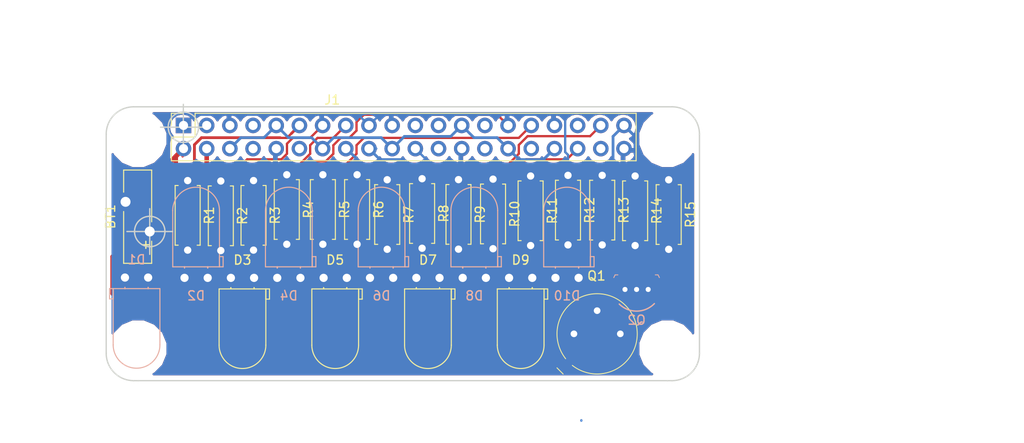
<source format=kicad_pcb>
(kicad_pcb (version 20171130) (host pcbnew "(5.1.10-1-10_14)")

  (general
    (thickness 1.6)
    (drawings 21)
    (tracks 241)
    (zones 0)
    (modules 33)
    (nets 46)
  )

  (page A4)
  (title_block
    (title "Status LEDs Schematic")
    (date 2021-06-05)
    (rev 1.0)
    (company "MicroHat: LEDs Status ")
    (comment 1 "This PCB design is licensed under MIT Open Source License.")
    (comment 2 "Author: Teddy Muba")
    (comment 3 "SN: TDDMUB001")
  )

  (layers
    (0 F.Cu signal)
    (31 B.Cu signal)
    (32 B.Adhes user)
    (33 F.Adhes user)
    (34 B.Paste user)
    (35 F.Paste user)
    (36 B.SilkS user)
    (37 F.SilkS user)
    (38 B.Mask user)
    (39 F.Mask user)
    (40 Dwgs.User user)
    (41 Cmts.User user)
    (42 Eco1.User user)
    (43 Eco2.User user)
    (44 Edge.Cuts user)
    (45 Margin user)
    (46 B.CrtYd user)
    (47 F.CrtYd user)
    (48 B.Fab user)
    (49 F.Fab user)
  )

  (setup
    (last_trace_width 0.3)
    (user_trace_width 0.3)
    (user_trace_width 0.5)
    (trace_clearance 0.2)
    (zone_clearance 0.508)
    (zone_45_only no)
    (trace_min 0.2)
    (via_size 0.8)
    (via_drill 0.4)
    (via_min_size 0.4)
    (via_min_drill 0.3)
    (uvia_size 0.3)
    (uvia_drill 0.1)
    (uvias_allowed no)
    (uvia_min_size 0.2)
    (uvia_min_drill 0.1)
    (edge_width 0.15)
    (segment_width 0.2)
    (pcb_text_width 0.3)
    (pcb_text_size 1.5 1.5)
    (mod_edge_width 0.15)
    (mod_text_size 1 1)
    (mod_text_width 0.15)
    (pad_size 1.524 1.524)
    (pad_drill 0.762)
    (pad_to_mask_clearance 0.051)
    (solder_mask_min_width 0.25)
    (aux_axis_origin 0 0)
    (grid_origin 121.032 94.568)
    (visible_elements FFFFFF7F)
    (pcbplotparams
      (layerselection 0x010fc_ffffffff)
      (usegerberextensions false)
      (usegerberattributes false)
      (usegerberadvancedattributes false)
      (creategerberjobfile false)
      (excludeedgelayer true)
      (linewidth 0.100000)
      (plotframeref false)
      (viasonmask false)
      (mode 1)
      (useauxorigin false)
      (hpglpennumber 1)
      (hpglpenspeed 20)
      (hpglpendiameter 15.000000)
      (psnegative false)
      (psa4output false)
      (plotreference true)
      (plotvalue true)
      (plotinvisibletext false)
      (padsonsilk false)
      (subtractmaskfromsilk false)
      (outputformat 1)
      (mirror false)
      (drillshape 1)
      (scaleselection 1)
      (outputdirectory ""))
  )

  (net 0 "")
  (net 1 +3V3)
  (net 2 +5V)
  (net 3 /GPIO2_SDA1)
  (net 4 /GPIO3_SCL1)
  (net 5 GND)
  (net 6 /GPIO4_GPIO_GCLK)
  (net 7 /GPIO14_TXD0)
  (net 8 /GPIO15_RXD0)
  (net 9 /GPIO17_GEN0)
  (net 10 /GPIO18_GEN1)
  (net 11 /GPIO27_GEN2)
  (net 12 /GPIO22_GEN3)
  (net 13 /GPIO23_GEN4)
  (net 14 /GPIO24_GEN5)
  (net 15 /GPIO10_SPI_MOSI)
  (net 16 /GPIO9_SPI_MISO)
  (net 17 /GPIO25_GEN6)
  (net 18 /GPIO11_SPI_SCLK)
  (net 19 /GPIO8_SPI_CE0_N)
  (net 20 /GPIO7_SPI_CE1_N)
  (net 21 /ID_SD)
  (net 22 /ID_SC)
  (net 23 /GPIO5)
  (net 24 /GPIO6)
  (net 25 /GPIO12)
  (net 26 /GPIO13)
  (net 27 /GPIO19)
  (net 28 /GPIO16)
  (net 29 /GPIO26)
  (net 30 /GPIO20)
  (net 31 /GPIO21)
  (net 32 "Net-(D1-Pad2)")
  (net 33 "Net-(D2-Pad2)")
  (net 34 "Net-(D3-Pad2)")
  (net 35 "Net-(D4-Pad2)")
  (net 36 "Net-(D5-Pad2)")
  (net 37 "Net-(D6-Pad2)")
  (net 38 "Net-(D7-Pad2)")
  (net 39 "Net-(D8-Pad2)")
  (net 40 "Net-(D9-Pad2)")
  (net 41 "Net-(D10-Pad2)")
  (net 42 "Net-(Q1-Pad2)")
  (net 43 "Net-(Q1-Pad3)")
  (net 44 "Net-(Q2-Pad3)")
  (net 45 "Net-(R13-Pad2)")

  (net_class Default "This is the default net class."
    (clearance 0.2)
    (trace_width 0.25)
    (via_dia 0.8)
    (via_drill 0.4)
    (uvia_dia 0.3)
    (uvia_drill 0.1)
    (add_net +3V3)
    (add_net +5V)
    (add_net /GPIO10_SPI_MOSI)
    (add_net /GPIO11_SPI_SCLK)
    (add_net /GPIO12)
    (add_net /GPIO13)
    (add_net /GPIO14_TXD0)
    (add_net /GPIO15_RXD0)
    (add_net /GPIO16)
    (add_net /GPIO17_GEN0)
    (add_net /GPIO18_GEN1)
    (add_net /GPIO19)
    (add_net /GPIO20)
    (add_net /GPIO21)
    (add_net /GPIO22_GEN3)
    (add_net /GPIO23_GEN4)
    (add_net /GPIO24_GEN5)
    (add_net /GPIO25_GEN6)
    (add_net /GPIO26)
    (add_net /GPIO27_GEN2)
    (add_net /GPIO2_SDA1)
    (add_net /GPIO3_SCL1)
    (add_net /GPIO4_GPIO_GCLK)
    (add_net /GPIO5)
    (add_net /GPIO6)
    (add_net /GPIO7_SPI_CE1_N)
    (add_net /GPIO8_SPI_CE0_N)
    (add_net /GPIO9_SPI_MISO)
    (add_net /ID_SC)
    (add_net /ID_SD)
    (add_net GND)
    (add_net "Net-(D1-Pad2)")
    (add_net "Net-(D10-Pad2)")
    (add_net "Net-(D2-Pad2)")
    (add_net "Net-(D3-Pad2)")
    (add_net "Net-(D4-Pad2)")
    (add_net "Net-(D5-Pad2)")
    (add_net "Net-(D6-Pad2)")
    (add_net "Net-(D7-Pad2)")
    (add_net "Net-(D8-Pad2)")
    (add_net "Net-(D9-Pad2)")
    (add_net "Net-(Q1-Pad2)")
    (add_net "Net-(Q1-Pad3)")
    (add_net "Net-(Q2-Pad3)")
    (add_net "Net-(R13-Pad2)")
  )

  (module digikey-footprints:TO-39-3 (layer F.Cu) (tedit 59D24A77) (tstamp 60BBE9C1)
    (at 171.31892 115.93956)
    (path /60BDE67C)
    (fp_text reference Q1 (at -0.075 -6.35) (layer F.SilkS)
      (effects (font (size 1 1) (thickness 0.15)))
    )
    (fp_text value 2N2219 (at 0.05 5.525) (layer F.Fab)
      (effects (font (size 1 1) (thickness 0.15)))
    )
    (fp_line (start -4.525 3.725) (end -4.475 3.675) (layer F.CrtYd) (width 0.05))
    (fp_line (start -3.675 4.5) (end -3.725 4.55) (layer F.CrtYd) (width 0.05))
    (fp_line (start -4.4 3.725) (end -3.725 4.4) (layer F.SilkS) (width 0.1))
    (fp_line (start -4.475 3.675) (end -3.575 2.775) (layer F.CrtYd) (width 0.05))
    (fp_line (start -2.75 3.575) (end -3.675 4.5) (layer F.CrtYd) (width 0.05))
    (fp_line (start -3.725 4.55) (end -4.525 3.725) (layer F.CrtYd) (width 0.05))
    (fp_line (start -4.3 3.7) (end -3.3 2.7) (layer F.Fab) (width 0.05))
    (fp_line (start -3.7 4.3) (end -2.7 3.3) (layer F.Fab) (width 0.05))
    (fp_line (start -4 4) (end -3.7 4.3) (layer F.Fab) (width 0.05))
    (fp_line (start -4 4) (end -4.3 3.7) (layer F.Fab) (width 0.05))
    (fp_circle (center 0 0) (end 4.505 0) (layer F.CrtYd) (width 0.05))
    (fp_circle (center 0 0) (end 4.255 0) (layer F.Fab) (width 0.1))
    (fp_arc (start 0 0) (end -3.45 2.725) (angle 346.5) (layer F.SilkS) (width 0.1))
    (fp_text user %R (at 0.075 2.425) (layer F.Fab)
      (effects (font (size 1 1) (thickness 0.15)))
    )
    (pad 1 thru_hole rect (at -2.54 0) (size 1.7 1.7) (drill 0.73) (layers *.Cu *.Mask)
      (net 5 GND))
    (pad 2 thru_hole circle (at 0 -2.54) (size 1.7 1.7) (drill 0.73) (layers *.Cu *.Mask)
      (net 42 "Net-(Q1-Pad2)"))
    (pad 3 thru_hole circle (at 2.54 0) (size 1.7 1.7) (drill 0.73) (layers *.Cu *.Mask)
      (net 43 "Net-(Q1-Pad3)"))
  )

  (module LED_THT:LED_D5.0mm_Horizontal_O1.27mm_Z3.0mm_IRGrey (layer B.Cu) (tedit 5A6C9E1E) (tstamp 60BBE8AA)
    (at 136.272 109.808)
    (descr "LED, diameter 5.0mm z-position of LED center 3.0mm, 2 pins")
    (tags "LED diameter 5.0mm z-position of LED center 3.0mm 2 pins")
    (path /60BAACFF)
    (fp_text reference D4 (at 1.27 1.96) (layer B.SilkS)
      (effects (font (size 1 1) (thickness 0.15)) (justify mirror))
    )
    (fp_text value CQY99 (at 1.27 -10.93) (layer B.Fab)
      (effects (font (size 1 1) (thickness 0.15)) (justify mirror))
    )
    (fp_line (start 4.5 1.25) (end -1.95 1.25) (layer B.CrtYd) (width 0.05))
    (fp_line (start 4.5 -10.2) (end 4.5 1.25) (layer B.CrtYd) (width 0.05))
    (fp_line (start -1.95 -10.2) (end 4.5 -10.2) (layer B.CrtYd) (width 0.05))
    (fp_line (start -1.95 1.25) (end -1.95 -10.2) (layer B.CrtYd) (width 0.05))
    (fp_line (start 2.54 -1.08) (end 2.54 -1.08) (layer B.SilkS) (width 0.12))
    (fp_line (start 2.54 -1.21) (end 2.54 -1.08) (layer B.SilkS) (width 0.12))
    (fp_line (start 2.54 -1.21) (end 2.54 -1.21) (layer B.SilkS) (width 0.12))
    (fp_line (start 2.54 -1.08) (end 2.54 -1.21) (layer B.SilkS) (width 0.12))
    (fp_line (start 0 -1.08) (end 0 -1.08) (layer B.SilkS) (width 0.12))
    (fp_line (start 0 -1.21) (end 0 -1.08) (layer B.SilkS) (width 0.12))
    (fp_line (start 0 -1.21) (end 0 -1.21) (layer B.SilkS) (width 0.12))
    (fp_line (start 0 -1.08) (end 0 -1.21) (layer B.SilkS) (width 0.12))
    (fp_line (start 3.83 -1.21) (end 4.23 -1.21) (layer B.SilkS) (width 0.12))
    (fp_line (start 3.83 -2.33) (end 3.83 -1.21) (layer B.SilkS) (width 0.12))
    (fp_line (start 4.23 -2.33) (end 3.83 -2.33) (layer B.SilkS) (width 0.12))
    (fp_line (start 4.23 -1.21) (end 4.23 -2.33) (layer B.SilkS) (width 0.12))
    (fp_line (start -1.29 -1.21) (end 3.83 -1.21) (layer B.SilkS) (width 0.12))
    (fp_line (start 3.83 -1.21) (end 3.83 -7.37) (layer B.SilkS) (width 0.12))
    (fp_line (start -1.29 -1.21) (end -1.29 -7.37) (layer B.SilkS) (width 0.12))
    (fp_line (start 2.54 0) (end 2.54 0) (layer B.Fab) (width 0.1))
    (fp_line (start 2.54 -1.27) (end 2.54 0) (layer B.Fab) (width 0.1))
    (fp_line (start 2.54 -1.27) (end 2.54 -1.27) (layer B.Fab) (width 0.1))
    (fp_line (start 2.54 0) (end 2.54 -1.27) (layer B.Fab) (width 0.1))
    (fp_line (start 0 0) (end 0 0) (layer B.Fab) (width 0.1))
    (fp_line (start 0 -1.27) (end 0 0) (layer B.Fab) (width 0.1))
    (fp_line (start 0 -1.27) (end 0 -1.27) (layer B.Fab) (width 0.1))
    (fp_line (start 0 0) (end 0 -1.27) (layer B.Fab) (width 0.1))
    (fp_line (start 3.77 -1.27) (end 4.17 -1.27) (layer B.Fab) (width 0.1))
    (fp_line (start 3.77 -2.27) (end 3.77 -1.27) (layer B.Fab) (width 0.1))
    (fp_line (start 4.17 -2.27) (end 3.77 -2.27) (layer B.Fab) (width 0.1))
    (fp_line (start 4.17 -1.27) (end 4.17 -2.27) (layer B.Fab) (width 0.1))
    (fp_line (start -1.23 -1.27) (end 3.77 -1.27) (layer B.Fab) (width 0.1))
    (fp_line (start 3.77 -1.27) (end 3.77 -7.37) (layer B.Fab) (width 0.1))
    (fp_line (start -1.23 -1.27) (end -1.23 -7.37) (layer B.Fab) (width 0.1))
    (fp_arc (start 1.27 -7.37) (end -1.29 -7.37) (angle 180) (layer B.SilkS) (width 0.12))
    (fp_arc (start 1.27 -7.37) (end -1.23 -7.37) (angle 180) (layer B.Fab) (width 0.1))
    (fp_text user %R (at 1.27 0) (layer B.Fab)
      (effects (font (size 1 1) (thickness 0.15)) (justify mirror))
    )
    (pad 2 thru_hole circle (at 2.54 0) (size 1.8 1.8) (drill 0.9) (layers *.Cu *.Mask)
      (net 35 "Net-(D4-Pad2)"))
    (pad 1 thru_hole rect (at 0 0) (size 1.8 1.8) (drill 0.9) (layers *.Cu *.Mask)
      (net 5 GND))
    (model ${KISYS3DMOD}/LED_THT.3dshapes/LED_D5.0mm_Horizontal_O1.27mm_Z3.0mm_IRGrey.wrl
      (at (xyz 0 0 0))
      (scale (xyz 1 1 1))
      (rotate (xyz 0 0 0))
    )
  )

  (module lib:PinSocket_2x20_P2.54mm_Vertical_Centered_Anchor (layer F.Cu) (tedit 5C78E1B8) (tstamp 5C78EB08)
    (at 126.00278 93.1075 90)
    (descr "Through hole straight socket strip, 2x20, 2.54mm pitch, double cols (from Kicad 4.0.7), script generated")
    (tags "Through hole socket strip THT 2x20 2.54mm double row")
    (path /5C77771F)
    (fp_text reference J1 (at 2.8 16.3) (layer F.SilkS)
      (effects (font (size 1 1) (thickness 0.15)))
    )
    (fp_text value GPIO_CONNECTOR (at 2.7 27.3) (layer F.Fab)
      (effects (font (size 1 1) (thickness 0.15)))
    )
    (fp_line (start -4.34 50) (end -4.34 -1.8) (layer F.CrtYd) (width 0.05))
    (fp_line (start 1.76 50) (end -4.34 50) (layer F.CrtYd) (width 0.05))
    (fp_line (start 1.76 -1.8) (end 1.76 50) (layer F.CrtYd) (width 0.05))
    (fp_line (start -4.34 -1.8) (end 1.76 -1.8) (layer F.CrtYd) (width 0.05))
    (fp_line (start 0 -1.33) (end 1.33 -1.33) (layer F.SilkS) (width 0.12))
    (fp_line (start 1.33 -1.33) (end 1.33 0) (layer F.SilkS) (width 0.12))
    (fp_line (start -1.27 -1.33) (end -1.27 1.27) (layer F.SilkS) (width 0.12))
    (fp_line (start -1.27 1.27) (end 1.33 1.27) (layer F.SilkS) (width 0.12))
    (fp_line (start 1.33 1.27) (end 1.33 49.59) (layer F.SilkS) (width 0.12))
    (fp_line (start -3.87 49.59) (end 1.33 49.59) (layer F.SilkS) (width 0.12))
    (fp_line (start -3.87 -1.33) (end -3.87 49.59) (layer F.SilkS) (width 0.12))
    (fp_line (start -3.87 -1.33) (end -1.27 -1.33) (layer F.SilkS) (width 0.12))
    (fp_line (start -3.81 49.53) (end -3.81 -1.27) (layer F.Fab) (width 0.1))
    (fp_line (start 1.27 49.53) (end -3.81 49.53) (layer F.Fab) (width 0.1))
    (fp_line (start 1.27 -0.27) (end 1.27 49.53) (layer F.Fab) (width 0.1))
    (fp_line (start 0.27 -1.27) (end 1.27 -0.27) (layer F.Fab) (width 0.1))
    (fp_line (start -3.81 -1.27) (end 0.27 -1.27) (layer F.Fab) (width 0.1))
    (fp_text user %R (at 2.8 18.3 180) (layer F.Fab)
      (effects (font (size 1 1) (thickness 0.15)))
    )
    (pad 1 thru_hole rect (at 0 0 90) (size 1.7 1.7) (drill 1) (layers *.Cu *.Mask)
      (net 1 +3V3))
    (pad 2 thru_hole oval (at -2.54 0 90) (size 1.7 1.7) (drill 1) (layers *.Cu *.Mask)
      (net 2 +5V))
    (pad 3 thru_hole oval (at 0 2.54 90) (size 1.7 1.7) (drill 1) (layers *.Cu *.Mask)
      (net 3 /GPIO2_SDA1))
    (pad 4 thru_hole oval (at -2.54 2.54 90) (size 1.7 1.7) (drill 1) (layers *.Cu *.Mask)
      (net 2 +5V))
    (pad 5 thru_hole oval (at 0 5.08 90) (size 1.7 1.7) (drill 1) (layers *.Cu *.Mask)
      (net 4 /GPIO3_SCL1))
    (pad 6 thru_hole oval (at -2.54 5.08 90) (size 1.7 1.7) (drill 1) (layers *.Cu *.Mask)
      (net 5 GND))
    (pad 7 thru_hole oval (at 0 7.62 90) (size 1.7 1.7) (drill 1) (layers *.Cu *.Mask)
      (net 6 /GPIO4_GPIO_GCLK))
    (pad 8 thru_hole oval (at -2.54 7.62 90) (size 1.7 1.7) (drill 1) (layers *.Cu *.Mask)
      (net 7 /GPIO14_TXD0))
    (pad 9 thru_hole oval (at 0 10.16 90) (size 1.7 1.7) (drill 1) (layers *.Cu *.Mask)
      (net 5 GND))
    (pad 10 thru_hole oval (at -2.54 10.16 90) (size 1.7 1.7) (drill 1) (layers *.Cu *.Mask)
      (net 8 /GPIO15_RXD0))
    (pad 11 thru_hole oval (at 0 12.7 90) (size 1.7 1.7) (drill 1) (layers *.Cu *.Mask)
      (net 9 /GPIO17_GEN0))
    (pad 12 thru_hole oval (at -2.54 12.7 90) (size 1.7 1.7) (drill 1) (layers *.Cu *.Mask)
      (net 10 /GPIO18_GEN1))
    (pad 13 thru_hole oval (at 0 15.24 90) (size 1.7 1.7) (drill 1) (layers *.Cu *.Mask)
      (net 11 /GPIO27_GEN2))
    (pad 14 thru_hole oval (at -2.54 15.24 90) (size 1.7 1.7) (drill 1) (layers *.Cu *.Mask)
      (net 5 GND))
    (pad 15 thru_hole oval (at 0 17.78 90) (size 1.7 1.7) (drill 1) (layers *.Cu *.Mask)
      (net 12 /GPIO22_GEN3))
    (pad 16 thru_hole oval (at -2.54 17.78 90) (size 1.7 1.7) (drill 1) (layers *.Cu *.Mask)
      (net 13 /GPIO23_GEN4))
    (pad 17 thru_hole oval (at 0 20.32 90) (size 1.7 1.7) (drill 1) (layers *.Cu *.Mask)
      (net 1 +3V3))
    (pad 18 thru_hole oval (at -2.54 20.32 90) (size 1.7 1.7) (drill 1) (layers *.Cu *.Mask)
      (net 14 /GPIO24_GEN5))
    (pad 19 thru_hole oval (at 0 22.86 90) (size 1.7 1.7) (drill 1) (layers *.Cu *.Mask)
      (net 15 /GPIO10_SPI_MOSI))
    (pad 20 thru_hole oval (at -2.54 22.86 90) (size 1.7 1.7) (drill 1) (layers *.Cu *.Mask)
      (net 5 GND))
    (pad 21 thru_hole oval (at 0 25.4 90) (size 1.7 1.7) (drill 1) (layers *.Cu *.Mask)
      (net 16 /GPIO9_SPI_MISO))
    (pad 22 thru_hole oval (at -2.54 25.4 90) (size 1.7 1.7) (drill 1) (layers *.Cu *.Mask)
      (net 17 /GPIO25_GEN6))
    (pad 23 thru_hole oval (at 0 27.94 90) (size 1.7 1.7) (drill 1) (layers *.Cu *.Mask)
      (net 18 /GPIO11_SPI_SCLK))
    (pad 24 thru_hole oval (at -2.54 27.94 90) (size 1.7 1.7) (drill 1) (layers *.Cu *.Mask)
      (net 19 /GPIO8_SPI_CE0_N))
    (pad 25 thru_hole oval (at 0 30.48 90) (size 1.7 1.7) (drill 1) (layers *.Cu *.Mask)
      (net 5 GND))
    (pad 26 thru_hole oval (at -2.54 30.48 90) (size 1.7 1.7) (drill 1) (layers *.Cu *.Mask)
      (net 20 /GPIO7_SPI_CE1_N))
    (pad 27 thru_hole oval (at 0 33.02 90) (size 1.7 1.7) (drill 1) (layers *.Cu *.Mask)
      (net 21 /ID_SD))
    (pad 28 thru_hole oval (at -2.54 33.02 90) (size 1.7 1.7) (drill 1) (layers *.Cu *.Mask)
      (net 22 /ID_SC))
    (pad 29 thru_hole oval (at 0 35.56 90) (size 1.7 1.7) (drill 1) (layers *.Cu *.Mask)
      (net 23 /GPIO5))
    (pad 30 thru_hole oval (at -2.54 35.56 90) (size 1.7 1.7) (drill 1) (layers *.Cu *.Mask)
      (net 5 GND))
    (pad 31 thru_hole oval (at 0 38.1 90) (size 1.7 1.7) (drill 1) (layers *.Cu *.Mask)
      (net 24 /GPIO6))
    (pad 32 thru_hole oval (at -2.54 38.1 90) (size 1.7 1.7) (drill 1) (layers *.Cu *.Mask)
      (net 25 /GPIO12))
    (pad 33 thru_hole oval (at 0 40.64 90) (size 1.7 1.7) (drill 1) (layers *.Cu *.Mask)
      (net 26 /GPIO13))
    (pad 34 thru_hole oval (at -2.54 40.64 90) (size 1.7 1.7) (drill 1) (layers *.Cu *.Mask)
      (net 5 GND))
    (pad 35 thru_hole oval (at 0 43.18 90) (size 1.7 1.7) (drill 1) (layers *.Cu *.Mask)
      (net 27 /GPIO19))
    (pad 36 thru_hole oval (at -2.54 43.18 90) (size 1.7 1.7) (drill 1) (layers *.Cu *.Mask)
      (net 28 /GPIO16))
    (pad 37 thru_hole oval (at 0 45.72 90) (size 1.7 1.7) (drill 1) (layers *.Cu *.Mask)
      (net 29 /GPIO26))
    (pad 38 thru_hole oval (at -2.54 45.72 90) (size 1.7 1.7) (drill 1) (layers *.Cu *.Mask)
      (net 30 /GPIO20))
    (pad 39 thru_hole oval (at 0 48.26 90) (size 1.7 1.7) (drill 1) (layers *.Cu *.Mask)
      (net 5 GND))
    (pad 40 thru_hole oval (at -2.54 48.26 90) (size 1.7 1.7) (drill 1) (layers *.Cu *.Mask)
      (net 31 /GPIO21))
    (model ${KISYS3DMOD}/Connector_PinSocket_2.54mm.3dshapes/PinSocket_2x20_P2.54mm_Vertical.wrl
      (at (xyz 0 0 0))
      (scale (xyz 1 1 1))
      (rotate (xyz 0 0 0))
    )
  )

  (module lib:MountingHole_2.7mm_M2.5_uHAT_RPi locked (layer F.Cu) (tedit 5C78B840) (tstamp 5C78BBE2)
    (at 121.032 94.568)
    (descr "Mounting Hole 2.7mm, no annular, M2.5")
    (tags "mounting hole 2.7mm no annular m2.5")
    (path /5C7C4C81)
    (attr virtual)
    (fp_text reference H1 (at 0 -3.7) (layer F.SilkS) hide
      (effects (font (size 1 1) (thickness 0.15)))
    )
    (fp_text value MountingHole (at 0 3.7) (layer F.Fab) hide
      (effects (font (size 1 1) (thickness 0.15)))
    )
    (fp_circle (center 0 0) (end 2.95 0) (layer F.CrtYd) (width 0.05))
    (fp_circle (center 0 0) (end 2.7 0) (layer Cmts.User) (width 0.15))
    (fp_text user %R (at 0.3 0) (layer F.Fab)
      (effects (font (size 1 1) (thickness 0.15)))
    )
    (pad "" np_thru_hole circle (at 0 0) (size 2.7 2.7) (drill 2.7) (layers *.Cu *.Mask)
      (clearance 1.75))
  )

  (module lib:MountingHole_2.7mm_M2.5_uHAT_RPi locked (layer F.Cu) (tedit 5C78B867) (tstamp 5C78BBE9)
    (at 179.032 94.568)
    (descr "Mounting Hole 2.7mm, no annular, M2.5")
    (tags "mounting hole 2.7mm no annular m2.5")
    (path /5C7C7FBC)
    (attr virtual)
    (fp_text reference H2 (at 0 -3.7) (layer F.SilkS) hide
      (effects (font (size 1 1) (thickness 0.15)))
    )
    (fp_text value MountingHole (at 0 3.7) (layer F.Fab) hide
      (effects (font (size 1 1) (thickness 0.15)))
    )
    (fp_circle (center 0 0) (end 2.7 0) (layer Cmts.User) (width 0.15))
    (fp_circle (center 0 0) (end 2.95 0) (layer F.CrtYd) (width 0.05))
    (fp_text user %R (at 0.3 0) (layer F.Fab)
      (effects (font (size 1 1) (thickness 0.15)))
    )
    (pad "" np_thru_hole circle (at 0 0) (size 2.7 2.7) (drill 2.7) (layers *.Cu *.Mask)
      (clearance 1.75))
  )

  (module lib:MountingHole_2.7mm_M2.5_uHAT_RPi locked (layer F.Cu) (tedit 5C78B860) (tstamp 5C78BBF0)
    (at 179.032 117.568)
    (descr "Mounting Hole 2.7mm, no annular, M2.5")
    (tags "mounting hole 2.7mm no annular m2.5")
    (path /5C7C8014)
    (attr virtual)
    (fp_text reference H3 (at 0 -3.7) (layer F.SilkS) hide
      (effects (font (size 1 1) (thickness 0.15)))
    )
    (fp_text value MountingHole (at 0 3.7) (layer F.Fab) hide
      (effects (font (size 1 1) (thickness 0.15)))
    )
    (fp_circle (center 0 0) (end 2.95 0) (layer F.CrtYd) (width 0.05))
    (fp_circle (center 0 0) (end 2.7 0) (layer Cmts.User) (width 0.15))
    (fp_text user %R (at 0.3 0) (layer F.Fab)
      (effects (font (size 1 1) (thickness 0.15)))
    )
    (pad "" np_thru_hole circle (at 0 0) (size 2.7 2.7) (drill 2.7) (layers *.Cu *.Mask)
      (clearance 1.75))
  )

  (module lib:MountingHole_2.7mm_M2.5_uHAT_RPi locked (layer F.Cu) (tedit 5C78B845) (tstamp 5C78BBF7)
    (at 121.032 117.568)
    (descr "Mounting Hole 2.7mm, no annular, M2.5")
    (tags "mounting hole 2.7mm no annular m2.5")
    (path /5C7C8030)
    (attr virtual)
    (fp_text reference H4 (at 0 -3.7) (layer F.SilkS) hide
      (effects (font (size 1 1) (thickness 0.15)))
    )
    (fp_text value MountingHole (at 0 3.7) (layer F.Fab) hide
      (effects (font (size 1 1) (thickness 0.15)))
    )
    (fp_circle (center 0 0) (end 2.7 0) (layer Cmts.User) (width 0.15))
    (fp_circle (center 0 0) (end 2.95 0) (layer F.CrtYd) (width 0.05))
    (fp_text user %R (at 0.3 0) (layer F.Fab)
      (effects (font (size 1 1) (thickness 0.15)))
    )
    (pad "" np_thru_hole circle (at 0 0) (size 2.7 2.7) (drill 2.7) (layers *.Cu *.Mask)
      (clearance 1.75))
  )

  (module Battery:Battery_Panasonic_CR1025-VSK_Vertical_CircularHoles (layer F.Cu) (tedit 5C8577D9) (tstamp 60BBE7FE)
    (at 122.302 104.728 90)
    (descr "Panasonic CR-1025/VSK battery")
    (tags "battery CR-1025 coin cell vertical")
    (path /60DF6A55)
    (fp_text reference BT1 (at 1.625 -4.3 90) (layer F.SilkS)
      (effects (font (size 1 1) (thickness 0.15)))
    )
    (fp_text value "5V supply" (at 1.625 1.7 90) (layer F.Fab)
      (effects (font (size 1 1) (thickness 0.15)))
    )
    (fp_line (start 4.31 -2.86) (end 6.735 -2.86) (layer F.SilkS) (width 0.12))
    (fp_line (start -3.485 -2.86) (end 2.19 -2.86) (layer F.SilkS) (width 0.12))
    (fp_line (start -3.485 0.21) (end -3.485 -2.86) (layer F.SilkS) (width 0.12))
    (fp_line (start 6.735 0.21) (end 6.735 -2.86) (layer F.SilkS) (width 0.12))
    (fp_line (start 1.06 0.21) (end 6.735 0.21) (layer F.SilkS) (width 0.12))
    (fp_line (start -3.485 0.21) (end -1.06 0.21) (layer F.SilkS) (width 0.12))
    (fp_line (start -3.63 -3.58) (end 6.88 -3.58) (layer F.CrtYd) (width 0.05))
    (fp_line (start -3.63 0.93) (end 6.88 0.93) (layer F.CrtYd) (width 0.05))
    (fp_line (start 6.88 -3.58) (end 6.88 0.93) (layer F.CrtYd) (width 0.05))
    (fp_line (start -3.63 -3.58) (end -3.63 0.93) (layer F.CrtYd) (width 0.05))
    (fp_line (start 6.625 -2.75) (end 6.625 0.1) (layer F.Fab) (width 0.1))
    (fp_line (start -3.375 -2.75) (end -3.375 0.1) (layer F.Fab) (width 0.1))
    (fp_line (start -3.375 -2.75) (end 6.625 -2.75) (layer F.Fab) (width 0.1))
    (fp_line (start -3.375 0.1) (end 6.625 0.1) (layer F.Fab) (width 0.1))
    (fp_text user %R (at 1.625 -1.3 270) (layer F.Fab)
      (effects (font (size 1 1) (thickness 0.15)))
    )
    (fp_text user + (at -1.46 -0.5 90) (layer F.SilkS)
      (effects (font (size 1 1) (thickness 0.15)))
    )
    (pad 2 thru_hole circle (at 3.25 -2.65 90) (size 1.6 1.6) (drill 1.09) (layers *.Cu *.Mask)
      (net 5 GND))
    (pad 1 thru_hole rect (at 0 0 90) (size 1.6 1.6) (drill 1.09) (layers *.Cu *.Mask)
      (net 2 +5V))
    (model ${KISYS3DMOD}/Battery.3dshapes/Battery_Panasonic_CR1025-VSK_Vertical_CircularHoles.wrl
      (at (xyz 0 0 0))
      (scale (xyz 1 1 1))
      (rotate (xyz 0 0 0))
    )
  )

  (module LED_THT:LED_D5.0mm_Horizontal_O1.27mm_Z3.0mm_IRGrey (layer B.Cu) (tedit 5A6C9E1E) (tstamp 60BBE829)
    (at 122.12674 109.77498 180)
    (descr "LED, diameter 5.0mm z-position of LED center 3.0mm, 2 pins")
    (tags "LED diameter 5.0mm z-position of LED center 3.0mm 2 pins")
    (path /60BD1719)
    (fp_text reference D1 (at 1.27 1.96) (layer B.SilkS)
      (effects (font (size 1 1) (thickness 0.15)) (justify mirror))
    )
    (fp_text value CQY99 (at 1.27 -10.93) (layer B.Fab)
      (effects (font (size 1 1) (thickness 0.15)) (justify mirror))
    )
    (fp_line (start 4.5 1.25) (end -1.95 1.25) (layer B.CrtYd) (width 0.05))
    (fp_line (start 4.5 -10.2) (end 4.5 1.25) (layer B.CrtYd) (width 0.05))
    (fp_line (start -1.95 -10.2) (end 4.5 -10.2) (layer B.CrtYd) (width 0.05))
    (fp_line (start -1.95 1.25) (end -1.95 -10.2) (layer B.CrtYd) (width 0.05))
    (fp_line (start 2.54 -1.08) (end 2.54 -1.08) (layer B.SilkS) (width 0.12))
    (fp_line (start 2.54 -1.21) (end 2.54 -1.08) (layer B.SilkS) (width 0.12))
    (fp_line (start 2.54 -1.21) (end 2.54 -1.21) (layer B.SilkS) (width 0.12))
    (fp_line (start 2.54 -1.08) (end 2.54 -1.21) (layer B.SilkS) (width 0.12))
    (fp_line (start 0 -1.08) (end 0 -1.08) (layer B.SilkS) (width 0.12))
    (fp_line (start 0 -1.21) (end 0 -1.08) (layer B.SilkS) (width 0.12))
    (fp_line (start 0 -1.21) (end 0 -1.21) (layer B.SilkS) (width 0.12))
    (fp_line (start 0 -1.08) (end 0 -1.21) (layer B.SilkS) (width 0.12))
    (fp_line (start 3.83 -1.21) (end 4.23 -1.21) (layer B.SilkS) (width 0.12))
    (fp_line (start 3.83 -2.33) (end 3.83 -1.21) (layer B.SilkS) (width 0.12))
    (fp_line (start 4.23 -2.33) (end 3.83 -2.33) (layer B.SilkS) (width 0.12))
    (fp_line (start 4.23 -1.21) (end 4.23 -2.33) (layer B.SilkS) (width 0.12))
    (fp_line (start -1.29 -1.21) (end 3.83 -1.21) (layer B.SilkS) (width 0.12))
    (fp_line (start 3.83 -1.21) (end 3.83 -7.37) (layer B.SilkS) (width 0.12))
    (fp_line (start -1.29 -1.21) (end -1.29 -7.37) (layer B.SilkS) (width 0.12))
    (fp_line (start 2.54 0) (end 2.54 0) (layer B.Fab) (width 0.1))
    (fp_line (start 2.54 -1.27) (end 2.54 0) (layer B.Fab) (width 0.1))
    (fp_line (start 2.54 -1.27) (end 2.54 -1.27) (layer B.Fab) (width 0.1))
    (fp_line (start 2.54 0) (end 2.54 -1.27) (layer B.Fab) (width 0.1))
    (fp_line (start 0 0) (end 0 0) (layer B.Fab) (width 0.1))
    (fp_line (start 0 -1.27) (end 0 0) (layer B.Fab) (width 0.1))
    (fp_line (start 0 -1.27) (end 0 -1.27) (layer B.Fab) (width 0.1))
    (fp_line (start 0 0) (end 0 -1.27) (layer B.Fab) (width 0.1))
    (fp_line (start 3.77 -1.27) (end 4.17 -1.27) (layer B.Fab) (width 0.1))
    (fp_line (start 3.77 -2.27) (end 3.77 -1.27) (layer B.Fab) (width 0.1))
    (fp_line (start 4.17 -2.27) (end 3.77 -2.27) (layer B.Fab) (width 0.1))
    (fp_line (start 4.17 -1.27) (end 4.17 -2.27) (layer B.Fab) (width 0.1))
    (fp_line (start -1.23 -1.27) (end 3.77 -1.27) (layer B.Fab) (width 0.1))
    (fp_line (start 3.77 -1.27) (end 3.77 -7.37) (layer B.Fab) (width 0.1))
    (fp_line (start -1.23 -1.27) (end -1.23 -7.37) (layer B.Fab) (width 0.1))
    (fp_arc (start 1.27 -7.37) (end -1.29 -7.37) (angle 180) (layer B.SilkS) (width 0.12))
    (fp_arc (start 1.27 -7.37) (end -1.23 -7.37) (angle 180) (layer B.Fab) (width 0.1))
    (fp_text user %R (at 1.27 0) (layer B.Fab)
      (effects (font (size 1 1) (thickness 0.15)) (justify mirror))
    )
    (pad 2 thru_hole circle (at 2.54 0 180) (size 1.8 1.8) (drill 0.9) (layers *.Cu *.Mask)
      (net 32 "Net-(D1-Pad2)"))
    (pad 1 thru_hole rect (at 0 0 180) (size 1.8 1.8) (drill 0.9) (layers *.Cu *.Mask)
      (net 5 GND))
    (model ${KISYS3DMOD}/LED_THT.3dshapes/LED_D5.0mm_Horizontal_O1.27mm_Z3.0mm_IRGrey.wrl
      (at (xyz 0 0 0))
      (scale (xyz 1 1 1))
      (rotate (xyz 0 0 0))
    )
  )

  (module LED_THT:LED_D5.0mm_Horizontal_O1.27mm_Z3.0mm_IRGrey (layer B.Cu) (tedit 5A6C9E1E) (tstamp 60BBE854)
    (at 126.112 109.808)
    (descr "LED, diameter 5.0mm z-position of LED center 3.0mm, 2 pins")
    (tags "LED diameter 5.0mm z-position of LED center 3.0mm 2 pins")
    (path /60BC2FB9)
    (fp_text reference D2 (at 1.27 1.96) (layer B.SilkS)
      (effects (font (size 1 1) (thickness 0.15)) (justify mirror))
    )
    (fp_text value CQY99 (at 1.27 -10.93) (layer B.Fab)
      (effects (font (size 1 1) (thickness 0.15)) (justify mirror))
    )
    (fp_line (start -1.23 -1.27) (end -1.23 -7.37) (layer B.Fab) (width 0.1))
    (fp_line (start 3.77 -1.27) (end 3.77 -7.37) (layer B.Fab) (width 0.1))
    (fp_line (start -1.23 -1.27) (end 3.77 -1.27) (layer B.Fab) (width 0.1))
    (fp_line (start 4.17 -1.27) (end 4.17 -2.27) (layer B.Fab) (width 0.1))
    (fp_line (start 4.17 -2.27) (end 3.77 -2.27) (layer B.Fab) (width 0.1))
    (fp_line (start 3.77 -2.27) (end 3.77 -1.27) (layer B.Fab) (width 0.1))
    (fp_line (start 3.77 -1.27) (end 4.17 -1.27) (layer B.Fab) (width 0.1))
    (fp_line (start 0 0) (end 0 -1.27) (layer B.Fab) (width 0.1))
    (fp_line (start 0 -1.27) (end 0 -1.27) (layer B.Fab) (width 0.1))
    (fp_line (start 0 -1.27) (end 0 0) (layer B.Fab) (width 0.1))
    (fp_line (start 0 0) (end 0 0) (layer B.Fab) (width 0.1))
    (fp_line (start 2.54 0) (end 2.54 -1.27) (layer B.Fab) (width 0.1))
    (fp_line (start 2.54 -1.27) (end 2.54 -1.27) (layer B.Fab) (width 0.1))
    (fp_line (start 2.54 -1.27) (end 2.54 0) (layer B.Fab) (width 0.1))
    (fp_line (start 2.54 0) (end 2.54 0) (layer B.Fab) (width 0.1))
    (fp_line (start -1.29 -1.21) (end -1.29 -7.37) (layer B.SilkS) (width 0.12))
    (fp_line (start 3.83 -1.21) (end 3.83 -7.37) (layer B.SilkS) (width 0.12))
    (fp_line (start -1.29 -1.21) (end 3.83 -1.21) (layer B.SilkS) (width 0.12))
    (fp_line (start 4.23 -1.21) (end 4.23 -2.33) (layer B.SilkS) (width 0.12))
    (fp_line (start 4.23 -2.33) (end 3.83 -2.33) (layer B.SilkS) (width 0.12))
    (fp_line (start 3.83 -2.33) (end 3.83 -1.21) (layer B.SilkS) (width 0.12))
    (fp_line (start 3.83 -1.21) (end 4.23 -1.21) (layer B.SilkS) (width 0.12))
    (fp_line (start 0 -1.08) (end 0 -1.21) (layer B.SilkS) (width 0.12))
    (fp_line (start 0 -1.21) (end 0 -1.21) (layer B.SilkS) (width 0.12))
    (fp_line (start 0 -1.21) (end 0 -1.08) (layer B.SilkS) (width 0.12))
    (fp_line (start 0 -1.08) (end 0 -1.08) (layer B.SilkS) (width 0.12))
    (fp_line (start 2.54 -1.08) (end 2.54 -1.21) (layer B.SilkS) (width 0.12))
    (fp_line (start 2.54 -1.21) (end 2.54 -1.21) (layer B.SilkS) (width 0.12))
    (fp_line (start 2.54 -1.21) (end 2.54 -1.08) (layer B.SilkS) (width 0.12))
    (fp_line (start 2.54 -1.08) (end 2.54 -1.08) (layer B.SilkS) (width 0.12))
    (fp_line (start -1.95 1.25) (end -1.95 -10.2) (layer B.CrtYd) (width 0.05))
    (fp_line (start -1.95 -10.2) (end 4.5 -10.2) (layer B.CrtYd) (width 0.05))
    (fp_line (start 4.5 -10.2) (end 4.5 1.25) (layer B.CrtYd) (width 0.05))
    (fp_line (start 4.5 1.25) (end -1.95 1.25) (layer B.CrtYd) (width 0.05))
    (fp_text user %R (at 1.27 0) (layer B.Fab)
      (effects (font (size 1 1) (thickness 0.15)) (justify mirror))
    )
    (fp_arc (start 1.27 -7.37) (end -1.23 -7.37) (angle 180) (layer B.Fab) (width 0.1))
    (fp_arc (start 1.27 -7.37) (end -1.29 -7.37) (angle 180) (layer B.SilkS) (width 0.12))
    (pad 1 thru_hole rect (at 0 0) (size 1.8 1.8) (drill 0.9) (layers *.Cu *.Mask)
      (net 5 GND))
    (pad 2 thru_hole circle (at 2.54 0) (size 1.8 1.8) (drill 0.9) (layers *.Cu *.Mask)
      (net 33 "Net-(D2-Pad2)"))
    (model ${KISYS3DMOD}/LED_THT.3dshapes/LED_D5.0mm_Horizontal_O1.27mm_Z3.0mm_IRGrey.wrl
      (at (xyz 0 0 0))
      (scale (xyz 1 1 1))
      (rotate (xyz 0 0 0))
    )
  )

  (module LED_THT:LED_D5.0mm_Horizontal_O1.27mm_Z3.0mm_IRGrey (layer F.Cu) (tedit 5A6C9E1E) (tstamp 60BBE87F)
    (at 131.192 109.808)
    (descr "LED, diameter 5.0mm z-position of LED center 3.0mm, 2 pins")
    (tags "LED diameter 5.0mm z-position of LED center 3.0mm 2 pins")
    (path /60BC05A7)
    (fp_text reference D3 (at 1.27 -1.96) (layer F.SilkS)
      (effects (font (size 1 1) (thickness 0.15)))
    )
    (fp_text value CQY99 (at 1.27 10.93) (layer F.Fab)
      (effects (font (size 1 1) (thickness 0.15)))
    )
    (fp_line (start -1.23 1.27) (end -1.23 7.37) (layer F.Fab) (width 0.1))
    (fp_line (start 3.77 1.27) (end 3.77 7.37) (layer F.Fab) (width 0.1))
    (fp_line (start -1.23 1.27) (end 3.77 1.27) (layer F.Fab) (width 0.1))
    (fp_line (start 4.17 1.27) (end 4.17 2.27) (layer F.Fab) (width 0.1))
    (fp_line (start 4.17 2.27) (end 3.77 2.27) (layer F.Fab) (width 0.1))
    (fp_line (start 3.77 2.27) (end 3.77 1.27) (layer F.Fab) (width 0.1))
    (fp_line (start 3.77 1.27) (end 4.17 1.27) (layer F.Fab) (width 0.1))
    (fp_line (start 0 0) (end 0 1.27) (layer F.Fab) (width 0.1))
    (fp_line (start 0 1.27) (end 0 1.27) (layer F.Fab) (width 0.1))
    (fp_line (start 0 1.27) (end 0 0) (layer F.Fab) (width 0.1))
    (fp_line (start 0 0) (end 0 0) (layer F.Fab) (width 0.1))
    (fp_line (start 2.54 0) (end 2.54 1.27) (layer F.Fab) (width 0.1))
    (fp_line (start 2.54 1.27) (end 2.54 1.27) (layer F.Fab) (width 0.1))
    (fp_line (start 2.54 1.27) (end 2.54 0) (layer F.Fab) (width 0.1))
    (fp_line (start 2.54 0) (end 2.54 0) (layer F.Fab) (width 0.1))
    (fp_line (start -1.29 1.21) (end -1.29 7.37) (layer F.SilkS) (width 0.12))
    (fp_line (start 3.83 1.21) (end 3.83 7.37) (layer F.SilkS) (width 0.12))
    (fp_line (start -1.29 1.21) (end 3.83 1.21) (layer F.SilkS) (width 0.12))
    (fp_line (start 4.23 1.21) (end 4.23 2.33) (layer F.SilkS) (width 0.12))
    (fp_line (start 4.23 2.33) (end 3.83 2.33) (layer F.SilkS) (width 0.12))
    (fp_line (start 3.83 2.33) (end 3.83 1.21) (layer F.SilkS) (width 0.12))
    (fp_line (start 3.83 1.21) (end 4.23 1.21) (layer F.SilkS) (width 0.12))
    (fp_line (start 0 1.08) (end 0 1.21) (layer F.SilkS) (width 0.12))
    (fp_line (start 0 1.21) (end 0 1.21) (layer F.SilkS) (width 0.12))
    (fp_line (start 0 1.21) (end 0 1.08) (layer F.SilkS) (width 0.12))
    (fp_line (start 0 1.08) (end 0 1.08) (layer F.SilkS) (width 0.12))
    (fp_line (start 2.54 1.08) (end 2.54 1.21) (layer F.SilkS) (width 0.12))
    (fp_line (start 2.54 1.21) (end 2.54 1.21) (layer F.SilkS) (width 0.12))
    (fp_line (start 2.54 1.21) (end 2.54 1.08) (layer F.SilkS) (width 0.12))
    (fp_line (start 2.54 1.08) (end 2.54 1.08) (layer F.SilkS) (width 0.12))
    (fp_line (start -1.95 -1.25) (end -1.95 10.2) (layer F.CrtYd) (width 0.05))
    (fp_line (start -1.95 10.2) (end 4.5 10.2) (layer F.CrtYd) (width 0.05))
    (fp_line (start 4.5 10.2) (end 4.5 -1.25) (layer F.CrtYd) (width 0.05))
    (fp_line (start 4.5 -1.25) (end -1.95 -1.25) (layer F.CrtYd) (width 0.05))
    (fp_text user %R (at 1.27 0) (layer F.Fab)
      (effects (font (size 1 1) (thickness 0.15)))
    )
    (fp_arc (start 1.27 7.37) (end -1.23 7.37) (angle -180) (layer F.Fab) (width 0.1))
    (fp_arc (start 1.27 7.37) (end -1.29 7.37) (angle -180) (layer F.SilkS) (width 0.12))
    (pad 1 thru_hole rect (at 0 0) (size 1.8 1.8) (drill 0.9) (layers *.Cu *.Mask)
      (net 5 GND))
    (pad 2 thru_hole circle (at 2.54 0) (size 1.8 1.8) (drill 0.9) (layers *.Cu *.Mask)
      (net 34 "Net-(D3-Pad2)"))
    (model ${KISYS3DMOD}/LED_THT.3dshapes/LED_D5.0mm_Horizontal_O1.27mm_Z3.0mm_IRGrey.wrl
      (at (xyz 0 0 0))
      (scale (xyz 1 1 1))
      (rotate (xyz 0 0 0))
    )
  )

  (module LED_THT:LED_D5.0mm_Horizontal_O1.27mm_Z3.0mm_IRGrey (layer F.Cu) (tedit 5A6C9E1E) (tstamp 60BBE8D5)
    (at 141.352 109.808)
    (descr "LED, diameter 5.0mm z-position of LED center 3.0mm, 2 pins")
    (tags "LED diameter 5.0mm z-position of LED center 3.0mm 2 pins")
    (path /60BBCBF7)
    (fp_text reference D5 (at 1.27 -1.96) (layer F.SilkS)
      (effects (font (size 1 1) (thickness 0.15)))
    )
    (fp_text value CQY99 (at 1.27 10.93) (layer F.Fab)
      (effects (font (size 1 1) (thickness 0.15)))
    )
    (fp_line (start -1.23 1.27) (end -1.23 7.37) (layer F.Fab) (width 0.1))
    (fp_line (start 3.77 1.27) (end 3.77 7.37) (layer F.Fab) (width 0.1))
    (fp_line (start -1.23 1.27) (end 3.77 1.27) (layer F.Fab) (width 0.1))
    (fp_line (start 4.17 1.27) (end 4.17 2.27) (layer F.Fab) (width 0.1))
    (fp_line (start 4.17 2.27) (end 3.77 2.27) (layer F.Fab) (width 0.1))
    (fp_line (start 3.77 2.27) (end 3.77 1.27) (layer F.Fab) (width 0.1))
    (fp_line (start 3.77 1.27) (end 4.17 1.27) (layer F.Fab) (width 0.1))
    (fp_line (start 0 0) (end 0 1.27) (layer F.Fab) (width 0.1))
    (fp_line (start 0 1.27) (end 0 1.27) (layer F.Fab) (width 0.1))
    (fp_line (start 0 1.27) (end 0 0) (layer F.Fab) (width 0.1))
    (fp_line (start 0 0) (end 0 0) (layer F.Fab) (width 0.1))
    (fp_line (start 2.54 0) (end 2.54 1.27) (layer F.Fab) (width 0.1))
    (fp_line (start 2.54 1.27) (end 2.54 1.27) (layer F.Fab) (width 0.1))
    (fp_line (start 2.54 1.27) (end 2.54 0) (layer F.Fab) (width 0.1))
    (fp_line (start 2.54 0) (end 2.54 0) (layer F.Fab) (width 0.1))
    (fp_line (start -1.29 1.21) (end -1.29 7.37) (layer F.SilkS) (width 0.12))
    (fp_line (start 3.83 1.21) (end 3.83 7.37) (layer F.SilkS) (width 0.12))
    (fp_line (start -1.29 1.21) (end 3.83 1.21) (layer F.SilkS) (width 0.12))
    (fp_line (start 4.23 1.21) (end 4.23 2.33) (layer F.SilkS) (width 0.12))
    (fp_line (start 4.23 2.33) (end 3.83 2.33) (layer F.SilkS) (width 0.12))
    (fp_line (start 3.83 2.33) (end 3.83 1.21) (layer F.SilkS) (width 0.12))
    (fp_line (start 3.83 1.21) (end 4.23 1.21) (layer F.SilkS) (width 0.12))
    (fp_line (start 0 1.08) (end 0 1.21) (layer F.SilkS) (width 0.12))
    (fp_line (start 0 1.21) (end 0 1.21) (layer F.SilkS) (width 0.12))
    (fp_line (start 0 1.21) (end 0 1.08) (layer F.SilkS) (width 0.12))
    (fp_line (start 0 1.08) (end 0 1.08) (layer F.SilkS) (width 0.12))
    (fp_line (start 2.54 1.08) (end 2.54 1.21) (layer F.SilkS) (width 0.12))
    (fp_line (start 2.54 1.21) (end 2.54 1.21) (layer F.SilkS) (width 0.12))
    (fp_line (start 2.54 1.21) (end 2.54 1.08) (layer F.SilkS) (width 0.12))
    (fp_line (start 2.54 1.08) (end 2.54 1.08) (layer F.SilkS) (width 0.12))
    (fp_line (start -1.95 -1.25) (end -1.95 10.2) (layer F.CrtYd) (width 0.05))
    (fp_line (start -1.95 10.2) (end 4.5 10.2) (layer F.CrtYd) (width 0.05))
    (fp_line (start 4.5 10.2) (end 4.5 -1.25) (layer F.CrtYd) (width 0.05))
    (fp_line (start 4.5 -1.25) (end -1.95 -1.25) (layer F.CrtYd) (width 0.05))
    (fp_text user %R (at 1.27 0) (layer F.Fab)
      (effects (font (size 1 1) (thickness 0.15)))
    )
    (fp_arc (start 1.27 7.37) (end -1.23 7.37) (angle -180) (layer F.Fab) (width 0.1))
    (fp_arc (start 1.27 7.37) (end -1.29 7.37) (angle -180) (layer F.SilkS) (width 0.12))
    (pad 1 thru_hole rect (at 0 0) (size 1.8 1.8) (drill 0.9) (layers *.Cu *.Mask)
      (net 5 GND))
    (pad 2 thru_hole circle (at 2.54 0) (size 1.8 1.8) (drill 0.9) (layers *.Cu *.Mask)
      (net 36 "Net-(D5-Pad2)"))
    (model ${KISYS3DMOD}/LED_THT.3dshapes/LED_D5.0mm_Horizontal_O1.27mm_Z3.0mm_IRGrey.wrl
      (at (xyz 0 0 0))
      (scale (xyz 1 1 1))
      (rotate (xyz 0 0 0))
    )
  )

  (module LED_THT:LED_D5.0mm_Horizontal_O1.27mm_Z3.0mm_IRGrey (layer B.Cu) (tedit 5A6C9E1E) (tstamp 60BBE900)
    (at 146.432 109.808)
    (descr "LED, diameter 5.0mm z-position of LED center 3.0mm, 2 pins")
    (tags "LED diameter 5.0mm z-position of LED center 3.0mm 2 pins")
    (path /60BBDEC0)
    (fp_text reference D6 (at 1.27 1.96) (layer B.SilkS)
      (effects (font (size 1 1) (thickness 0.15)) (justify mirror))
    )
    (fp_text value CQY99 (at 1.27 -10.93) (layer B.Fab)
      (effects (font (size 1 1) (thickness 0.15)) (justify mirror))
    )
    (fp_line (start -1.23 -1.27) (end -1.23 -7.37) (layer B.Fab) (width 0.1))
    (fp_line (start 3.77 -1.27) (end 3.77 -7.37) (layer B.Fab) (width 0.1))
    (fp_line (start -1.23 -1.27) (end 3.77 -1.27) (layer B.Fab) (width 0.1))
    (fp_line (start 4.17 -1.27) (end 4.17 -2.27) (layer B.Fab) (width 0.1))
    (fp_line (start 4.17 -2.27) (end 3.77 -2.27) (layer B.Fab) (width 0.1))
    (fp_line (start 3.77 -2.27) (end 3.77 -1.27) (layer B.Fab) (width 0.1))
    (fp_line (start 3.77 -1.27) (end 4.17 -1.27) (layer B.Fab) (width 0.1))
    (fp_line (start 0 0) (end 0 -1.27) (layer B.Fab) (width 0.1))
    (fp_line (start 0 -1.27) (end 0 -1.27) (layer B.Fab) (width 0.1))
    (fp_line (start 0 -1.27) (end 0 0) (layer B.Fab) (width 0.1))
    (fp_line (start 0 0) (end 0 0) (layer B.Fab) (width 0.1))
    (fp_line (start 2.54 0) (end 2.54 -1.27) (layer B.Fab) (width 0.1))
    (fp_line (start 2.54 -1.27) (end 2.54 -1.27) (layer B.Fab) (width 0.1))
    (fp_line (start 2.54 -1.27) (end 2.54 0) (layer B.Fab) (width 0.1))
    (fp_line (start 2.54 0) (end 2.54 0) (layer B.Fab) (width 0.1))
    (fp_line (start -1.29 -1.21) (end -1.29 -7.37) (layer B.SilkS) (width 0.12))
    (fp_line (start 3.83 -1.21) (end 3.83 -7.37) (layer B.SilkS) (width 0.12))
    (fp_line (start -1.29 -1.21) (end 3.83 -1.21) (layer B.SilkS) (width 0.12))
    (fp_line (start 4.23 -1.21) (end 4.23 -2.33) (layer B.SilkS) (width 0.12))
    (fp_line (start 4.23 -2.33) (end 3.83 -2.33) (layer B.SilkS) (width 0.12))
    (fp_line (start 3.83 -2.33) (end 3.83 -1.21) (layer B.SilkS) (width 0.12))
    (fp_line (start 3.83 -1.21) (end 4.23 -1.21) (layer B.SilkS) (width 0.12))
    (fp_line (start 0 -1.08) (end 0 -1.21) (layer B.SilkS) (width 0.12))
    (fp_line (start 0 -1.21) (end 0 -1.21) (layer B.SilkS) (width 0.12))
    (fp_line (start 0 -1.21) (end 0 -1.08) (layer B.SilkS) (width 0.12))
    (fp_line (start 0 -1.08) (end 0 -1.08) (layer B.SilkS) (width 0.12))
    (fp_line (start 2.54 -1.08) (end 2.54 -1.21) (layer B.SilkS) (width 0.12))
    (fp_line (start 2.54 -1.21) (end 2.54 -1.21) (layer B.SilkS) (width 0.12))
    (fp_line (start 2.54 -1.21) (end 2.54 -1.08) (layer B.SilkS) (width 0.12))
    (fp_line (start 2.54 -1.08) (end 2.54 -1.08) (layer B.SilkS) (width 0.12))
    (fp_line (start -1.95 1.25) (end -1.95 -10.2) (layer B.CrtYd) (width 0.05))
    (fp_line (start -1.95 -10.2) (end 4.5 -10.2) (layer B.CrtYd) (width 0.05))
    (fp_line (start 4.5 -10.2) (end 4.5 1.25) (layer B.CrtYd) (width 0.05))
    (fp_line (start 4.5 1.25) (end -1.95 1.25) (layer B.CrtYd) (width 0.05))
    (fp_text user %R (at 1.27 0) (layer B.Fab)
      (effects (font (size 1 1) (thickness 0.15)) (justify mirror))
    )
    (fp_arc (start 1.27 -7.37) (end -1.23 -7.37) (angle 180) (layer B.Fab) (width 0.1))
    (fp_arc (start 1.27 -7.37) (end -1.29 -7.37) (angle 180) (layer B.SilkS) (width 0.12))
    (pad 1 thru_hole rect (at 0 0) (size 1.8 1.8) (drill 0.9) (layers *.Cu *.Mask)
      (net 5 GND))
    (pad 2 thru_hole circle (at 2.54 0) (size 1.8 1.8) (drill 0.9) (layers *.Cu *.Mask)
      (net 37 "Net-(D6-Pad2)"))
    (model ${KISYS3DMOD}/LED_THT.3dshapes/LED_D5.0mm_Horizontal_O1.27mm_Z3.0mm_IRGrey.wrl
      (at (xyz 0 0 0))
      (scale (xyz 1 1 1))
      (rotate (xyz 0 0 0))
    )
  )

  (module LED_THT:LED_D5.0mm_Horizontal_O1.27mm_Z3.0mm_IRGrey (layer F.Cu) (tedit 5A6C9E1E) (tstamp 60BBE92B)
    (at 151.512 109.808)
    (descr "LED, diameter 5.0mm z-position of LED center 3.0mm, 2 pins")
    (tags "LED diameter 5.0mm z-position of LED center 3.0mm 2 pins")
    (path /60BBF443)
    (fp_text reference D7 (at 1.27 -1.96) (layer F.SilkS)
      (effects (font (size 1 1) (thickness 0.15)))
    )
    (fp_text value CQY99 (at 1.27 10.93) (layer F.Fab)
      (effects (font (size 1 1) (thickness 0.15)))
    )
    (fp_line (start 4.5 -1.25) (end -1.95 -1.25) (layer F.CrtYd) (width 0.05))
    (fp_line (start 4.5 10.2) (end 4.5 -1.25) (layer F.CrtYd) (width 0.05))
    (fp_line (start -1.95 10.2) (end 4.5 10.2) (layer F.CrtYd) (width 0.05))
    (fp_line (start -1.95 -1.25) (end -1.95 10.2) (layer F.CrtYd) (width 0.05))
    (fp_line (start 2.54 1.08) (end 2.54 1.08) (layer F.SilkS) (width 0.12))
    (fp_line (start 2.54 1.21) (end 2.54 1.08) (layer F.SilkS) (width 0.12))
    (fp_line (start 2.54 1.21) (end 2.54 1.21) (layer F.SilkS) (width 0.12))
    (fp_line (start 2.54 1.08) (end 2.54 1.21) (layer F.SilkS) (width 0.12))
    (fp_line (start 0 1.08) (end 0 1.08) (layer F.SilkS) (width 0.12))
    (fp_line (start 0 1.21) (end 0 1.08) (layer F.SilkS) (width 0.12))
    (fp_line (start 0 1.21) (end 0 1.21) (layer F.SilkS) (width 0.12))
    (fp_line (start 0 1.08) (end 0 1.21) (layer F.SilkS) (width 0.12))
    (fp_line (start 3.83 1.21) (end 4.23 1.21) (layer F.SilkS) (width 0.12))
    (fp_line (start 3.83 2.33) (end 3.83 1.21) (layer F.SilkS) (width 0.12))
    (fp_line (start 4.23 2.33) (end 3.83 2.33) (layer F.SilkS) (width 0.12))
    (fp_line (start 4.23 1.21) (end 4.23 2.33) (layer F.SilkS) (width 0.12))
    (fp_line (start -1.29 1.21) (end 3.83 1.21) (layer F.SilkS) (width 0.12))
    (fp_line (start 3.83 1.21) (end 3.83 7.37) (layer F.SilkS) (width 0.12))
    (fp_line (start -1.29 1.21) (end -1.29 7.37) (layer F.SilkS) (width 0.12))
    (fp_line (start 2.54 0) (end 2.54 0) (layer F.Fab) (width 0.1))
    (fp_line (start 2.54 1.27) (end 2.54 0) (layer F.Fab) (width 0.1))
    (fp_line (start 2.54 1.27) (end 2.54 1.27) (layer F.Fab) (width 0.1))
    (fp_line (start 2.54 0) (end 2.54 1.27) (layer F.Fab) (width 0.1))
    (fp_line (start 0 0) (end 0 0) (layer F.Fab) (width 0.1))
    (fp_line (start 0 1.27) (end 0 0) (layer F.Fab) (width 0.1))
    (fp_line (start 0 1.27) (end 0 1.27) (layer F.Fab) (width 0.1))
    (fp_line (start 0 0) (end 0 1.27) (layer F.Fab) (width 0.1))
    (fp_line (start 3.77 1.27) (end 4.17 1.27) (layer F.Fab) (width 0.1))
    (fp_line (start 3.77 2.27) (end 3.77 1.27) (layer F.Fab) (width 0.1))
    (fp_line (start 4.17 2.27) (end 3.77 2.27) (layer F.Fab) (width 0.1))
    (fp_line (start 4.17 1.27) (end 4.17 2.27) (layer F.Fab) (width 0.1))
    (fp_line (start -1.23 1.27) (end 3.77 1.27) (layer F.Fab) (width 0.1))
    (fp_line (start 3.77 1.27) (end 3.77 7.37) (layer F.Fab) (width 0.1))
    (fp_line (start -1.23 1.27) (end -1.23 7.37) (layer F.Fab) (width 0.1))
    (fp_arc (start 1.27 7.37) (end -1.29 7.37) (angle -180) (layer F.SilkS) (width 0.12))
    (fp_arc (start 1.27 7.37) (end -1.23 7.37) (angle -180) (layer F.Fab) (width 0.1))
    (fp_text user %R (at 1.27 0) (layer F.Fab)
      (effects (font (size 1 1) (thickness 0.15)))
    )
    (pad 2 thru_hole circle (at 2.54 0) (size 1.8 1.8) (drill 0.9) (layers *.Cu *.Mask)
      (net 38 "Net-(D7-Pad2)"))
    (pad 1 thru_hole rect (at 0 0) (size 1.8 1.8) (drill 0.9) (layers *.Cu *.Mask)
      (net 5 GND))
    (model ${KISYS3DMOD}/LED_THT.3dshapes/LED_D5.0mm_Horizontal_O1.27mm_Z3.0mm_IRGrey.wrl
      (at (xyz 0 0 0))
      (scale (xyz 1 1 1))
      (rotate (xyz 0 0 0))
    )
  )

  (module LED_THT:LED_D5.0mm_Horizontal_O1.27mm_Z3.0mm_IRGrey (layer B.Cu) (tedit 5A6C9E1E) (tstamp 60BBE956)
    (at 156.592 109.808)
    (descr "LED, diameter 5.0mm z-position of LED center 3.0mm, 2 pins")
    (tags "LED diameter 5.0mm z-position of LED center 3.0mm 2 pins")
    (path /60BC18BD)
    (fp_text reference D8 (at 1.27 1.96) (layer B.SilkS)
      (effects (font (size 1 1) (thickness 0.15)) (justify mirror))
    )
    (fp_text value CQY99 (at 1.27 -10.93) (layer B.Fab)
      (effects (font (size 1 1) (thickness 0.15)) (justify mirror))
    )
    (fp_line (start 4.5 1.25) (end -1.95 1.25) (layer B.CrtYd) (width 0.05))
    (fp_line (start 4.5 -10.2) (end 4.5 1.25) (layer B.CrtYd) (width 0.05))
    (fp_line (start -1.95 -10.2) (end 4.5 -10.2) (layer B.CrtYd) (width 0.05))
    (fp_line (start -1.95 1.25) (end -1.95 -10.2) (layer B.CrtYd) (width 0.05))
    (fp_line (start 2.54 -1.08) (end 2.54 -1.08) (layer B.SilkS) (width 0.12))
    (fp_line (start 2.54 -1.21) (end 2.54 -1.08) (layer B.SilkS) (width 0.12))
    (fp_line (start 2.54 -1.21) (end 2.54 -1.21) (layer B.SilkS) (width 0.12))
    (fp_line (start 2.54 -1.08) (end 2.54 -1.21) (layer B.SilkS) (width 0.12))
    (fp_line (start 0 -1.08) (end 0 -1.08) (layer B.SilkS) (width 0.12))
    (fp_line (start 0 -1.21) (end 0 -1.08) (layer B.SilkS) (width 0.12))
    (fp_line (start 0 -1.21) (end 0 -1.21) (layer B.SilkS) (width 0.12))
    (fp_line (start 0 -1.08) (end 0 -1.21) (layer B.SilkS) (width 0.12))
    (fp_line (start 3.83 -1.21) (end 4.23 -1.21) (layer B.SilkS) (width 0.12))
    (fp_line (start 3.83 -2.33) (end 3.83 -1.21) (layer B.SilkS) (width 0.12))
    (fp_line (start 4.23 -2.33) (end 3.83 -2.33) (layer B.SilkS) (width 0.12))
    (fp_line (start 4.23 -1.21) (end 4.23 -2.33) (layer B.SilkS) (width 0.12))
    (fp_line (start -1.29 -1.21) (end 3.83 -1.21) (layer B.SilkS) (width 0.12))
    (fp_line (start 3.83 -1.21) (end 3.83 -7.37) (layer B.SilkS) (width 0.12))
    (fp_line (start -1.29 -1.21) (end -1.29 -7.37) (layer B.SilkS) (width 0.12))
    (fp_line (start 2.54 0) (end 2.54 0) (layer B.Fab) (width 0.1))
    (fp_line (start 2.54 -1.27) (end 2.54 0) (layer B.Fab) (width 0.1))
    (fp_line (start 2.54 -1.27) (end 2.54 -1.27) (layer B.Fab) (width 0.1))
    (fp_line (start 2.54 0) (end 2.54 -1.27) (layer B.Fab) (width 0.1))
    (fp_line (start 0 0) (end 0 0) (layer B.Fab) (width 0.1))
    (fp_line (start 0 -1.27) (end 0 0) (layer B.Fab) (width 0.1))
    (fp_line (start 0 -1.27) (end 0 -1.27) (layer B.Fab) (width 0.1))
    (fp_line (start 0 0) (end 0 -1.27) (layer B.Fab) (width 0.1))
    (fp_line (start 3.77 -1.27) (end 4.17 -1.27) (layer B.Fab) (width 0.1))
    (fp_line (start 3.77 -2.27) (end 3.77 -1.27) (layer B.Fab) (width 0.1))
    (fp_line (start 4.17 -2.27) (end 3.77 -2.27) (layer B.Fab) (width 0.1))
    (fp_line (start 4.17 -1.27) (end 4.17 -2.27) (layer B.Fab) (width 0.1))
    (fp_line (start -1.23 -1.27) (end 3.77 -1.27) (layer B.Fab) (width 0.1))
    (fp_line (start 3.77 -1.27) (end 3.77 -7.37) (layer B.Fab) (width 0.1))
    (fp_line (start -1.23 -1.27) (end -1.23 -7.37) (layer B.Fab) (width 0.1))
    (fp_arc (start 1.27 -7.37) (end -1.29 -7.37) (angle 180) (layer B.SilkS) (width 0.12))
    (fp_arc (start 1.27 -7.37) (end -1.23 -7.37) (angle 180) (layer B.Fab) (width 0.1))
    (fp_text user %R (at 1.27 0) (layer B.Fab)
      (effects (font (size 1 1) (thickness 0.15)) (justify mirror))
    )
    (pad 2 thru_hole circle (at 2.54 0) (size 1.8 1.8) (drill 0.9) (layers *.Cu *.Mask)
      (net 39 "Net-(D8-Pad2)"))
    (pad 1 thru_hole rect (at 0 0) (size 1.8 1.8) (drill 0.9) (layers *.Cu *.Mask)
      (net 5 GND))
    (model ${KISYS3DMOD}/LED_THT.3dshapes/LED_D5.0mm_Horizontal_O1.27mm_Z3.0mm_IRGrey.wrl
      (at (xyz 0 0 0))
      (scale (xyz 1 1 1))
      (rotate (xyz 0 0 0))
    )
  )

  (module LED_THT:LED_D5.0mm_Horizontal_O1.27mm_Z3.0mm_IRGrey (layer F.Cu) (tedit 5A6C9E1E) (tstamp 60BBE981)
    (at 161.672 109.808)
    (descr "LED, diameter 5.0mm z-position of LED center 3.0mm, 2 pins")
    (tags "LED diameter 5.0mm z-position of LED center 3.0mm 2 pins")
    (path /60BC8451)
    (fp_text reference D9 (at 1.27 -1.96) (layer F.SilkS)
      (effects (font (size 1 1) (thickness 0.15)))
    )
    (fp_text value CQY99 (at 1.27 10.93) (layer F.Fab)
      (effects (font (size 1 1) (thickness 0.15)))
    )
    (fp_line (start 4.5 -1.25) (end -1.95 -1.25) (layer F.CrtYd) (width 0.05))
    (fp_line (start 4.5 10.2) (end 4.5 -1.25) (layer F.CrtYd) (width 0.05))
    (fp_line (start -1.95 10.2) (end 4.5 10.2) (layer F.CrtYd) (width 0.05))
    (fp_line (start -1.95 -1.25) (end -1.95 10.2) (layer F.CrtYd) (width 0.05))
    (fp_line (start 2.54 1.08) (end 2.54 1.08) (layer F.SilkS) (width 0.12))
    (fp_line (start 2.54 1.21) (end 2.54 1.08) (layer F.SilkS) (width 0.12))
    (fp_line (start 2.54 1.21) (end 2.54 1.21) (layer F.SilkS) (width 0.12))
    (fp_line (start 2.54 1.08) (end 2.54 1.21) (layer F.SilkS) (width 0.12))
    (fp_line (start 0 1.08) (end 0 1.08) (layer F.SilkS) (width 0.12))
    (fp_line (start 0 1.21) (end 0 1.08) (layer F.SilkS) (width 0.12))
    (fp_line (start 0 1.21) (end 0 1.21) (layer F.SilkS) (width 0.12))
    (fp_line (start 0 1.08) (end 0 1.21) (layer F.SilkS) (width 0.12))
    (fp_line (start 3.83 1.21) (end 4.23 1.21) (layer F.SilkS) (width 0.12))
    (fp_line (start 3.83 2.33) (end 3.83 1.21) (layer F.SilkS) (width 0.12))
    (fp_line (start 4.23 2.33) (end 3.83 2.33) (layer F.SilkS) (width 0.12))
    (fp_line (start 4.23 1.21) (end 4.23 2.33) (layer F.SilkS) (width 0.12))
    (fp_line (start -1.29 1.21) (end 3.83 1.21) (layer F.SilkS) (width 0.12))
    (fp_line (start 3.83 1.21) (end 3.83 7.37) (layer F.SilkS) (width 0.12))
    (fp_line (start -1.29 1.21) (end -1.29 7.37) (layer F.SilkS) (width 0.12))
    (fp_line (start 2.54 0) (end 2.54 0) (layer F.Fab) (width 0.1))
    (fp_line (start 2.54 1.27) (end 2.54 0) (layer F.Fab) (width 0.1))
    (fp_line (start 2.54 1.27) (end 2.54 1.27) (layer F.Fab) (width 0.1))
    (fp_line (start 2.54 0) (end 2.54 1.27) (layer F.Fab) (width 0.1))
    (fp_line (start 0 0) (end 0 0) (layer F.Fab) (width 0.1))
    (fp_line (start 0 1.27) (end 0 0) (layer F.Fab) (width 0.1))
    (fp_line (start 0 1.27) (end 0 1.27) (layer F.Fab) (width 0.1))
    (fp_line (start 0 0) (end 0 1.27) (layer F.Fab) (width 0.1))
    (fp_line (start 3.77 1.27) (end 4.17 1.27) (layer F.Fab) (width 0.1))
    (fp_line (start 3.77 2.27) (end 3.77 1.27) (layer F.Fab) (width 0.1))
    (fp_line (start 4.17 2.27) (end 3.77 2.27) (layer F.Fab) (width 0.1))
    (fp_line (start 4.17 1.27) (end 4.17 2.27) (layer F.Fab) (width 0.1))
    (fp_line (start -1.23 1.27) (end 3.77 1.27) (layer F.Fab) (width 0.1))
    (fp_line (start 3.77 1.27) (end 3.77 7.37) (layer F.Fab) (width 0.1))
    (fp_line (start -1.23 1.27) (end -1.23 7.37) (layer F.Fab) (width 0.1))
    (fp_arc (start 1.27 7.37) (end -1.29 7.37) (angle -180) (layer F.SilkS) (width 0.12))
    (fp_arc (start 1.27 7.37) (end -1.23 7.37) (angle -180) (layer F.Fab) (width 0.1))
    (fp_text user %R (at 1.27 0) (layer F.Fab)
      (effects (font (size 1 1) (thickness 0.15)))
    )
    (pad 2 thru_hole circle (at 2.54 0) (size 1.8 1.8) (drill 0.9) (layers *.Cu *.Mask)
      (net 40 "Net-(D9-Pad2)"))
    (pad 1 thru_hole rect (at 0 0) (size 1.8 1.8) (drill 0.9) (layers *.Cu *.Mask)
      (net 5 GND))
    (model ${KISYS3DMOD}/LED_THT.3dshapes/LED_D5.0mm_Horizontal_O1.27mm_Z3.0mm_IRGrey.wrl
      (at (xyz 0 0 0))
      (scale (xyz 1 1 1))
      (rotate (xyz 0 0 0))
    )
  )

  (module LED_THT:LED_D5.0mm_Horizontal_O1.27mm_Z3.0mm_IRGrey (layer B.Cu) (tedit 5A6C9E1E) (tstamp 60BBE9AC)
    (at 166.752 109.808)
    (descr "LED, diameter 5.0mm z-position of LED center 3.0mm, 2 pins")
    (tags "LED diameter 5.0mm z-position of LED center 3.0mm 2 pins")
    (path /60BCAF69)
    (fp_text reference D10 (at 1.27 1.96) (layer B.SilkS)
      (effects (font (size 1 1) (thickness 0.15)) (justify mirror))
    )
    (fp_text value CQY99 (at 1.27 -10.93) (layer B.Fab)
      (effects (font (size 1 1) (thickness 0.15)) (justify mirror))
    )
    (fp_line (start -1.23 -1.27) (end -1.23 -7.37) (layer B.Fab) (width 0.1))
    (fp_line (start 3.77 -1.27) (end 3.77 -7.37) (layer B.Fab) (width 0.1))
    (fp_line (start -1.23 -1.27) (end 3.77 -1.27) (layer B.Fab) (width 0.1))
    (fp_line (start 4.17 -1.27) (end 4.17 -2.27) (layer B.Fab) (width 0.1))
    (fp_line (start 4.17 -2.27) (end 3.77 -2.27) (layer B.Fab) (width 0.1))
    (fp_line (start 3.77 -2.27) (end 3.77 -1.27) (layer B.Fab) (width 0.1))
    (fp_line (start 3.77 -1.27) (end 4.17 -1.27) (layer B.Fab) (width 0.1))
    (fp_line (start 0 0) (end 0 -1.27) (layer B.Fab) (width 0.1))
    (fp_line (start 0 -1.27) (end 0 -1.27) (layer B.Fab) (width 0.1))
    (fp_line (start 0 -1.27) (end 0 0) (layer B.Fab) (width 0.1))
    (fp_line (start 0 0) (end 0 0) (layer B.Fab) (width 0.1))
    (fp_line (start 2.54 0) (end 2.54 -1.27) (layer B.Fab) (width 0.1))
    (fp_line (start 2.54 -1.27) (end 2.54 -1.27) (layer B.Fab) (width 0.1))
    (fp_line (start 2.54 -1.27) (end 2.54 0) (layer B.Fab) (width 0.1))
    (fp_line (start 2.54 0) (end 2.54 0) (layer B.Fab) (width 0.1))
    (fp_line (start -1.29 -1.21) (end -1.29 -7.37) (layer B.SilkS) (width 0.12))
    (fp_line (start 3.83 -1.21) (end 3.83 -7.37) (layer B.SilkS) (width 0.12))
    (fp_line (start -1.29 -1.21) (end 3.83 -1.21) (layer B.SilkS) (width 0.12))
    (fp_line (start 4.23 -1.21) (end 4.23 -2.33) (layer B.SilkS) (width 0.12))
    (fp_line (start 4.23 -2.33) (end 3.83 -2.33) (layer B.SilkS) (width 0.12))
    (fp_line (start 3.83 -2.33) (end 3.83 -1.21) (layer B.SilkS) (width 0.12))
    (fp_line (start 3.83 -1.21) (end 4.23 -1.21) (layer B.SilkS) (width 0.12))
    (fp_line (start 0 -1.08) (end 0 -1.21) (layer B.SilkS) (width 0.12))
    (fp_line (start 0 -1.21) (end 0 -1.21) (layer B.SilkS) (width 0.12))
    (fp_line (start 0 -1.21) (end 0 -1.08) (layer B.SilkS) (width 0.12))
    (fp_line (start 0 -1.08) (end 0 -1.08) (layer B.SilkS) (width 0.12))
    (fp_line (start 2.54 -1.08) (end 2.54 -1.21) (layer B.SilkS) (width 0.12))
    (fp_line (start 2.54 -1.21) (end 2.54 -1.21) (layer B.SilkS) (width 0.12))
    (fp_line (start 2.54 -1.21) (end 2.54 -1.08) (layer B.SilkS) (width 0.12))
    (fp_line (start 2.54 -1.08) (end 2.54 -1.08) (layer B.SilkS) (width 0.12))
    (fp_line (start -1.95 1.25) (end -1.95 -10.2) (layer B.CrtYd) (width 0.05))
    (fp_line (start -1.95 -10.2) (end 4.5 -10.2) (layer B.CrtYd) (width 0.05))
    (fp_line (start 4.5 -10.2) (end 4.5 1.25) (layer B.CrtYd) (width 0.05))
    (fp_line (start 4.5 1.25) (end -1.95 1.25) (layer B.CrtYd) (width 0.05))
    (fp_text user %R (at 1.27 0) (layer B.Fab)
      (effects (font (size 1 1) (thickness 0.15)) (justify mirror))
    )
    (fp_arc (start 1.27 -7.37) (end -1.23 -7.37) (angle 180) (layer B.Fab) (width 0.1))
    (fp_arc (start 1.27 -7.37) (end -1.29 -7.37) (angle 180) (layer B.SilkS) (width 0.12))
    (pad 1 thru_hole rect (at 0 0) (size 1.8 1.8) (drill 0.9) (layers *.Cu *.Mask)
      (net 5 GND))
    (pad 2 thru_hole circle (at 2.54 0) (size 1.8 1.8) (drill 0.9) (layers *.Cu *.Mask)
      (net 41 "Net-(D10-Pad2)"))
    (model ${KISYS3DMOD}/LED_THT.3dshapes/LED_D5.0mm_Horizontal_O1.27mm_Z3.0mm_IRGrey.wrl
      (at (xyz 0 0 0))
      (scale (xyz 1 1 1))
      (rotate (xyz 0 0 0))
    )
  )

  (module digikey-footprints:TO-92-3 (layer B.Cu) (tedit 5AF9CDD1) (tstamp 60BBE9D5)
    (at 174.372 111.078)
    (descr http://www.ti.com/lit/ds/symlink/tl431a.pdf)
    (path /60BE109A)
    (fp_text reference Q2 (at 1.27 3.35) (layer B.SilkS)
      (effects (font (size 1 1) (thickness 0.15)) (justify mirror))
    )
    (fp_text value 2N3905 (at 1.27 -2.5) (layer B.Fab)
      (effects (font (size 1 1) (thickness 0.15)) (justify mirror))
    )
    (fp_line (start 3.57 -1.5) (end -1.03 -1.5) (layer B.Fab) (width 0.15))
    (fp_line (start -1.63 2.5) (end 4.17 2.5) (layer B.CrtYd) (width 0.05))
    (fp_line (start -1.63 -1.75) (end 4.17 -1.75) (layer B.CrtYd) (width 0.05))
    (fp_line (start -1.63 -1.75) (end -1.63 2.5) (layer B.CrtYd) (width 0.05))
    (fp_line (start 4.17 -1.75) (end 4.17 2.5) (layer B.CrtYd) (width 0.05))
    (fp_line (start 3.62 -1.6) (end 3.77 -1.3) (layer B.SilkS) (width 0.1))
    (fp_line (start 3.62 -1.6) (end 3.32 -1.6) (layer B.SilkS) (width 0.1))
    (fp_line (start -0.78 -1.6) (end -1.08 -1.6) (layer B.SilkS) (width 0.1))
    (fp_line (start -1.08 -1.6) (end -1.23 -1.3) (layer B.SilkS) (width 0.1))
    (fp_arc (start 1.27 -0.35) (end -0.63 1.6) (angle -90) (layer B.SilkS) (width 0.15))
    (fp_arc (start 1.27 -0.3) (end -1.03 -1.5) (angle -235) (layer B.Fab) (width 0.15))
    (fp_arc (start 1.27 -0.3) (end -1.33 -0.3) (angle -90) (layer B.Fab) (width 0.15))
    (fp_text user %R (at 1.27 1.25 -180) (layer B.Fab)
      (effects (font (size 0.75 0.75) (thickness 0.15)) (justify mirror))
    )
    (pad 2 thru_hole oval (at 1.27 0 180) (size 1 1.5) (drill 0.55) (layers *.Cu *.Mask)
      (net 43 "Net-(Q1-Pad3)"))
    (pad 3 thru_hole oval (at 2.54 0 180) (size 1 1.5) (drill 0.55) (layers *.Cu *.Mask)
      (net 44 "Net-(Q2-Pad3)"))
    (pad 1 thru_hole rect (at 0 0 180) (size 1 1.5) (drill 0.55) (layers *.Cu *.Mask)
      (net 2 +5V))
  )

  (module Resistor_THT:R_Axial_DIN0207_L6.3mm_D2.5mm_P7.62mm_Horizontal (layer F.Cu) (tedit 5AE5139B) (tstamp 60BBE9EC)
    (at 126.45744 99.14762 270)
    (descr "Resistor, Axial_DIN0207 series, Axial, Horizontal, pin pitch=7.62mm, 0.25W = 1/4W, length*diameter=6.3*2.5mm^2, http://cdn-reichelt.de/documents/datenblatt/B400/1_4W%23YAG.pdf")
    (tags "Resistor Axial_DIN0207 series Axial Horizontal pin pitch 7.62mm 0.25W = 1/4W length 6.3mm diameter 2.5mm")
    (path /60BEF7DF)
    (fp_text reference R1 (at 3.81 -2.37 90) (layer F.SilkS)
      (effects (font (size 1 1) (thickness 0.15)))
    )
    (fp_text value 300 (at 3.81 2.37 90) (layer F.Fab)
      (effects (font (size 1 1) (thickness 0.15)))
    )
    (fp_line (start 8.67 -1.5) (end -1.05 -1.5) (layer F.CrtYd) (width 0.05))
    (fp_line (start 8.67 1.5) (end 8.67 -1.5) (layer F.CrtYd) (width 0.05))
    (fp_line (start -1.05 1.5) (end 8.67 1.5) (layer F.CrtYd) (width 0.05))
    (fp_line (start -1.05 -1.5) (end -1.05 1.5) (layer F.CrtYd) (width 0.05))
    (fp_line (start 7.08 1.37) (end 7.08 1.04) (layer F.SilkS) (width 0.12))
    (fp_line (start 0.54 1.37) (end 7.08 1.37) (layer F.SilkS) (width 0.12))
    (fp_line (start 0.54 1.04) (end 0.54 1.37) (layer F.SilkS) (width 0.12))
    (fp_line (start 7.08 -1.37) (end 7.08 -1.04) (layer F.SilkS) (width 0.12))
    (fp_line (start 0.54 -1.37) (end 7.08 -1.37) (layer F.SilkS) (width 0.12))
    (fp_line (start 0.54 -1.04) (end 0.54 -1.37) (layer F.SilkS) (width 0.12))
    (fp_line (start 7.62 0) (end 6.96 0) (layer F.Fab) (width 0.1))
    (fp_line (start 0 0) (end 0.66 0) (layer F.Fab) (width 0.1))
    (fp_line (start 6.96 -1.25) (end 0.66 -1.25) (layer F.Fab) (width 0.1))
    (fp_line (start 6.96 1.25) (end 6.96 -1.25) (layer F.Fab) (width 0.1))
    (fp_line (start 0.66 1.25) (end 6.96 1.25) (layer F.Fab) (width 0.1))
    (fp_line (start 0.66 -1.25) (end 0.66 1.25) (layer F.Fab) (width 0.1))
    (fp_text user %R (at 3.81 0) (layer F.Fab)
      (effects (font (size 1 1) (thickness 0.15)))
    )
    (pad 2 thru_hole oval (at 7.62 0 270) (size 1.6 1.6) (drill 0.8) (layers *.Cu *.Mask)
      (net 32 "Net-(D1-Pad2)"))
    (pad 1 thru_hole circle (at 0 0 270) (size 1.6 1.6) (drill 0.8) (layers *.Cu *.Mask)
      (net 9 /GPIO17_GEN0))
    (model ${KISYS3DMOD}/Resistor_THT.3dshapes/R_Axial_DIN0207_L6.3mm_D2.5mm_P7.62mm_Horizontal.wrl
      (at (xyz 0 0 0))
      (scale (xyz 1 1 1))
      (rotate (xyz 0 0 0))
    )
  )

  (module Resistor_THT:R_Axial_DIN0207_L6.3mm_D2.5mm_P7.62mm_Horizontal (layer F.Cu) (tedit 5AE5139B) (tstamp 60BBEA03)
    (at 130.08964 99.19842 270)
    (descr "Resistor, Axial_DIN0207 series, Axial, Horizontal, pin pitch=7.62mm, 0.25W = 1/4W, length*diameter=6.3*2.5mm^2, http://cdn-reichelt.de/documents/datenblatt/B400/1_4W%23YAG.pdf")
    (tags "Resistor Axial_DIN0207 series Axial Horizontal pin pitch 7.62mm 0.25W = 1/4W length 6.3mm diameter 2.5mm")
    (path /60BF31E3)
    (fp_text reference R2 (at 3.81 -2.37 90) (layer F.SilkS)
      (effects (font (size 1 1) (thickness 0.15)))
    )
    (fp_text value 300 (at 3.81 2.37 90) (layer F.Fab)
      (effects (font (size 1 1) (thickness 0.15)))
    )
    (fp_line (start 0.66 -1.25) (end 0.66 1.25) (layer F.Fab) (width 0.1))
    (fp_line (start 0.66 1.25) (end 6.96 1.25) (layer F.Fab) (width 0.1))
    (fp_line (start 6.96 1.25) (end 6.96 -1.25) (layer F.Fab) (width 0.1))
    (fp_line (start 6.96 -1.25) (end 0.66 -1.25) (layer F.Fab) (width 0.1))
    (fp_line (start 0 0) (end 0.66 0) (layer F.Fab) (width 0.1))
    (fp_line (start 7.62 0) (end 6.96 0) (layer F.Fab) (width 0.1))
    (fp_line (start 0.54 -1.04) (end 0.54 -1.37) (layer F.SilkS) (width 0.12))
    (fp_line (start 0.54 -1.37) (end 7.08 -1.37) (layer F.SilkS) (width 0.12))
    (fp_line (start 7.08 -1.37) (end 7.08 -1.04) (layer F.SilkS) (width 0.12))
    (fp_line (start 0.54 1.04) (end 0.54 1.37) (layer F.SilkS) (width 0.12))
    (fp_line (start 0.54 1.37) (end 7.08 1.37) (layer F.SilkS) (width 0.12))
    (fp_line (start 7.08 1.37) (end 7.08 1.04) (layer F.SilkS) (width 0.12))
    (fp_line (start -1.05 -1.5) (end -1.05 1.5) (layer F.CrtYd) (width 0.05))
    (fp_line (start -1.05 1.5) (end 8.67 1.5) (layer F.CrtYd) (width 0.05))
    (fp_line (start 8.67 1.5) (end 8.67 -1.5) (layer F.CrtYd) (width 0.05))
    (fp_line (start 8.67 -1.5) (end -1.05 -1.5) (layer F.CrtYd) (width 0.05))
    (fp_text user %R (at 3.81 0 90) (layer F.Fab)
      (effects (font (size 1 1) (thickness 0.15)))
    )
    (pad 1 thru_hole circle (at 0 0 270) (size 1.6 1.6) (drill 0.8) (layers *.Cu *.Mask)
      (net 11 /GPIO27_GEN2))
    (pad 2 thru_hole oval (at 7.62 0 270) (size 1.6 1.6) (drill 0.8) (layers *.Cu *.Mask)
      (net 33 "Net-(D2-Pad2)"))
    (model ${KISYS3DMOD}/Resistor_THT.3dshapes/R_Axial_DIN0207_L6.3mm_D2.5mm_P7.62mm_Horizontal.wrl
      (at (xyz 0 0 0))
      (scale (xyz 1 1 1))
      (rotate (xyz 0 0 0))
    )
  )

  (module Resistor_THT:R_Axial_DIN0207_L6.3mm_D2.5mm_P7.62mm_Horizontal (layer F.Cu) (tedit 5AE5139B) (tstamp 60BBEA1A)
    (at 133.67358 99.14762 270)
    (descr "Resistor, Axial_DIN0207 series, Axial, Horizontal, pin pitch=7.62mm, 0.25W = 1/4W, length*diameter=6.3*2.5mm^2, http://cdn-reichelt.de/documents/datenblatt/B400/1_4W%23YAG.pdf")
    (tags "Resistor Axial_DIN0207 series Axial Horizontal pin pitch 7.62mm 0.25W = 1/4W length 6.3mm diameter 2.5mm")
    (path /60BF80A1)
    (fp_text reference R3 (at 3.81 -2.37 90) (layer F.SilkS)
      (effects (font (size 1 1) (thickness 0.15)))
    )
    (fp_text value 300 (at 3.81 2.37 90) (layer F.Fab)
      (effects (font (size 1 1) (thickness 0.15)))
    )
    (fp_line (start 0.66 -1.25) (end 0.66 1.25) (layer F.Fab) (width 0.1))
    (fp_line (start 0.66 1.25) (end 6.96 1.25) (layer F.Fab) (width 0.1))
    (fp_line (start 6.96 1.25) (end 6.96 -1.25) (layer F.Fab) (width 0.1))
    (fp_line (start 6.96 -1.25) (end 0.66 -1.25) (layer F.Fab) (width 0.1))
    (fp_line (start 0 0) (end 0.66 0) (layer F.Fab) (width 0.1))
    (fp_line (start 7.62 0) (end 6.96 0) (layer F.Fab) (width 0.1))
    (fp_line (start 0.54 -1.04) (end 0.54 -1.37) (layer F.SilkS) (width 0.12))
    (fp_line (start 0.54 -1.37) (end 7.08 -1.37) (layer F.SilkS) (width 0.12))
    (fp_line (start 7.08 -1.37) (end 7.08 -1.04) (layer F.SilkS) (width 0.12))
    (fp_line (start 0.54 1.04) (end 0.54 1.37) (layer F.SilkS) (width 0.12))
    (fp_line (start 0.54 1.37) (end 7.08 1.37) (layer F.SilkS) (width 0.12))
    (fp_line (start 7.08 1.37) (end 7.08 1.04) (layer F.SilkS) (width 0.12))
    (fp_line (start -1.05 -1.5) (end -1.05 1.5) (layer F.CrtYd) (width 0.05))
    (fp_line (start -1.05 1.5) (end 8.67 1.5) (layer F.CrtYd) (width 0.05))
    (fp_line (start 8.67 1.5) (end 8.67 -1.5) (layer F.CrtYd) (width 0.05))
    (fp_line (start 8.67 -1.5) (end -1.05 -1.5) (layer F.CrtYd) (width 0.05))
    (fp_text user %R (at 3.81 0 90) (layer F.Fab)
      (effects (font (size 1 1) (thickness 0.15)))
    )
    (pad 1 thru_hole circle (at 0 0 270) (size 1.6 1.6) (drill 0.8) (layers *.Cu *.Mask)
      (net 12 /GPIO22_GEN3))
    (pad 2 thru_hole oval (at 7.62 0 270) (size 1.6 1.6) (drill 0.8) (layers *.Cu *.Mask)
      (net 34 "Net-(D3-Pad2)"))
    (model ${KISYS3DMOD}/Resistor_THT.3dshapes/R_Axial_DIN0207_L6.3mm_D2.5mm_P7.62mm_Horizontal.wrl
      (at (xyz 0 0 0))
      (scale (xyz 1 1 1))
      (rotate (xyz 0 0 0))
    )
  )

  (module Resistor_THT:R_Axial_DIN0207_L6.3mm_D2.5mm_P7.62mm_Horizontal (layer F.Cu) (tedit 5AE5139B) (tstamp 60BBEA31)
    (at 137.31594 98.50754 270)
    (descr "Resistor, Axial_DIN0207 series, Axial, Horizontal, pin pitch=7.62mm, 0.25W = 1/4W, length*diameter=6.3*2.5mm^2, http://cdn-reichelt.de/documents/datenblatt/B400/1_4W%23YAG.pdf")
    (tags "Resistor Axial_DIN0207 series Axial Horizontal pin pitch 7.62mm 0.25W = 1/4W length 6.3mm diameter 2.5mm")
    (path /60BF8CC2)
    (fp_text reference R4 (at 3.81 -2.37 90) (layer F.SilkS)
      (effects (font (size 1 1) (thickness 0.15)))
    )
    (fp_text value 300 (at 3.81 2.37 90) (layer F.Fab)
      (effects (font (size 1 1) (thickness 0.15)))
    )
    (fp_line (start 8.67 -1.5) (end -1.05 -1.5) (layer F.CrtYd) (width 0.05))
    (fp_line (start 8.67 1.5) (end 8.67 -1.5) (layer F.CrtYd) (width 0.05))
    (fp_line (start -1.05 1.5) (end 8.67 1.5) (layer F.CrtYd) (width 0.05))
    (fp_line (start -1.05 -1.5) (end -1.05 1.5) (layer F.CrtYd) (width 0.05))
    (fp_line (start 7.08 1.37) (end 7.08 1.04) (layer F.SilkS) (width 0.12))
    (fp_line (start 0.54 1.37) (end 7.08 1.37) (layer F.SilkS) (width 0.12))
    (fp_line (start 0.54 1.04) (end 0.54 1.37) (layer F.SilkS) (width 0.12))
    (fp_line (start 7.08 -1.37) (end 7.08 -1.04) (layer F.SilkS) (width 0.12))
    (fp_line (start 0.54 -1.37) (end 7.08 -1.37) (layer F.SilkS) (width 0.12))
    (fp_line (start 0.54 -1.04) (end 0.54 -1.37) (layer F.SilkS) (width 0.12))
    (fp_line (start 7.62 0) (end 6.96 0) (layer F.Fab) (width 0.1))
    (fp_line (start 0 0) (end 0.66 0) (layer F.Fab) (width 0.1))
    (fp_line (start 6.96 -1.25) (end 0.66 -1.25) (layer F.Fab) (width 0.1))
    (fp_line (start 6.96 1.25) (end 6.96 -1.25) (layer F.Fab) (width 0.1))
    (fp_line (start 0.66 1.25) (end 6.96 1.25) (layer F.Fab) (width 0.1))
    (fp_line (start 0.66 -1.25) (end 0.66 1.25) (layer F.Fab) (width 0.1))
    (fp_text user %R (at 3.81 0 90) (layer F.Fab)
      (effects (font (size 1 1) (thickness 0.15)))
    )
    (pad 2 thru_hole oval (at 7.62 0 270) (size 1.6 1.6) (drill 0.8) (layers *.Cu *.Mask)
      (net 35 "Net-(D4-Pad2)"))
    (pad 1 thru_hole circle (at 0 0 270) (size 1.6 1.6) (drill 0.8) (layers *.Cu *.Mask)
      (net 23 /GPIO5))
    (model ${KISYS3DMOD}/Resistor_THT.3dshapes/R_Axial_DIN0207_L6.3mm_D2.5mm_P7.62mm_Horizontal.wrl
      (at (xyz 0 0 0))
      (scale (xyz 1 1 1))
      (rotate (xyz 0 0 0))
    )
  )

  (module Resistor_THT:R_Axial_DIN0207_L6.3mm_D2.5mm_P7.62mm_Horizontal (layer F.Cu) (tedit 5AE5139B) (tstamp 60BBEA48)
    (at 141.27072 98.50754 270)
    (descr "Resistor, Axial_DIN0207 series, Axial, Horizontal, pin pitch=7.62mm, 0.25W = 1/4W, length*diameter=6.3*2.5mm^2, http://cdn-reichelt.de/documents/datenblatt/B400/1_4W%23YAG.pdf")
    (tags "Resistor Axial_DIN0207 series Axial Horizontal pin pitch 7.62mm 0.25W = 1/4W length 6.3mm diameter 2.5mm")
    (path /60BF9CAF)
    (fp_text reference R5 (at 3.81 -2.37 90) (layer F.SilkS)
      (effects (font (size 1 1) (thickness 0.15)))
    )
    (fp_text value 300 (at 3.81 2.37 90) (layer F.Fab)
      (effects (font (size 1 1) (thickness 0.15)))
    )
    (fp_line (start 0.66 -1.25) (end 0.66 1.25) (layer F.Fab) (width 0.1))
    (fp_line (start 0.66 1.25) (end 6.96 1.25) (layer F.Fab) (width 0.1))
    (fp_line (start 6.96 1.25) (end 6.96 -1.25) (layer F.Fab) (width 0.1))
    (fp_line (start 6.96 -1.25) (end 0.66 -1.25) (layer F.Fab) (width 0.1))
    (fp_line (start 0 0) (end 0.66 0) (layer F.Fab) (width 0.1))
    (fp_line (start 7.62 0) (end 6.96 0) (layer F.Fab) (width 0.1))
    (fp_line (start 0.54 -1.04) (end 0.54 -1.37) (layer F.SilkS) (width 0.12))
    (fp_line (start 0.54 -1.37) (end 7.08 -1.37) (layer F.SilkS) (width 0.12))
    (fp_line (start 7.08 -1.37) (end 7.08 -1.04) (layer F.SilkS) (width 0.12))
    (fp_line (start 0.54 1.04) (end 0.54 1.37) (layer F.SilkS) (width 0.12))
    (fp_line (start 0.54 1.37) (end 7.08 1.37) (layer F.SilkS) (width 0.12))
    (fp_line (start 7.08 1.37) (end 7.08 1.04) (layer F.SilkS) (width 0.12))
    (fp_line (start -1.05 -1.5) (end -1.05 1.5) (layer F.CrtYd) (width 0.05))
    (fp_line (start -1.05 1.5) (end 8.67 1.5) (layer F.CrtYd) (width 0.05))
    (fp_line (start 8.67 1.5) (end 8.67 -1.5) (layer F.CrtYd) (width 0.05))
    (fp_line (start 8.67 -1.5) (end -1.05 -1.5) (layer F.CrtYd) (width 0.05))
    (fp_text user %R (at 3.81 0 90) (layer F.Fab)
      (effects (font (size 1 1) (thickness 0.15)))
    )
    (pad 1 thru_hole circle (at 0 0 270) (size 1.6 1.6) (drill 0.8) (layers *.Cu *.Mask)
      (net 24 /GPIO6))
    (pad 2 thru_hole oval (at 7.62 0 270) (size 1.6 1.6) (drill 0.8) (layers *.Cu *.Mask)
      (net 36 "Net-(D5-Pad2)"))
    (model ${KISYS3DMOD}/Resistor_THT.3dshapes/R_Axial_DIN0207_L6.3mm_D2.5mm_P7.62mm_Horizontal.wrl
      (at (xyz 0 0 0))
      (scale (xyz 1 1 1))
      (rotate (xyz 0 0 0))
    )
  )

  (module Resistor_THT:R_Axial_DIN0207_L6.3mm_D2.5mm_P7.62mm_Horizontal (layer F.Cu) (tedit 5AE5139B) (tstamp 60BBEA5F)
    (at 145.01976 98.50754 270)
    (descr "Resistor, Axial_DIN0207 series, Axial, Horizontal, pin pitch=7.62mm, 0.25W = 1/4W, length*diameter=6.3*2.5mm^2, http://cdn-reichelt.de/documents/datenblatt/B400/1_4W%23YAG.pdf")
    (tags "Resistor Axial_DIN0207 series Axial Horizontal pin pitch 7.62mm 0.25W = 1/4W length 6.3mm diameter 2.5mm")
    (path /60BFA978)
    (fp_text reference R6 (at 3.81 -2.37 90) (layer F.SilkS)
      (effects (font (size 1 1) (thickness 0.15)))
    )
    (fp_text value 300 (at 3.81 2.37 90) (layer F.Fab)
      (effects (font (size 1 1) (thickness 0.15)))
    )
    (fp_line (start 8.67 -1.5) (end -1.05 -1.5) (layer F.CrtYd) (width 0.05))
    (fp_line (start 8.67 1.5) (end 8.67 -1.5) (layer F.CrtYd) (width 0.05))
    (fp_line (start -1.05 1.5) (end 8.67 1.5) (layer F.CrtYd) (width 0.05))
    (fp_line (start -1.05 -1.5) (end -1.05 1.5) (layer F.CrtYd) (width 0.05))
    (fp_line (start 7.08 1.37) (end 7.08 1.04) (layer F.SilkS) (width 0.12))
    (fp_line (start 0.54 1.37) (end 7.08 1.37) (layer F.SilkS) (width 0.12))
    (fp_line (start 0.54 1.04) (end 0.54 1.37) (layer F.SilkS) (width 0.12))
    (fp_line (start 7.08 -1.37) (end 7.08 -1.04) (layer F.SilkS) (width 0.12))
    (fp_line (start 0.54 -1.37) (end 7.08 -1.37) (layer F.SilkS) (width 0.12))
    (fp_line (start 0.54 -1.04) (end 0.54 -1.37) (layer F.SilkS) (width 0.12))
    (fp_line (start 7.62 0) (end 6.96 0) (layer F.Fab) (width 0.1))
    (fp_line (start 0 0) (end 0.66 0) (layer F.Fab) (width 0.1))
    (fp_line (start 6.96 -1.25) (end 0.66 -1.25) (layer F.Fab) (width 0.1))
    (fp_line (start 6.96 1.25) (end 6.96 -1.25) (layer F.Fab) (width 0.1))
    (fp_line (start 0.66 1.25) (end 6.96 1.25) (layer F.Fab) (width 0.1))
    (fp_line (start 0.66 -1.25) (end 0.66 1.25) (layer F.Fab) (width 0.1))
    (fp_text user %R (at 3.81 0 90) (layer F.Fab)
      (effects (font (size 1 1) (thickness 0.15)))
    )
    (pad 2 thru_hole oval (at 7.62 0 270) (size 1.6 1.6) (drill 0.8) (layers *.Cu *.Mask)
      (net 37 "Net-(D6-Pad2)"))
    (pad 1 thru_hole circle (at 0 0 270) (size 1.6 1.6) (drill 0.8) (layers *.Cu *.Mask)
      (net 29 /GPIO26))
    (model ${KISYS3DMOD}/Resistor_THT.3dshapes/R_Axial_DIN0207_L6.3mm_D2.5mm_P7.62mm_Horizontal.wrl
      (at (xyz 0 0 0))
      (scale (xyz 1 1 1))
      (rotate (xyz 0 0 0))
    )
  )

  (module Resistor_THT:R_Axial_DIN0207_L6.3mm_D2.5mm_P7.62mm_Horizontal (layer F.Cu) (tedit 5AE5139B) (tstamp 60BBEA76)
    (at 148.31922 99.05618 270)
    (descr "Resistor, Axial_DIN0207 series, Axial, Horizontal, pin pitch=7.62mm, 0.25W = 1/4W, length*diameter=6.3*2.5mm^2, http://cdn-reichelt.de/documents/datenblatt/B400/1_4W%23YAG.pdf")
    (tags "Resistor Axial_DIN0207 series Axial Horizontal pin pitch 7.62mm 0.25W = 1/4W length 6.3mm diameter 2.5mm")
    (path /60BFBD29)
    (fp_text reference R7 (at 3.81 -2.37 90) (layer F.SilkS)
      (effects (font (size 1 1) (thickness 0.15)))
    )
    (fp_text value 300 (at 3.81 2.37 90) (layer F.Fab)
      (effects (font (size 1 1) (thickness 0.15)))
    )
    (fp_line (start 0.66 -1.25) (end 0.66 1.25) (layer F.Fab) (width 0.1))
    (fp_line (start 0.66 1.25) (end 6.96 1.25) (layer F.Fab) (width 0.1))
    (fp_line (start 6.96 1.25) (end 6.96 -1.25) (layer F.Fab) (width 0.1))
    (fp_line (start 6.96 -1.25) (end 0.66 -1.25) (layer F.Fab) (width 0.1))
    (fp_line (start 0 0) (end 0.66 0) (layer F.Fab) (width 0.1))
    (fp_line (start 7.62 0) (end 6.96 0) (layer F.Fab) (width 0.1))
    (fp_line (start 0.54 -1.04) (end 0.54 -1.37) (layer F.SilkS) (width 0.12))
    (fp_line (start 0.54 -1.37) (end 7.08 -1.37) (layer F.SilkS) (width 0.12))
    (fp_line (start 7.08 -1.37) (end 7.08 -1.04) (layer F.SilkS) (width 0.12))
    (fp_line (start 0.54 1.04) (end 0.54 1.37) (layer F.SilkS) (width 0.12))
    (fp_line (start 0.54 1.37) (end 7.08 1.37) (layer F.SilkS) (width 0.12))
    (fp_line (start 7.08 1.37) (end 7.08 1.04) (layer F.SilkS) (width 0.12))
    (fp_line (start -1.05 -1.5) (end -1.05 1.5) (layer F.CrtYd) (width 0.05))
    (fp_line (start -1.05 1.5) (end 8.67 1.5) (layer F.CrtYd) (width 0.05))
    (fp_line (start 8.67 1.5) (end 8.67 -1.5) (layer F.CrtYd) (width 0.05))
    (fp_line (start 8.67 -1.5) (end -1.05 -1.5) (layer F.CrtYd) (width 0.05))
    (fp_text user %R (at 3.81 0 90) (layer F.Fab)
      (effects (font (size 1 1) (thickness 0.15)))
    )
    (pad 1 thru_hole circle (at 0 0 270) (size 1.6 1.6) (drill 0.8) (layers *.Cu *.Mask)
      (net 13 /GPIO23_GEN4))
    (pad 2 thru_hole oval (at 7.62 0 270) (size 1.6 1.6) (drill 0.8) (layers *.Cu *.Mask)
      (net 38 "Net-(D7-Pad2)"))
    (model ${KISYS3DMOD}/Resistor_THT.3dshapes/R_Axial_DIN0207_L6.3mm_D2.5mm_P7.62mm_Horizontal.wrl
      (at (xyz 0 0 0))
      (scale (xyz 1 1 1))
      (rotate (xyz 0 0 0))
    )
  )

  (module Resistor_THT:R_Axial_DIN0207_L6.3mm_D2.5mm_P7.62mm_Horizontal (layer F.Cu) (tedit 5AE5139B) (tstamp 60BBEA8D)
    (at 152.14192 98.94442 270)
    (descr "Resistor, Axial_DIN0207 series, Axial, Horizontal, pin pitch=7.62mm, 0.25W = 1/4W, length*diameter=6.3*2.5mm^2, http://cdn-reichelt.de/documents/datenblatt/B400/1_4W%23YAG.pdf")
    (tags "Resistor Axial_DIN0207 series Axial Horizontal pin pitch 7.62mm 0.25W = 1/4W length 6.3mm diameter 2.5mm")
    (path /60BFC93A)
    (fp_text reference R8 (at 3.81 -2.37 90) (layer F.SilkS)
      (effects (font (size 1 1) (thickness 0.15)))
    )
    (fp_text value 300 (at 3.81 2.37 90) (layer F.Fab)
      (effects (font (size 1 1) (thickness 0.15)))
    )
    (fp_line (start 8.67 -1.5) (end -1.05 -1.5) (layer F.CrtYd) (width 0.05))
    (fp_line (start 8.67 1.5) (end 8.67 -1.5) (layer F.CrtYd) (width 0.05))
    (fp_line (start -1.05 1.5) (end 8.67 1.5) (layer F.CrtYd) (width 0.05))
    (fp_line (start -1.05 -1.5) (end -1.05 1.5) (layer F.CrtYd) (width 0.05))
    (fp_line (start 7.08 1.37) (end 7.08 1.04) (layer F.SilkS) (width 0.12))
    (fp_line (start 0.54 1.37) (end 7.08 1.37) (layer F.SilkS) (width 0.12))
    (fp_line (start 0.54 1.04) (end 0.54 1.37) (layer F.SilkS) (width 0.12))
    (fp_line (start 7.08 -1.37) (end 7.08 -1.04) (layer F.SilkS) (width 0.12))
    (fp_line (start 0.54 -1.37) (end 7.08 -1.37) (layer F.SilkS) (width 0.12))
    (fp_line (start 0.54 -1.04) (end 0.54 -1.37) (layer F.SilkS) (width 0.12))
    (fp_line (start 7.62 0) (end 6.96 0) (layer F.Fab) (width 0.1))
    (fp_line (start 0 0) (end 0.66 0) (layer F.Fab) (width 0.1))
    (fp_line (start 6.96 -1.25) (end 0.66 -1.25) (layer F.Fab) (width 0.1))
    (fp_line (start 6.96 1.25) (end 6.96 -1.25) (layer F.Fab) (width 0.1))
    (fp_line (start 0.66 1.25) (end 6.96 1.25) (layer F.Fab) (width 0.1))
    (fp_line (start 0.66 -1.25) (end 0.66 1.25) (layer F.Fab) (width 0.1))
    (fp_text user %R (at 3.81 0 90) (layer F.Fab)
      (effects (font (size 1 1) (thickness 0.15)))
    )
    (pad 2 thru_hole oval (at 7.62 0 270) (size 1.6 1.6) (drill 0.8) (layers *.Cu *.Mask)
      (net 39 "Net-(D8-Pad2)"))
    (pad 1 thru_hole circle (at 0 0 270) (size 1.6 1.6) (drill 0.8) (layers *.Cu *.Mask)
      (net 14 /GPIO24_GEN5))
    (model ${KISYS3DMOD}/Resistor_THT.3dshapes/R_Axial_DIN0207_L6.3mm_D2.5mm_P7.62mm_Horizontal.wrl
      (at (xyz 0 0 0))
      (scale (xyz 1 1 1))
      (rotate (xyz 0 0 0))
    )
  )

  (module Resistor_THT:R_Axial_DIN0207_L6.3mm_D2.5mm_P7.62mm_Horizontal (layer F.Cu) (tedit 5AE5139B) (tstamp 60BBEAA4)
    (at 156.12972 99.04348 270)
    (descr "Resistor, Axial_DIN0207 series, Axial, Horizontal, pin pitch=7.62mm, 0.25W = 1/4W, length*diameter=6.3*2.5mm^2, http://cdn-reichelt.de/documents/datenblatt/B400/1_4W%23YAG.pdf")
    (tags "Resistor Axial_DIN0207 series Axial Horizontal pin pitch 7.62mm 0.25W = 1/4W length 6.3mm diameter 2.5mm")
    (path /60BFD683)
    (fp_text reference R9 (at 3.81 -2.37 90) (layer F.SilkS)
      (effects (font (size 1 1) (thickness 0.15)))
    )
    (fp_text value 300 (at 3.81 2.37 90) (layer F.Fab)
      (effects (font (size 1 1) (thickness 0.15)))
    )
    (fp_line (start 0.66 -1.25) (end 0.66 1.25) (layer F.Fab) (width 0.1))
    (fp_line (start 0.66 1.25) (end 6.96 1.25) (layer F.Fab) (width 0.1))
    (fp_line (start 6.96 1.25) (end 6.96 -1.25) (layer F.Fab) (width 0.1))
    (fp_line (start 6.96 -1.25) (end 0.66 -1.25) (layer F.Fab) (width 0.1))
    (fp_line (start 0 0) (end 0.66 0) (layer F.Fab) (width 0.1))
    (fp_line (start 7.62 0) (end 6.96 0) (layer F.Fab) (width 0.1))
    (fp_line (start 0.54 -1.04) (end 0.54 -1.37) (layer F.SilkS) (width 0.12))
    (fp_line (start 0.54 -1.37) (end 7.08 -1.37) (layer F.SilkS) (width 0.12))
    (fp_line (start 7.08 -1.37) (end 7.08 -1.04) (layer F.SilkS) (width 0.12))
    (fp_line (start 0.54 1.04) (end 0.54 1.37) (layer F.SilkS) (width 0.12))
    (fp_line (start 0.54 1.37) (end 7.08 1.37) (layer F.SilkS) (width 0.12))
    (fp_line (start 7.08 1.37) (end 7.08 1.04) (layer F.SilkS) (width 0.12))
    (fp_line (start -1.05 -1.5) (end -1.05 1.5) (layer F.CrtYd) (width 0.05))
    (fp_line (start -1.05 1.5) (end 8.67 1.5) (layer F.CrtYd) (width 0.05))
    (fp_line (start 8.67 1.5) (end 8.67 -1.5) (layer F.CrtYd) (width 0.05))
    (fp_line (start 8.67 -1.5) (end -1.05 -1.5) (layer F.CrtYd) (width 0.05))
    (fp_text user %R (at 3.81 0 90) (layer F.Fab)
      (effects (font (size 1 1) (thickness 0.15)))
    )
    (pad 1 thru_hole circle (at 0 0 270) (size 1.6 1.6) (drill 0.8) (layers *.Cu *.Mask)
      (net 17 /GPIO25_GEN6))
    (pad 2 thru_hole oval (at 7.62 0 270) (size 1.6 1.6) (drill 0.8) (layers *.Cu *.Mask)
      (net 40 "Net-(D9-Pad2)"))
    (model ${KISYS3DMOD}/Resistor_THT.3dshapes/R_Axial_DIN0207_L6.3mm_D2.5mm_P7.62mm_Horizontal.wrl
      (at (xyz 0 0 0))
      (scale (xyz 1 1 1))
      (rotate (xyz 0 0 0))
    )
  )

  (module Resistor_THT:R_Axial_DIN0207_L6.3mm_D2.5mm_P7.62mm_Horizontal (layer F.Cu) (tedit 5AE5139B) (tstamp 60BBEABB)
    (at 159.91432 98.99268 270)
    (descr "Resistor, Axial_DIN0207 series, Axial, Horizontal, pin pitch=7.62mm, 0.25W = 1/4W, length*diameter=6.3*2.5mm^2, http://cdn-reichelt.de/documents/datenblatt/B400/1_4W%23YAG.pdf")
    (tags "Resistor Axial_DIN0207 series Axial Horizontal pin pitch 7.62mm 0.25W = 1/4W length 6.3mm diameter 2.5mm")
    (path /60BFE126)
    (fp_text reference R10 (at 3.81 -2.37 90) (layer F.SilkS)
      (effects (font (size 1 1) (thickness 0.15)))
    )
    (fp_text value 300 (at 3.81 2.37 90) (layer F.Fab)
      (effects (font (size 1 1) (thickness 0.15)))
    )
    (fp_line (start 8.67 -1.5) (end -1.05 -1.5) (layer F.CrtYd) (width 0.05))
    (fp_line (start 8.67 1.5) (end 8.67 -1.5) (layer F.CrtYd) (width 0.05))
    (fp_line (start -1.05 1.5) (end 8.67 1.5) (layer F.CrtYd) (width 0.05))
    (fp_line (start -1.05 -1.5) (end -1.05 1.5) (layer F.CrtYd) (width 0.05))
    (fp_line (start 7.08 1.37) (end 7.08 1.04) (layer F.SilkS) (width 0.12))
    (fp_line (start 0.54 1.37) (end 7.08 1.37) (layer F.SilkS) (width 0.12))
    (fp_line (start 0.54 1.04) (end 0.54 1.37) (layer F.SilkS) (width 0.12))
    (fp_line (start 7.08 -1.37) (end 7.08 -1.04) (layer F.SilkS) (width 0.12))
    (fp_line (start 0.54 -1.37) (end 7.08 -1.37) (layer F.SilkS) (width 0.12))
    (fp_line (start 0.54 -1.04) (end 0.54 -1.37) (layer F.SilkS) (width 0.12))
    (fp_line (start 7.62 0) (end 6.96 0) (layer F.Fab) (width 0.1))
    (fp_line (start 0 0) (end 0.66 0) (layer F.Fab) (width 0.1))
    (fp_line (start 6.96 -1.25) (end 0.66 -1.25) (layer F.Fab) (width 0.1))
    (fp_line (start 6.96 1.25) (end 6.96 -1.25) (layer F.Fab) (width 0.1))
    (fp_line (start 0.66 1.25) (end 6.96 1.25) (layer F.Fab) (width 0.1))
    (fp_line (start 0.66 -1.25) (end 0.66 1.25) (layer F.Fab) (width 0.1))
    (fp_text user %R (at 3.81 0 90) (layer F.Fab)
      (effects (font (size 1 1) (thickness 0.15)))
    )
    (pad 2 thru_hole oval (at 7.62 0 270) (size 1.6 1.6) (drill 0.8) (layers *.Cu *.Mask)
      (net 41 "Net-(D10-Pad2)"))
    (pad 1 thru_hole circle (at 0 0 270) (size 1.6 1.6) (drill 0.8) (layers *.Cu *.Mask)
      (net 28 /GPIO16))
    (model ${KISYS3DMOD}/Resistor_THT.3dshapes/R_Axial_DIN0207_L6.3mm_D2.5mm_P7.62mm_Horizontal.wrl
      (at (xyz 0 0 0))
      (scale (xyz 1 1 1))
      (rotate (xyz 0 0 0))
    )
  )

  (module Resistor_THT:R_Axial_DIN0207_L6.3mm_D2.5mm_P7.62mm_Horizontal (layer F.Cu) (tedit 5AE5139B) (tstamp 60BBEAD2)
    (at 164.03166 98.64724 270)
    (descr "Resistor, Axial_DIN0207 series, Axial, Horizontal, pin pitch=7.62mm, 0.25W = 1/4W, length*diameter=6.3*2.5mm^2, http://cdn-reichelt.de/documents/datenblatt/B400/1_4W%23YAG.pdf")
    (tags "Resistor Axial_DIN0207 series Axial Horizontal pin pitch 7.62mm 0.25W = 1/4W length 6.3mm diameter 2.5mm")
    (path /60C1F977)
    (fp_text reference R11 (at 3.81 -2.37 90) (layer F.SilkS)
      (effects (font (size 1 1) (thickness 0.15)))
    )
    (fp_text value 55 (at 3.81 2.37 90) (layer F.Fab)
      (effects (font (size 1 1) (thickness 0.15)))
    )
    (fp_line (start 0.66 -1.25) (end 0.66 1.25) (layer F.Fab) (width 0.1))
    (fp_line (start 0.66 1.25) (end 6.96 1.25) (layer F.Fab) (width 0.1))
    (fp_line (start 6.96 1.25) (end 6.96 -1.25) (layer F.Fab) (width 0.1))
    (fp_line (start 6.96 -1.25) (end 0.66 -1.25) (layer F.Fab) (width 0.1))
    (fp_line (start 0 0) (end 0.66 0) (layer F.Fab) (width 0.1))
    (fp_line (start 7.62 0) (end 6.96 0) (layer F.Fab) (width 0.1))
    (fp_line (start 0.54 -1.04) (end 0.54 -1.37) (layer F.SilkS) (width 0.12))
    (fp_line (start 0.54 -1.37) (end 7.08 -1.37) (layer F.SilkS) (width 0.12))
    (fp_line (start 7.08 -1.37) (end 7.08 -1.04) (layer F.SilkS) (width 0.12))
    (fp_line (start 0.54 1.04) (end 0.54 1.37) (layer F.SilkS) (width 0.12))
    (fp_line (start 0.54 1.37) (end 7.08 1.37) (layer F.SilkS) (width 0.12))
    (fp_line (start 7.08 1.37) (end 7.08 1.04) (layer F.SilkS) (width 0.12))
    (fp_line (start -1.05 -1.5) (end -1.05 1.5) (layer F.CrtYd) (width 0.05))
    (fp_line (start -1.05 1.5) (end 8.67 1.5) (layer F.CrtYd) (width 0.05))
    (fp_line (start 8.67 1.5) (end 8.67 -1.5) (layer F.CrtYd) (width 0.05))
    (fp_line (start 8.67 -1.5) (end -1.05 -1.5) (layer F.CrtYd) (width 0.05))
    (fp_text user %R (at 3.81 0 90) (layer F.Fab)
      (effects (font (size 1 1) (thickness 0.15)))
    )
    (pad 1 thru_hole circle (at 0 0 270) (size 1.6 1.6) (drill 0.8) (layers *.Cu *.Mask)
      (net 44 "Net-(Q2-Pad3)"))
    (pad 2 thru_hole oval (at 7.62 0 270) (size 1.6 1.6) (drill 0.8) (layers *.Cu *.Mask)
      (net 1 +3V3))
    (model ${KISYS3DMOD}/Resistor_THT.3dshapes/R_Axial_DIN0207_L6.3mm_D2.5mm_P7.62mm_Horizontal.wrl
      (at (xyz 0 0 0))
      (scale (xyz 1 1 1))
      (rotate (xyz 0 0 0))
    )
  )

  (module Resistor_THT:R_Axial_DIN0207_L6.3mm_D2.5mm_P7.62mm_Horizontal (layer F.Cu) (tedit 5AE5139B) (tstamp 60BBEAE9)
    (at 168.12614 98.57612 270)
    (descr "Resistor, Axial_DIN0207 series, Axial, Horizontal, pin pitch=7.62mm, 0.25W = 1/4W, length*diameter=6.3*2.5mm^2, http://cdn-reichelt.de/documents/datenblatt/B400/1_4W%23YAG.pdf")
    (tags "Resistor Axial_DIN0207 series Axial Horizontal pin pitch 7.62mm 0.25W = 1/4W length 6.3mm diameter 2.5mm")
    (path /60C20F21)
    (fp_text reference R12 (at 3.81 -2.37 90) (layer F.SilkS)
      (effects (font (size 1 1) (thickness 0.15)))
    )
    (fp_text value 10 (at 3.81 2.37 90) (layer F.Fab)
      (effects (font (size 1 1) (thickness 0.15)))
    )
    (fp_line (start 8.67 -1.5) (end -1.05 -1.5) (layer F.CrtYd) (width 0.05))
    (fp_line (start 8.67 1.5) (end 8.67 -1.5) (layer F.CrtYd) (width 0.05))
    (fp_line (start -1.05 1.5) (end 8.67 1.5) (layer F.CrtYd) (width 0.05))
    (fp_line (start -1.05 -1.5) (end -1.05 1.5) (layer F.CrtYd) (width 0.05))
    (fp_line (start 7.08 1.37) (end 7.08 1.04) (layer F.SilkS) (width 0.12))
    (fp_line (start 0.54 1.37) (end 7.08 1.37) (layer F.SilkS) (width 0.12))
    (fp_line (start 0.54 1.04) (end 0.54 1.37) (layer F.SilkS) (width 0.12))
    (fp_line (start 7.08 -1.37) (end 7.08 -1.04) (layer F.SilkS) (width 0.12))
    (fp_line (start 0.54 -1.37) (end 7.08 -1.37) (layer F.SilkS) (width 0.12))
    (fp_line (start 0.54 -1.04) (end 0.54 -1.37) (layer F.SilkS) (width 0.12))
    (fp_line (start 7.62 0) (end 6.96 0) (layer F.Fab) (width 0.1))
    (fp_line (start 0 0) (end 0.66 0) (layer F.Fab) (width 0.1))
    (fp_line (start 6.96 -1.25) (end 0.66 -1.25) (layer F.Fab) (width 0.1))
    (fp_line (start 6.96 1.25) (end 6.96 -1.25) (layer F.Fab) (width 0.1))
    (fp_line (start 0.66 1.25) (end 6.96 1.25) (layer F.Fab) (width 0.1))
    (fp_line (start 0.66 -1.25) (end 0.66 1.25) (layer F.Fab) (width 0.1))
    (fp_text user %R (at 3.81 0 90) (layer F.Fab)
      (effects (font (size 1 1) (thickness 0.15)))
    )
    (pad 2 thru_hole oval (at 7.62 0 270) (size 1.6 1.6) (drill 0.8) (layers *.Cu *.Mask)
      (net 5 GND))
    (pad 1 thru_hole circle (at 0 0 270) (size 1.6 1.6) (drill 0.8) (layers *.Cu *.Mask)
      (net 1 +3V3))
    (model ${KISYS3DMOD}/Resistor_THT.3dshapes/R_Axial_DIN0207_L6.3mm_D2.5mm_P7.62mm_Horizontal.wrl
      (at (xyz 0 0 0))
      (scale (xyz 1 1 1))
      (rotate (xyz 0 0 0))
    )
  )

  (module Resistor_THT:R_Axial_DIN0207_L6.3mm_D2.5mm_P7.62mm_Horizontal (layer F.Cu) (tedit 5AE5139B) (tstamp 60BBEB00)
    (at 171.87518 98.57612 270)
    (descr "Resistor, Axial_DIN0207 series, Axial, Horizontal, pin pitch=7.62mm, 0.25W = 1/4W, length*diameter=6.3*2.5mm^2, http://cdn-reichelt.de/documents/datenblatt/B400/1_4W%23YAG.pdf")
    (tags "Resistor Axial_DIN0207 series Axial Horizontal pin pitch 7.62mm 0.25W = 1/4W length 6.3mm diameter 2.5mm")
    (path /60C21D22)
    (fp_text reference R13 (at 3.81 -2.37 90) (layer F.SilkS)
      (effects (font (size 1 1) (thickness 0.15)))
    )
    (fp_text value 1k (at 3.81 2.37 90) (layer F.Fab)
      (effects (font (size 1 1) (thickness 0.15)))
    )
    (fp_line (start 0.66 -1.25) (end 0.66 1.25) (layer F.Fab) (width 0.1))
    (fp_line (start 0.66 1.25) (end 6.96 1.25) (layer F.Fab) (width 0.1))
    (fp_line (start 6.96 1.25) (end 6.96 -1.25) (layer F.Fab) (width 0.1))
    (fp_line (start 6.96 -1.25) (end 0.66 -1.25) (layer F.Fab) (width 0.1))
    (fp_line (start 0 0) (end 0.66 0) (layer F.Fab) (width 0.1))
    (fp_line (start 7.62 0) (end 6.96 0) (layer F.Fab) (width 0.1))
    (fp_line (start 0.54 -1.04) (end 0.54 -1.37) (layer F.SilkS) (width 0.12))
    (fp_line (start 0.54 -1.37) (end 7.08 -1.37) (layer F.SilkS) (width 0.12))
    (fp_line (start 7.08 -1.37) (end 7.08 -1.04) (layer F.SilkS) (width 0.12))
    (fp_line (start 0.54 1.04) (end 0.54 1.37) (layer F.SilkS) (width 0.12))
    (fp_line (start 0.54 1.37) (end 7.08 1.37) (layer F.SilkS) (width 0.12))
    (fp_line (start 7.08 1.37) (end 7.08 1.04) (layer F.SilkS) (width 0.12))
    (fp_line (start -1.05 -1.5) (end -1.05 1.5) (layer F.CrtYd) (width 0.05))
    (fp_line (start -1.05 1.5) (end 8.67 1.5) (layer F.CrtYd) (width 0.05))
    (fp_line (start 8.67 1.5) (end 8.67 -1.5) (layer F.CrtYd) (width 0.05))
    (fp_line (start 8.67 -1.5) (end -1.05 -1.5) (layer F.CrtYd) (width 0.05))
    (fp_text user %R (at 3.81 0 90) (layer F.Fab)
      (effects (font (size 1 1) (thickness 0.15)))
    )
    (pad 1 thru_hole circle (at 0 0 270) (size 1.6 1.6) (drill 0.8) (layers *.Cu *.Mask)
      (net 42 "Net-(Q1-Pad2)"))
    (pad 2 thru_hole oval (at 7.62 0 270) (size 1.6 1.6) (drill 0.8) (layers *.Cu *.Mask)
      (net 45 "Net-(R13-Pad2)"))
    (model ${KISYS3DMOD}/Resistor_THT.3dshapes/R_Axial_DIN0207_L6.3mm_D2.5mm_P7.62mm_Horizontal.wrl
      (at (xyz 0 0 0))
      (scale (xyz 1 1 1))
      (rotate (xyz 0 0 0))
    )
  )

  (module Resistor_THT:R_Axial_DIN0207_L6.3mm_D2.5mm_P7.62mm_Horizontal (layer F.Cu) (tedit 5AE5139B) (tstamp 60BBEB17)
    (at 175.48198 98.64724 270)
    (descr "Resistor, Axial_DIN0207 series, Axial, Horizontal, pin pitch=7.62mm, 0.25W = 1/4W, length*diameter=6.3*2.5mm^2, http://cdn-reichelt.de/documents/datenblatt/B400/1_4W%23YAG.pdf")
    (tags "Resistor Axial_DIN0207 series Axial Horizontal pin pitch 7.62mm 0.25W = 1/4W length 6.3mm diameter 2.5mm")
    (path /60C22CD2)
    (fp_text reference R14 (at 3.81 -2.37 90) (layer F.SilkS)
      (effects (font (size 1 1) (thickness 0.15)))
    )
    (fp_text value 22k (at 3.81 2.37 90) (layer F.Fab)
      (effects (font (size 1 1) (thickness 0.15)))
    )
    (fp_line (start 8.67 -1.5) (end -1.05 -1.5) (layer F.CrtYd) (width 0.05))
    (fp_line (start 8.67 1.5) (end 8.67 -1.5) (layer F.CrtYd) (width 0.05))
    (fp_line (start -1.05 1.5) (end 8.67 1.5) (layer F.CrtYd) (width 0.05))
    (fp_line (start -1.05 -1.5) (end -1.05 1.5) (layer F.CrtYd) (width 0.05))
    (fp_line (start 7.08 1.37) (end 7.08 1.04) (layer F.SilkS) (width 0.12))
    (fp_line (start 0.54 1.37) (end 7.08 1.37) (layer F.SilkS) (width 0.12))
    (fp_line (start 0.54 1.04) (end 0.54 1.37) (layer F.SilkS) (width 0.12))
    (fp_line (start 7.08 -1.37) (end 7.08 -1.04) (layer F.SilkS) (width 0.12))
    (fp_line (start 0.54 -1.37) (end 7.08 -1.37) (layer F.SilkS) (width 0.12))
    (fp_line (start 0.54 -1.04) (end 0.54 -1.37) (layer F.SilkS) (width 0.12))
    (fp_line (start 7.62 0) (end 6.96 0) (layer F.Fab) (width 0.1))
    (fp_line (start 0 0) (end 0.66 0) (layer F.Fab) (width 0.1))
    (fp_line (start 6.96 -1.25) (end 0.66 -1.25) (layer F.Fab) (width 0.1))
    (fp_line (start 6.96 1.25) (end 6.96 -1.25) (layer F.Fab) (width 0.1))
    (fp_line (start 0.66 1.25) (end 6.96 1.25) (layer F.Fab) (width 0.1))
    (fp_line (start 0.66 -1.25) (end 0.66 1.25) (layer F.Fab) (width 0.1))
    (fp_text user %R (at 3.81 0 90) (layer F.Fab)
      (effects (font (size 1 1) (thickness 0.15)))
    )
    (pad 2 thru_hole oval (at 7.62 0 270) (size 1.6 1.6) (drill 0.8) (layers *.Cu *.Mask)
      (net 45 "Net-(R13-Pad2)"))
    (pad 1 thru_hole circle (at 0 0 270) (size 1.6 1.6) (drill 0.8) (layers *.Cu *.Mask)
      (net 2 +5V))
    (model ${KISYS3DMOD}/Resistor_THT.3dshapes/R_Axial_DIN0207_L6.3mm_D2.5mm_P7.62mm_Horizontal.wrl
      (at (xyz 0 0 0))
      (scale (xyz 1 1 1))
      (rotate (xyz 0 0 0))
    )
  )

  (module Resistor_THT:R_Axial_DIN0207_L6.3mm_D2.5mm_P7.62mm_Horizontal (layer F.Cu) (tedit 5AE5139B) (tstamp 60BBEB2E)
    (at 179.1599 99.06126 270)
    (descr "Resistor, Axial_DIN0207 series, Axial, Horizontal, pin pitch=7.62mm, 0.25W = 1/4W, length*diameter=6.3*2.5mm^2, http://cdn-reichelt.de/documents/datenblatt/B400/1_4W%23YAG.pdf")
    (tags "Resistor Axial_DIN0207 series Axial Horizontal pin pitch 7.62mm 0.25W = 1/4W length 6.3mm diameter 2.5mm")
    (path /60C239A1)
    (fp_text reference R15 (at 3.81 -2.37 90) (layer F.SilkS)
      (effects (font (size 1 1) (thickness 0.15)))
    )
    (fp_text value 10k (at 3.81 2.37 90) (layer F.Fab)
      (effects (font (size 1 1) (thickness 0.15)))
    )
    (fp_line (start 0.66 -1.25) (end 0.66 1.25) (layer F.Fab) (width 0.1))
    (fp_line (start 0.66 1.25) (end 6.96 1.25) (layer F.Fab) (width 0.1))
    (fp_line (start 6.96 1.25) (end 6.96 -1.25) (layer F.Fab) (width 0.1))
    (fp_line (start 6.96 -1.25) (end 0.66 -1.25) (layer F.Fab) (width 0.1))
    (fp_line (start 0 0) (end 0.66 0) (layer F.Fab) (width 0.1))
    (fp_line (start 7.62 0) (end 6.96 0) (layer F.Fab) (width 0.1))
    (fp_line (start 0.54 -1.04) (end 0.54 -1.37) (layer F.SilkS) (width 0.12))
    (fp_line (start 0.54 -1.37) (end 7.08 -1.37) (layer F.SilkS) (width 0.12))
    (fp_line (start 7.08 -1.37) (end 7.08 -1.04) (layer F.SilkS) (width 0.12))
    (fp_line (start 0.54 1.04) (end 0.54 1.37) (layer F.SilkS) (width 0.12))
    (fp_line (start 0.54 1.37) (end 7.08 1.37) (layer F.SilkS) (width 0.12))
    (fp_line (start 7.08 1.37) (end 7.08 1.04) (layer F.SilkS) (width 0.12))
    (fp_line (start -1.05 -1.5) (end -1.05 1.5) (layer F.CrtYd) (width 0.05))
    (fp_line (start -1.05 1.5) (end 8.67 1.5) (layer F.CrtYd) (width 0.05))
    (fp_line (start 8.67 1.5) (end 8.67 -1.5) (layer F.CrtYd) (width 0.05))
    (fp_line (start 8.67 -1.5) (end -1.05 -1.5) (layer F.CrtYd) (width 0.05))
    (fp_text user %R (at 3.81 0 90) (layer F.Fab)
      (effects (font (size 1 1) (thickness 0.15)))
    )
    (pad 1 thru_hole circle (at 0 0 270) (size 1.6 1.6) (drill 0.8) (layers *.Cu *.Mask)
      (net 2 +5V))
    (pad 2 thru_hole oval (at 7.62 0 270) (size 1.6 1.6) (drill 0.8) (layers *.Cu *.Mask)
      (net 43 "Net-(Q1-Pad3)"))
    (model ${KISYS3DMOD}/Resistor_THT.3dshapes/R_Axial_DIN0207_L6.3mm_D2.5mm_P7.62mm_Horizontal.wrl
      (at (xyz 0 0 0))
      (scale (xyz 1 1 1))
      (rotate (xyz 0 0 0))
    )
  )

  (target plus (at 125.985 93.298) (size 5) (width 0.15) (layer Edge.Cuts) (tstamp 60BC0C52))
  (target plus (at 122.302 104.728) (size 5) (width 0.15) (layer Edge.Cuts))
  (gr_text "Board Corner Radius = 3mm\nAll holes are M2.5" (at 184.278 87.202) (layer Cmts.User)
    (effects (font (size 1.5 1.5) (thickness 0.3)) (justify left))
  )
  (dimension 29 (width 0.3) (layer Cmts.User)
    (gr_text "29.000 mm" (at 135.532 103.868) (layer Cmts.User)
      (effects (font (size 1.5 1.5) (thickness 0.3)))
    )
    (feature1 (pts (xy 121.032 94.568) (xy 121.032 102.354421)))
    (feature2 (pts (xy 150.032 94.568) (xy 150.032 102.354421)))
    (crossbar (pts (xy 150.032 101.768) (xy 121.032 101.768)))
    (arrow1a (pts (xy 121.032 101.768) (xy 122.158504 101.181579)))
    (arrow1b (pts (xy 121.032 101.768) (xy 122.158504 102.354421)))
    (arrow2a (pts (xy 150.032 101.768) (xy 148.905496 101.181579)))
    (arrow2b (pts (xy 150.032 101.768) (xy 148.905496 102.354421)))
  )
  (dimension 6.2 (width 0.3) (layer Cmts.User)
    (gr_text "6.200 mm" (at 179.032 129.268) (layer Cmts.User)
      (effects (font (size 1.5 1.5) (thickness 0.3)))
    )
    (feature1 (pts (xy 182.132 117.568) (xy 182.132 127.754421)))
    (feature2 (pts (xy 175.932 117.568) (xy 175.932 127.754421)))
    (crossbar (pts (xy 175.932 127.168) (xy 182.132 127.168)))
    (arrow1a (pts (xy 182.132 127.168) (xy 181.005496 127.754421)))
    (arrow1b (pts (xy 182.132 127.168) (xy 181.005496 126.581579)))
    (arrow2a (pts (xy 175.932 127.168) (xy 177.058504 127.754421)))
    (arrow2b (pts (xy 175.932 127.168) (xy 177.058504 126.581579)))
  )
  (dimension 3.5 (width 0.3) (layer Cmts.User)
    (gr_text "3.500 mm" (at 111.432 119.318 270) (layer Cmts.User)
      (effects (font (size 1.5 1.5) (thickness 0.3)))
    )
    (feature1 (pts (xy 121.032 121.068) (xy 112.945579 121.068)))
    (feature2 (pts (xy 121.032 117.568) (xy 112.945579 117.568)))
    (crossbar (pts (xy 113.532 117.568) (xy 113.532 121.068)))
    (arrow1a (pts (xy 113.532 121.068) (xy 112.945579 119.941496)))
    (arrow1b (pts (xy 113.532 121.068) (xy 114.118421 119.941496)))
    (arrow2a (pts (xy 113.532 117.568) (xy 112.945579 118.694504)))
    (arrow2b (pts (xy 113.532 117.568) (xy 114.118421 118.694504)))
  )
  (dimension 3.5 (width 0.3) (layer Cmts.User)
    (gr_text "3.500 mm" (at 119.282 125.668) (layer Cmts.User)
      (effects (font (size 1.5 1.5) (thickness 0.3)))
    )
    (feature1 (pts (xy 117.532 117.568) (xy 117.532 124.154421)))
    (feature2 (pts (xy 121.032 117.568) (xy 121.032 124.154421)))
    (crossbar (pts (xy 121.032 123.568) (xy 117.532 123.568)))
    (arrow1a (pts (xy 117.532 123.568) (xy 118.658504 122.981579)))
    (arrow1b (pts (xy 117.532 123.568) (xy 118.658504 124.154421)))
    (arrow2a (pts (xy 121.032 123.568) (xy 119.905496 122.981579)))
    (arrow2b (pts (xy 121.032 123.568) (xy 119.905496 124.154421)))
  )
  (dimension 30 (width 0.3) (layer Cmts.User)
    (gr_text "30.000 mm" (at 194.132 106.068 270) (layer Cmts.User)
      (effects (font (size 1.5 1.5) (thickness 0.3)))
    )
    (feature1 (pts (xy 179.032 121.068) (xy 192.618421 121.068)))
    (feature2 (pts (xy 179.032 91.068) (xy 192.618421 91.068)))
    (crossbar (pts (xy 192.032 91.068) (xy 192.032 121.068)))
    (arrow1a (pts (xy 192.032 121.068) (xy 191.445579 119.941496)))
    (arrow1b (pts (xy 192.032 121.068) (xy 192.618421 119.941496)))
    (arrow2a (pts (xy 192.032 91.068) (xy 191.445579 92.194504)))
    (arrow2b (pts (xy 192.032 91.068) (xy 192.618421 92.194504)))
  )
  (dimension 23 (width 0.3) (layer Cmts.User)
    (gr_text "23.000 mm" (at 188.632 106.068 270) (layer Cmts.User)
      (effects (font (size 1.5 1.5) (thickness 0.3)))
    )
    (feature1 (pts (xy 179.032 117.568) (xy 187.118421 117.568)))
    (feature2 (pts (xy 179.032 94.568) (xy 187.118421 94.568)))
    (crossbar (pts (xy 186.532 94.568) (xy 186.532 117.568)))
    (arrow1a (pts (xy 186.532 117.568) (xy 185.945579 116.441496)))
    (arrow1b (pts (xy 186.532 117.568) (xy 187.118421 116.441496)))
    (arrow2a (pts (xy 186.532 94.568) (xy 185.945579 95.694504)))
    (arrow2b (pts (xy 186.532 94.568) (xy 187.118421 95.694504)))
  )
  (dimension 65 (width 0.3) (layer Cmts.User)
    (gr_text "65.000 mm" (at 150.032 80.468) (layer Cmts.User)
      (effects (font (size 1.5 1.5) (thickness 0.3)))
    )
    (feature1 (pts (xy 182.532 94.568) (xy 182.532 81.981579)))
    (feature2 (pts (xy 117.532 94.568) (xy 117.532 81.981579)))
    (crossbar (pts (xy 117.532 82.568) (xy 182.532 82.568)))
    (arrow1a (pts (xy 182.532 82.568) (xy 181.405496 83.154421)))
    (arrow1b (pts (xy 182.532 82.568) (xy 181.405496 81.981579)))
    (arrow2a (pts (xy 117.532 82.568) (xy 118.658504 83.154421)))
    (arrow2b (pts (xy 117.532 82.568) (xy 118.658504 81.981579)))
  )
  (dimension 58 (width 0.3) (layer Cmts.User)
    (gr_text "58.000 mm" (at 150.032 84.968) (layer Cmts.User)
      (effects (font (size 1.5 1.5) (thickness 0.3)))
    )
    (feature1 (pts (xy 179.032 94.568) (xy 179.032 86.481579)))
    (feature2 (pts (xy 121.032 94.568) (xy 121.032 86.481579)))
    (crossbar (pts (xy 121.032 87.068) (xy 179.032 87.068)))
    (arrow1a (pts (xy 179.032 87.068) (xy 177.905496 87.654421)))
    (arrow1b (pts (xy 179.032 87.068) (xy 177.905496 86.481579)))
    (arrow2a (pts (xy 121.032 87.068) (xy 122.158504 87.654421)))
    (arrow2b (pts (xy 121.032 87.068) (xy 122.158504 86.481579)))
  )
  (gr_line (start 121.032 121.068) (end 120.532 121.068) (layer Edge.Cuts) (width 0.15) (tstamp 5C77FCD3))
  (gr_line (start 179.032 121.068) (end 179.532 121.068) (layer Edge.Cuts) (width 0.15) (tstamp 5C77FCD0))
  (gr_line (start 182.532 94.068) (end 182.532 118.068) (layer Edge.Cuts) (width 0.15) (tstamp 5C77FCCD))
  (gr_line (start 120.532 91.068) (end 179.532 91.068) (layer Edge.Cuts) (width 0.15) (tstamp 5C77FCCA))
  (gr_line (start 117.532 118.068) (end 117.532 94.068) (layer Edge.Cuts) (width 0.15) (tstamp 5C77FCC7))
  (gr_arc (start 120.532 94.068) (end 120.532 91.068) (angle -90) (layer Edge.Cuts) (width 0.15) (tstamp 5C77FCC4))
  (gr_arc (start 120.532 118.068) (end 117.532 118.068) (angle -90) (layer Edge.Cuts) (width 0.15) (tstamp 5C77FCC1))
  (gr_arc (start 179.532 118.068) (end 179.532 121.068) (angle -90) (layer Edge.Cuts) (width 0.15) (tstamp 5C77FCBE))
  (gr_arc (start 179.532 94.068) (end 182.532 94.068) (angle -90) (layer Edge.Cuts) (width 0.15) (tstamp 5C77FCBB))
  (gr_line (start 121.032 121.068) (end 179.032 121.068) (layer Edge.Cuts) (width 0.15) (tstamp 5C77FCB8))

  (segment (start 169.58918 125.40614) (end 169.58918 125.45694) (width 0.25) (layer B.Cu) (net 0))
  (segment (start 164.03166 106.26724) (end 165.736 106.26724) (width 0.25) (layer B.Cu) (net 1))
  (segment (start 165.736 106.26724) (end 166.05604 105.9472) (width 0.25) (layer B.Cu) (net 1))
  (segment (start 166.05604 100.64622) (end 168.12614 98.57612) (width 0.25) (layer B.Cu) (net 1))
  (segment (start 166.05604 105.9472) (end 166.05604 100.64622) (width 0.25) (layer B.Cu) (net 1))
  (segment (start 167.817781 96.021503) (end 167.817781 92.543499) (width 0.25) (layer B.Cu) (net 1))
  (segment (start 168.12614 96.329862) (end 167.817781 96.021503) (width 0.25) (layer B.Cu) (net 1))
  (segment (start 168.12614 98.57612) (end 168.12614 96.329862) (width 0.25) (layer B.Cu) (net 1))
  (segment (start 167.206781 91.932499) (end 147.497781 91.932499) (width 0.25) (layer B.Cu) (net 1))
  (segment (start 167.817781 92.543499) (end 167.206781 91.932499) (width 0.25) (layer B.Cu) (net 1))
  (segment (start 147.497781 91.932499) (end 146.32278 93.1075) (width 0.25) (layer B.Cu) (net 1))
  (segment (start 146.32278 93.1075) (end 145.147779 91.932499) (width 0.25) (layer B.Cu) (net 1))
  (segment (start 145.147779 91.932499) (end 127.177781 91.932499) (width 0.25) (layer B.Cu) (net 1))
  (segment (start 127.177781 91.932499) (end 126.00278 93.1075) (width 0.25) (layer B.Cu) (net 1))
  (segment (start 125.902 96.502998) (end 125.902 95.838) (width 0.25) (layer F.Cu) (net 2))
  (segment (start 174.372 109.042222) (end 180.284901 103.129321) (width 0.25) (layer F.Cu) (net 2))
  (segment (start 174.372 111.078) (end 174.372 109.042222) (width 0.25) (layer F.Cu) (net 2))
  (segment (start 175.896 99.06126) (end 175.48198 98.64724) (width 0.25) (layer F.Cu) (net 2))
  (segment (start 179.1599 99.06126) (end 175.896 99.06126) (width 0.25) (layer F.Cu) (net 2))
  (segment (start 122.302 99.34828) (end 122.302 104.728) (width 0.5) (layer F.Cu) (net 2))
  (segment (start 126.00278 95.6475) (end 122.302 99.34828) (width 0.5) (layer F.Cu) (net 2))
  (segment (start 126.00278 95.6475) (end 125.152781 96.497499) (width 0.5) (layer F.Cu) (net 2))
  (segment (start 127.057441 100.397621) (end 128.54278 98.912282) (width 0.5) (layer F.Cu) (net 2))
  (segment (start 125.857439 100.397621) (end 127.057441 100.397621) (width 0.5) (layer F.Cu) (net 2))
  (segment (start 128.54278 98.912282) (end 128.54278 95.6475) (width 0.5) (layer F.Cu) (net 2))
  (segment (start 125.152781 99.692963) (end 125.857439 100.397621) (width 0.5) (layer F.Cu) (net 2))
  (segment (start 125.152781 96.497499) (end 125.152781 99.692963) (width 0.5) (layer F.Cu) (net 2))
  (segment (start 175.681999 119.176001) (end 175.681999 115.959999) (width 0.5) (layer F.Cu) (net 2))
  (segment (start 161.122879 119.176001) (end 175.681999 119.176001) (width 0.5) (layer F.Cu) (net 2))
  (segment (start 127.598003 119.176001) (end 161.122879 119.176001) (width 0.5) (layer F.Cu) (net 2))
  (segment (start 160.692041 119.176001) (end 161.122879 119.176001) (width 0.5) (layer F.Cu) (net 2))
  (segment (start 122.640001 114.217999) (end 127.598003 119.176001) (width 0.5) (layer F.Cu) (net 2))
  (segment (start 120.938579 114.217999) (end 122.640001 114.217999) (width 0.5) (layer F.Cu) (net 2))
  (segment (start 118.236739 111.516159) (end 120.938579 114.217999) (width 0.5) (layer F.Cu) (net 2))
  (segment (start 118.236739 107.493261) (end 118.236739 111.516159) (width 0.5) (layer F.Cu) (net 2))
  (segment (start 121.002 104.728) (end 118.236739 107.493261) (width 0.5) (layer F.Cu) (net 2))
  (segment (start 122.302 104.728) (end 121.002 104.728) (width 0.5) (layer F.Cu) (net 2))
  (segment (start 180.409901 111.232097) (end 180.409901 100.311261) (width 0.5) (layer F.Cu) (net 2))
  (segment (start 180.409901 100.311261) (end 179.1599 99.06126) (width 0.5) (layer F.Cu) (net 2))
  (segment (start 175.681999 115.959999) (end 180.409901 111.232097) (width 0.5) (layer F.Cu) (net 2))
  (segment (start 129.966999 111.033001) (end 131.192 109.808) (width 0.25) (layer B.Cu) (net 5))
  (segment (start 127.337001 111.033001) (end 129.966999 111.033001) (width 0.25) (layer B.Cu) (net 5))
  (segment (start 126.112 109.808) (end 127.337001 111.033001) (width 0.25) (layer B.Cu) (net 5))
  (segment (start 135.046999 111.033001) (end 136.272 109.808) (width 0.25) (layer B.Cu) (net 5))
  (segment (start 132.417001 111.033001) (end 135.046999 111.033001) (width 0.25) (layer B.Cu) (net 5))
  (segment (start 131.192 109.808) (end 132.417001 111.033001) (width 0.25) (layer B.Cu) (net 5))
  (segment (start 137.497001 111.033001) (end 140.126999 111.033001) (width 0.25) (layer B.Cu) (net 5))
  (segment (start 140.126999 111.033001) (end 141.352 109.808) (width 0.25) (layer B.Cu) (net 5))
  (segment (start 136.272 109.808) (end 137.497001 111.033001) (width 0.25) (layer B.Cu) (net 5))
  (segment (start 145.206999 111.033001) (end 146.432 109.808) (width 0.25) (layer B.Cu) (net 5))
  (segment (start 142.577001 111.033001) (end 145.206999 111.033001) (width 0.25) (layer B.Cu) (net 5))
  (segment (start 141.352 109.808) (end 142.577001 111.033001) (width 0.25) (layer B.Cu) (net 5))
  (segment (start 150.286999 111.033001) (end 151.512 109.808) (width 0.25) (layer B.Cu) (net 5))
  (segment (start 147.657001 111.033001) (end 150.286999 111.033001) (width 0.25) (layer B.Cu) (net 5))
  (segment (start 146.432 109.808) (end 147.657001 111.033001) (width 0.25) (layer B.Cu) (net 5))
  (segment (start 155.366999 111.033001) (end 156.592 109.808) (width 0.25) (layer B.Cu) (net 5))
  (segment (start 152.737001 111.033001) (end 155.366999 111.033001) (width 0.25) (layer B.Cu) (net 5))
  (segment (start 151.512 109.808) (end 152.737001 111.033001) (width 0.25) (layer B.Cu) (net 5))
  (segment (start 157.817001 111.033001) (end 160.446999 111.033001) (width 0.25) (layer B.Cu) (net 5))
  (segment (start 160.446999 111.033001) (end 161.672 109.808) (width 0.25) (layer B.Cu) (net 5))
  (segment (start 156.592 109.808) (end 157.817001 111.033001) (width 0.25) (layer B.Cu) (net 5))
  (segment (start 165.526999 111.033001) (end 166.752 109.808) (width 0.25) (layer B.Cu) (net 5))
  (segment (start 162.897001 111.033001) (end 165.526999 111.033001) (width 0.25) (layer B.Cu) (net 5))
  (segment (start 161.672 109.808) (end 162.897001 111.033001) (width 0.25) (layer B.Cu) (net 5))
  (segment (start 177.73701 110.48627) (end 177.73701 113.261992) (width 0.25) (layer B.Cu) (net 5))
  (segment (start 174.609751 107.359011) (end 177.73701 110.48627) (width 0.25) (layer B.Cu) (net 5))
  (segment (start 169.289031 107.359011) (end 174.609751 107.359011) (width 0.25) (layer B.Cu) (net 5))
  (segment (start 168.12614 106.19612) (end 169.289031 107.359011) (width 0.25) (layer B.Cu) (net 5))
  (segment (start 134.822781 94.447499) (end 136.16278 93.1075) (width 0.3) (layer B.Cu) (net 5))
  (segment (start 132.282781 94.447499) (end 134.822781 94.447499) (width 0.3) (layer B.Cu) (net 5))
  (segment (start 131.08278 95.6475) (end 132.282781 94.447499) (width 0.3) (layer B.Cu) (net 5))
  (segment (start 140.042779 94.447499) (end 141.24278 95.6475) (width 0.3) (layer B.Cu) (net 5))
  (segment (start 137.502779 94.447499) (end 140.042779 94.447499) (width 0.3) (layer B.Cu) (net 5))
  (segment (start 136.16278 93.1075) (end 137.502779 94.447499) (width 0.3) (layer B.Cu) (net 5))
  (segment (start 147.662779 94.447499) (end 148.86278 95.6475) (width 0.3) (layer B.Cu) (net 5))
  (segment (start 142.442781 94.447499) (end 147.662779 94.447499) (width 0.3) (layer B.Cu) (net 5))
  (segment (start 141.24278 95.6475) (end 142.442781 94.447499) (width 0.3) (layer B.Cu) (net 5))
  (segment (start 155.282779 94.307501) (end 156.48278 93.1075) (width 0.3) (layer B.Cu) (net 5))
  (segment (start 150.202779 94.307501) (end 155.282779 94.307501) (width 0.3) (layer B.Cu) (net 5))
  (segment (start 148.86278 95.6475) (end 150.202779 94.307501) (width 0.3) (layer B.Cu) (net 5))
  (segment (start 160.362779 94.447499) (end 161.56278 95.6475) (width 0.3) (layer B.Cu) (net 5))
  (segment (start 157.822779 94.447499) (end 160.362779 94.447499) (width 0.3) (layer B.Cu) (net 5))
  (segment (start 156.48278 93.1075) (end 157.822779 94.447499) (width 0.3) (layer B.Cu) (net 5))
  (segment (start 165.442779 96.847501) (end 166.64278 95.6475) (width 0.3) (layer B.Cu) (net 5))
  (segment (start 162.762781 96.847501) (end 165.442779 96.847501) (width 0.3) (layer B.Cu) (net 5))
  (segment (start 161.56278 95.6475) (end 162.762781 96.847501) (width 0.3) (layer B.Cu) (net 5))
  (segment (start 173.062779 94.307501) (end 174.26278 93.1075) (width 0.3) (layer B.Cu) (net 5))
  (segment (start 177.76201 102.830851) (end 173.062779 98.13162) (width 0.3) (layer B.Cu) (net 5))
  (segment (start 177.76201 111.680085) (end 177.76201 102.830851) (width 0.3) (layer B.Cu) (net 5))
  (segment (start 177.264085 112.17801) (end 177.76201 111.680085) (width 0.3) (layer B.Cu) (net 5))
  (segment (start 173.592008 112.17801) (end 177.264085 112.17801) (width 0.3) (layer B.Cu) (net 5))
  (segment (start 163.711683 108.28403) (end 169.698028 108.28403) (width 0.3) (layer B.Cu) (net 5))
  (segment (start 173.062779 98.13162) (end 173.062779 94.307501) (width 0.3) (layer B.Cu) (net 5))
  (segment (start 162.431649 107.003996) (end 163.711683 108.28403) (width 0.3) (layer B.Cu) (net 5))
  (segment (start 162.431649 98.545249) (end 162.431649 107.003996) (width 0.3) (layer B.Cu) (net 5))
  (segment (start 169.698028 108.28403) (end 173.592008 112.17801) (width 0.3) (layer B.Cu) (net 5))
  (segment (start 163.479659 97.497239) (end 162.431649 98.545249) (width 0.3) (layer B.Cu) (net 5))
  (segment (start 164.793041 97.497239) (end 163.479659 97.497239) (width 0.3) (layer B.Cu) (net 5))
  (segment (start 166.64278 95.6475) (end 164.793041 97.497239) (width 0.3) (layer B.Cu) (net 5))
  (segment (start 175.781999 96.503779) (end 178.009899 98.731679) (width 0.3) (layer B.Cu) (net 5))
  (segment (start 175.781999 94.626719) (end 175.781999 96.503779) (width 0.3) (layer B.Cu) (net 5))
  (segment (start 178.009899 98.731679) (end 178.009899 113.026103) (width 0.3) (layer B.Cu) (net 5))
  (segment (start 174.26278 93.1075) (end 175.781999 94.626719) (width 0.3) (layer B.Cu) (net 5))
  (segment (start 169.10658 115.86844) (end 169.10658 116.3358) (width 0.3) (layer B.Cu) (net 5))
  (segment (start 175.462781 94.307501) (end 174.26278 93.1075) (width 0.3) (layer B.Cu) (net 5))
  (segment (start 175.462781 96.209961) (end 175.462781 94.307501) (width 0.3) (layer B.Cu) (net 5))
  (segment (start 177.76201 98.50919) (end 175.462781 96.209961) (width 0.3) (layer B.Cu) (net 5))
  (segment (start 177.76201 114.027988) (end 177.76201 98.50919) (width 0.3) (layer B.Cu) (net 5))
  (segment (start 166.752 113.51386) (end 169.10658 115.86844) (width 0.3) (layer B.Cu) (net 5))
  (segment (start 166.752 109.808) (end 166.752 113.51386) (width 0.3) (layer B.Cu) (net 5))
  (segment (start 175.781999 116.007999) (end 177.76201 114.027988) (width 0.3) (layer B.Cu) (net 5))
  (segment (start 175.781999 119.128001) (end 175.781999 116.007999) (width 0.3) (layer B.Cu) (net 5))
  (segment (start 160.832001 119.128001) (end 175.781999 119.128001) (width 0.3) (layer B.Cu) (net 5))
  (segment (start 151.512 109.808) (end 160.832001 119.128001) (width 0.3) (layer B.Cu) (net 5))
  (segment (start 122.178422 110.02644) (end 122.86842 110.02644) (width 0.3) (layer B.Cu) (net 5))
  (segment (start 138.602 95.838) (end 138.5961 95.838) (width 0.25) (layer F.Cu) (net 10))
  (segment (start 127.978779 94.472499) (end 127.177781 95.273497) (width 0.25) (layer F.Cu) (net 9))
  (segment (start 127.177781 95.273497) (end 127.177781 97.751639) (width 0.25) (layer F.Cu) (net 9))
  (segment (start 137.337781 94.472499) (end 127.978779 94.472499) (width 0.25) (layer F.Cu) (net 9))
  (segment (start 138.70278 93.1075) (end 137.337781 94.472499) (width 0.25) (layer F.Cu) (net 9))
  (segment (start 127.202781 95.211497) (end 127.202781 98.402279) (width 0.3) (layer F.Cu) (net 9))
  (segment (start 127.966779 94.447499) (end 127.202781 95.211497) (width 0.3) (layer F.Cu) (net 9))
  (segment (start 136.598783 94.447499) (end 127.966779 94.447499) (width 0.3) (layer F.Cu) (net 9))
  (segment (start 126.516109 99.088951) (end 126.45744 99.088951) (width 0.3) (layer F.Cu) (net 9))
  (segment (start 127.202781 98.402279) (end 126.516109 99.088951) (width 0.3) (layer F.Cu) (net 9))
  (segment (start 138.70278 93.1075) (end 137.812791 93.997489) (width 0.3) (layer F.Cu) (net 9))
  (segment (start 131.355062 98.43896) (end 130.0998 98.43896) (width 0.25) (layer F.Cu) (net 11))
  (segment (start 136.726781 96.822501) (end 132.971521 96.822501) (width 0.25) (layer F.Cu) (net 11))
  (segment (start 137.337781 96.211501) (end 136.726781 96.822501) (width 0.25) (layer F.Cu) (net 11))
  (segment (start 137.337781 95.108909) (end 137.337781 96.211501) (width 0.25) (layer F.Cu) (net 11))
  (segment (start 132.971521 96.822501) (end 131.355062 98.43896) (width 0.25) (layer F.Cu) (net 11))
  (segment (start 137.974191 94.472499) (end 137.337781 95.108909) (width 0.25) (layer F.Cu) (net 11))
  (segment (start 139.877781 94.472499) (end 137.974191 94.472499) (width 0.25) (layer F.Cu) (net 11))
  (segment (start 141.24278 93.1075) (end 139.877781 94.472499) (width 0.25) (layer F.Cu) (net 11))
  (segment (start 138.706743 97.382539) (end 134.831601 97.382539) (width 0.25) (layer F.Cu) (net 12))
  (segment (start 139.877781 96.211501) (end 138.706743 97.382539) (width 0.25) (layer F.Cu) (net 12))
  (segment (start 139.877781 95.273497) (end 139.877781 96.211501) (width 0.25) (layer F.Cu) (net 12))
  (segment (start 140.678779 94.472499) (end 139.877781 95.273497) (width 0.25) (layer F.Cu) (net 12))
  (segment (start 134.831601 97.382539) (end 133.7066 98.50754) (width 0.25) (layer F.Cu) (net 12))
  (segment (start 142.417781 94.472499) (end 140.678779 94.472499) (width 0.25) (layer F.Cu) (net 12))
  (segment (start 143.78278 93.1075) (end 142.417781 94.472499) (width 0.25) (layer F.Cu) (net 12))
  (segment (start 147.270402 99.05618) (end 148.31922 99.05618) (width 0.3) (layer B.Cu) (net 13))
  (segment (start 143.861722 95.6475) (end 147.270402 99.05618) (width 0.3) (layer B.Cu) (net 13))
  (segment (start 143.78278 95.6475) (end 143.861722 95.6475) (width 0.3) (layer B.Cu) (net 13))
  (segment (start 146.32278 95.6475) (end 147.123778 95.6475) (width 0.25) (layer B.Cu) (net 14))
  (segment (start 150.045001 96.847501) (end 152.14192 98.94442) (width 0.3) (layer B.Cu) (net 14))
  (segment (start 147.522781 96.847501) (end 150.045001 96.847501) (width 0.3) (layer B.Cu) (net 14))
  (segment (start 146.32278 95.6475) (end 147.522781 96.847501) (width 0.3) (layer B.Cu) (net 14))
  (segment (start 151.40278 95.6475) (end 154.2425 98.48722) (width 0.25) (layer B.Cu) (net 17))
  (segment (start 155.57346 98.48722) (end 156.12972 99.04348) (width 0.3) (layer B.Cu) (net 17))
  (segment (start 154.2425 98.48722) (end 155.57346 98.48722) (width 0.3) (layer B.Cu) (net 17))
  (segment (start 139.704052 97.02164) (end 138.218152 98.50754) (width 0.25) (layer F.Cu) (net 23))
  (segment (start 141.607642 97.02164) (end 139.704052 97.02164) (width 0.25) (layer F.Cu) (net 23))
  (segment (start 142.417781 96.211501) (end 141.607642 97.02164) (width 0.25) (layer F.Cu) (net 23))
  (segment (start 142.417781 95.280219) (end 142.417781 96.211501) (width 0.25) (layer F.Cu) (net 23))
  (segment (start 143.225501 94.472499) (end 142.417781 95.280219) (width 0.25) (layer F.Cu) (net 23))
  (segment (start 144.156783 94.472499) (end 143.225501 94.472499) (width 0.25) (layer F.Cu) (net 23))
  (segment (start 144.957781 93.671501) (end 144.156783 94.472499) (width 0.25) (layer F.Cu) (net 23))
  (segment (start 144.957781 92.733497) (end 144.957781 93.671501) (width 0.25) (layer F.Cu) (net 23))
  (segment (start 145.758779 91.932499) (end 144.957781 92.733497) (width 0.25) (layer F.Cu) (net 23))
  (segment (start 160.387779 91.932499) (end 145.758779 91.932499) (width 0.25) (layer F.Cu) (net 23))
  (segment (start 138.218152 98.50754) (end 137.31594 98.50754) (width 0.25) (layer F.Cu) (net 23))
  (segment (start 161.56278 93.1075) (end 160.387779 91.932499) (width 0.25) (layer F.Cu) (net 23))
  (segment (start 142.661742 98.50754) (end 141.27072 98.50754) (width 0.25) (layer F.Cu) (net 24))
  (segment (start 144.957781 96.211501) (end 142.661742 98.50754) (width 0.25) (layer F.Cu) (net 24))
  (segment (start 144.957781 95.273497) (end 144.957781 96.211501) (width 0.25) (layer F.Cu) (net 24))
  (segment (start 162.737781 94.472499) (end 145.758779 94.472499) (width 0.25) (layer F.Cu) (net 24))
  (segment (start 145.758779 94.472499) (end 144.957781 95.273497) (width 0.25) (layer F.Cu) (net 24))
  (segment (start 164.10278 93.1075) (end 162.737781 94.472499) (width 0.25) (layer F.Cu) (net 24))
  (segment (start 160.402 98.378) (end 160.402 99.052991) (width 0.25) (layer F.Cu) (net 28))
  (segment (start 163.538779 96.822501) (end 161.78516 98.57612) (width 0.25) (layer F.Cu) (net 28))
  (segment (start 168.007779 96.822501) (end 163.538779 96.822501) (width 0.25) (layer F.Cu) (net 28))
  (segment (start 169.18278 95.6475) (end 168.007779 96.822501) (width 0.25) (layer F.Cu) (net 28))
  (segment (start 160.33088 98.57612) (end 159.91432 98.99268) (width 0.3) (layer F.Cu) (net 28))
  (segment (start 161.78516 98.57612) (end 160.33088 98.57612) (width 0.3) (layer F.Cu) (net 28))
  (segment (start 146.213341 97.313959) (end 145.01976 98.50754) (width 0.25) (layer F.Cu) (net 29))
  (segment (start 161.635323 97.313959) (end 146.213341 97.313959) (width 0.25) (layer F.Cu) (net 29))
  (segment (start 162.737781 96.211501) (end 161.635323 97.313959) (width 0.25) (layer F.Cu) (net 29))
  (segment (start 162.737781 95.247199) (end 162.737781 96.211501) (width 0.25) (layer F.Cu) (net 29))
  (segment (start 163.702479 94.282501) (end 162.737781 95.247199) (width 0.25) (layer F.Cu) (net 29))
  (segment (start 170.547779 94.282501) (end 163.702479 94.282501) (width 0.25) (layer F.Cu) (net 29))
  (segment (start 171.72278 93.1075) (end 170.547779 94.282501) (width 0.25) (layer F.Cu) (net 29))
  (segment (start 122.326422 110.02644) (end 122.86842 110.02644) (width 0.5) (layer B.Cu) (net 5))
  (segment (start 125.89356 110.02644) (end 126.112 109.808) (width 0.5) (layer B.Cu) (net 5))
  (segment (start 120.836741 108.484981) (end 122.12674 109.77498) (width 0.3) (layer B.Cu) (net 5))
  (segment (start 120.836741 102.662741) (end 120.836741 108.484981) (width 0.3) (layer B.Cu) (net 5))
  (segment (start 119.652 101.478) (end 120.836741 102.662741) (width 0.3) (layer B.Cu) (net 5))
  (segment (start 126.07898 109.77498) (end 126.112 109.808) (width 0.3) (layer B.Cu) (net 5))
  (segment (start 122.12674 109.77498) (end 126.07898 109.77498) (width 0.3) (layer B.Cu) (net 5))
  (segment (start 126.45744 106.76762) (end 123.697238 106.76762) (width 0.3) (layer F.Cu) (net 32))
  (segment (start 119.696738 109.77498) (end 119.58674 109.77498) (width 0.3) (layer F.Cu) (net 32))
  (segment (start 122.704098 106.76762) (end 119.696738 109.77498) (width 0.3) (layer F.Cu) (net 32))
  (segment (start 126.45744 106.76762) (end 122.704098 106.76762) (width 0.3) (layer F.Cu) (net 32))
  (segment (start 130.08964 108.37036) (end 128.652 109.808) (width 0.3) (layer F.Cu) (net 33))
  (segment (start 130.08964 106.81842) (end 130.08964 108.37036) (width 0.3) (layer F.Cu) (net 33))
  (segment (start 133.7066 109.7826) (end 133.732 109.808) (width 0.25) (layer B.Cu) (net 34))
  (segment (start 133.7066 109.7826) (end 133.732 109.808) (width 0.25) (layer F.Cu) (net 34))
  (segment (start 133.67358 109.74958) (end 133.732 109.808) (width 0.3) (layer F.Cu) (net 34))
  (segment (start 133.67358 106.76762) (end 133.67358 109.74958) (width 0.3) (layer F.Cu) (net 34))
  (segment (start 137.31594 108.31194) (end 138.812 109.808) (width 0.25) (layer F.Cu) (net 35))
  (segment (start 137.31594 106.12754) (end 137.31594 108.31194) (width 0.25) (layer F.Cu) (net 35))
  (segment (start 143.892 108.74882) (end 143.892 109.808) (width 0.25) (layer F.Cu) (net 36))
  (segment (start 141.27072 106.12754) (end 143.892 108.74882) (width 0.25) (layer F.Cu) (net 36))
  (segment (start 148.70022 109.808) (end 148.972 109.808) (width 0.25) (layer B.Cu) (net 37))
  (segment (start 148.70022 109.808) (end 148.972 109.808) (width 0.25) (layer F.Cu) (net 37))
  (segment (start 145.01976 106.12754) (end 148.70022 109.808) (width 0.25) (layer F.Cu) (net 37))
  (segment (start 151.958421 107.714421) (end 154.052 109.808) (width 0.3) (layer F.Cu) (net 38))
  (segment (start 149.710521 107.714421) (end 151.958421 107.714421) (width 0.3) (layer F.Cu) (net 38))
  (segment (start 148.50972 106.51362) (end 149.710521 107.714421) (width 0.3) (layer F.Cu) (net 38))
  (segment (start 157.881999 108.557999) (end 159.132 109.808) (width 0.3) (layer F.Cu) (net 39))
  (segment (start 154.135499 108.557999) (end 157.881999 108.557999) (width 0.3) (layer F.Cu) (net 39))
  (segment (start 152.14192 106.56442) (end 154.135499 108.557999) (width 0.3) (layer F.Cu) (net 39))
  (segment (start 162.961999 108.557999) (end 164.212 109.808) (width 0.3) (layer F.Cu) (net 40))
  (segment (start 159.155609 108.557999) (end 162.961999 108.557999) (width 0.3) (layer F.Cu) (net 40))
  (segment (start 157.26109 106.66348) (end 159.155609 108.557999) (width 0.3) (layer F.Cu) (net 40))
  (segment (start 156.12972 106.66348) (end 157.26109 106.66348) (width 0.3) (layer F.Cu) (net 40))
  (segment (start 168.066999 108.582999) (end 169.292 109.808) (width 0.25) (layer F.Cu) (net 41))
  (segment (start 164.682417 108.582999) (end 168.066999 108.582999) (width 0.25) (layer F.Cu) (net 41))
  (segment (start 162.295538 106.19612) (end 164.682417 108.582999) (width 0.25) (layer F.Cu) (net 41))
  (segment (start 159.8686 106.19612) (end 162.295538 106.19612) (width 0.25) (layer F.Cu) (net 41))
  (segment (start 170.750179 107.204281) (end 170.7144 107.24006) (width 0.3) (layer F.Cu) (net 42))
  (segment (start 170.725179 112.407039) (end 171.64658 113.32844) (width 0.3) (layer F.Cu) (net 42))
  (segment (start 170.725179 99.726121) (end 170.725179 112.407039) (width 0.3) (layer F.Cu) (net 42))
  (segment (start 171.87518 98.57612) (end 170.725179 99.726121) (width 0.3) (layer F.Cu) (net 42))
  (segment (start 175.69026 111.078) (end 176.08699 110.68127) (width 0.25) (layer F.Cu) (net 43))
  (segment (start 175.642 111.078) (end 175.69026 111.078) (width 0.25) (layer F.Cu) (net 43))
  (segment (start 174.18658 114.51208) (end 175.642 113.05666) (width 0.3) (layer F.Cu) (net 43))
  (segment (start 174.18658 115.86844) (end 174.18658 114.51208) (width 0.3) (layer F.Cu) (net 43))
  (segment (start 175.642 113.05666) (end 175.642 111.078) (width 0.25) (layer F.Cu) (net 43))
  (segment (start 175.642 110.19916) (end 175.642 111.078) (width 0.3) (layer F.Cu) (net 43))
  (segment (start 179.1599 106.68126) (end 175.642 110.19916) (width 0.3) (layer F.Cu) (net 43))
  (segment (start 176.46701 110.48627) (end 173.78976 107.80902) (width 0.25) (layer B.Cu) (net 44))
  (segment (start 176.87898 111.078) (end 176.46701 110.66603) (width 0.25) (layer B.Cu) (net 44))
  (segment (start 176.46701 110.66603) (end 176.46701 110.48627) (width 0.25) (layer B.Cu) (net 44))
  (segment (start 176.912 111.078) (end 176.87898 111.078) (width 0.25) (layer B.Cu) (net 44))
  (segment (start 162.906659 99.772241) (end 164.03166 98.64724) (width 0.25) (layer B.Cu) (net 44))
  (segment (start 162.906659 106.807241) (end 162.906659 99.772241) (width 0.25) (layer B.Cu) (net 44))
  (segment (start 163.908438 107.80902) (end 162.906659 106.807241) (width 0.25) (layer B.Cu) (net 44))
  (segment (start 173.78976 107.80902) (end 163.908438 107.80902) (width 0.25) (layer B.Cu) (net 44))
  (segment (start 171.9463 106.26724) (end 171.87518 106.19612) (width 0.25) (layer F.Cu) (net 45))
  (segment (start 175.48198 106.26724) (end 171.9463 106.26724) (width 0.25) (layer F.Cu) (net 45))

  (zone (net 5) (net_name GND) (layer F.Cu) (tstamp 60BCCD71) (hatch edge 0.508)
    (connect_pads (clearance 0.508))
    (min_thickness 0.254)
    (fill yes (arc_segments 16) (thermal_gap 0.508) (thermal_bridge_width 0.508))
    (polygon
      (pts
        (xy 115.952 89.488) (xy 115.952 122) (xy 183.516 122) (xy 183.516 89.488)
      )
    )
    (filled_polygon
      (pts
        (xy 177.204051 91.832281) (xy 176.296281 92.740051) (xy 175.805 93.92611) (xy 175.805 95.20989) (xy 176.296281 96.395949)
        (xy 177.204051 97.303719) (xy 178.39011 97.795) (xy 179.67389 97.795) (xy 180.859949 97.303719) (xy 181.767719 96.395949)
        (xy 181.822 96.264903) (xy 181.822001 115.871099) (xy 181.767719 115.740051) (xy 180.859949 114.832281) (xy 179.67389 114.341)
        (xy 178.39011 114.341) (xy 177.204051 114.832281) (xy 176.296281 115.740051) (xy 175.805 116.92611) (xy 175.805 118.20989)
        (xy 176.296281 119.395949) (xy 177.204051 120.303719) (xy 177.335097 120.358) (xy 122.728903 120.358) (xy 122.859949 120.303719)
        (xy 123.767719 119.395949) (xy 124.259 118.20989) (xy 124.259 116.92611) (xy 123.767719 115.740051) (xy 122.859949 114.832281)
        (xy 121.67389 114.341) (xy 120.39011 114.341) (xy 119.204051 114.832281) (xy 118.296281 115.740051) (xy 118.242 115.871097)
        (xy 118.242 96.264903) (xy 118.296281 96.395949) (xy 119.204051 97.303719) (xy 120.39011 97.795) (xy 121.67389 97.795)
        (xy 122.859949 97.303719) (xy 123.767719 96.395949) (xy 124.259 95.20989) (xy 124.259 93.92611) (xy 123.998829 93.298)
        (xy 124.387908 93.298) (xy 124.503161 93.877418) (xy 124.831375 94.368625) (xy 124.849619 94.380816) (xy 124.804235 94.389843)
        (xy 124.594191 94.530191) (xy 124.453843 94.740235) (xy 124.40456 94.988) (xy 124.40456 96.688) (xy 124.453843 96.935765)
        (xy 124.594191 97.145809) (xy 124.804235 97.286157) (xy 125.052 97.33544) (xy 126.752 97.33544) (xy 126.999765 97.286157)
        (xy 127.209809 97.145809) (xy 127.350157 96.935765) (xy 127.359184 96.890381) (xy 127.371375 96.908625) (xy 127.862582 97.236839)
        (xy 128.295744 97.323) (xy 128.588256 97.323) (xy 129.021418 97.236839) (xy 129.512625 96.908625) (xy 129.712 96.610239)
        (xy 129.911375 96.908625) (xy 130.402582 97.236839) (xy 130.835744 97.323) (xy 131.128256 97.323) (xy 131.561418 97.236839)
        (xy 132.052625 96.908625) (xy 132.252 96.610239) (xy 132.451375 96.908625) (xy 132.942582 97.236839) (xy 133.375744 97.323)
        (xy 133.668256 97.323) (xy 134.101418 97.236839) (xy 134.592625 96.908625) (xy 134.805843 96.589522) (xy 134.866817 96.719358)
        (xy 135.295076 97.109645) (xy 135.70511 97.279476) (xy 135.935 97.158155) (xy 135.935 95.965) (xy 135.915 95.965)
        (xy 135.915 95.711) (xy 135.935 95.711) (xy 135.935 95.691) (xy 136.189 95.691) (xy 136.189 95.711)
        (xy 136.209 95.711) (xy 136.209 95.965) (xy 136.189 95.965) (xy 136.189 97.158155) (xy 136.41889 97.279476)
        (xy 136.828924 97.109645) (xy 137.257183 96.719358) (xy 137.318157 96.589522) (xy 137.531375 96.908625) (xy 138.022582 97.236839)
        (xy 138.455744 97.323) (xy 138.748256 97.323) (xy 139.181418 97.236839) (xy 139.672625 96.908625) (xy 139.872 96.610239)
        (xy 140.071375 96.908625) (xy 140.562582 97.236839) (xy 140.995744 97.323) (xy 141.288256 97.323) (xy 141.721418 97.236839)
        (xy 142.212625 96.908625) (xy 142.412 96.610239) (xy 142.611375 96.908625) (xy 143.102582 97.236839) (xy 143.535744 97.323)
        (xy 143.828256 97.323) (xy 144.261418 97.236839) (xy 144.752625 96.908625) (xy 144.952 96.610239) (xy 145.151375 96.908625)
        (xy 145.642582 97.236839) (xy 146.075744 97.323) (xy 146.368256 97.323) (xy 146.801418 97.236839) (xy 147.292625 96.908625)
        (xy 147.492 96.610239) (xy 147.691375 96.908625) (xy 148.182582 97.236839) (xy 148.615744 97.323) (xy 148.908256 97.323)
        (xy 149.341418 97.236839) (xy 149.832625 96.908625) (xy 150.032 96.610239) (xy 150.231375 96.908625) (xy 150.722582 97.236839)
        (xy 151.155744 97.323) (xy 151.448256 97.323) (xy 151.881418 97.236839) (xy 152.372625 96.908625) (xy 152.572 96.610239)
        (xy 152.771375 96.908625) (xy 153.262582 97.236839) (xy 153.695744 97.323) (xy 153.988256 97.323) (xy 154.421418 97.236839)
        (xy 154.912625 96.908625) (xy 155.125843 96.589522) (xy 155.186817 96.719358) (xy 155.615076 97.109645) (xy 156.02511 97.279476)
        (xy 156.255 97.158155) (xy 156.255 95.965) (xy 156.235 95.965) (xy 156.235 95.711) (xy 156.255 95.711)
        (xy 156.255 95.691) (xy 156.509 95.691) (xy 156.509 95.711) (xy 156.529 95.711) (xy 156.529 95.965)
        (xy 156.509 95.965) (xy 156.509 97.158155) (xy 156.73889 97.279476) (xy 157.148924 97.109645) (xy 157.577183 96.719358)
        (xy 157.638157 96.589522) (xy 157.851375 96.908625) (xy 158.342582 97.236839) (xy 158.775744 97.323) (xy 159.068256 97.323)
        (xy 159.501418 97.236839) (xy 159.992625 96.908625) (xy 160.192 96.610239) (xy 160.391375 96.908625) (xy 160.882582 97.236839)
        (xy 161.315744 97.323) (xy 161.608256 97.323) (xy 162.041418 97.236839) (xy 162.532625 96.908625) (xy 162.732 96.610239)
        (xy 162.931375 96.908625) (xy 163.422582 97.236839) (xy 163.855744 97.323) (xy 164.148256 97.323) (xy 164.581418 97.236839)
        (xy 165.072625 96.908625) (xy 165.272 96.610239) (xy 165.471375 96.908625) (xy 165.962582 97.236839) (xy 166.395744 97.323)
        (xy 166.688256 97.323) (xy 167.121418 97.236839) (xy 167.612625 96.908625) (xy 167.812 96.610239) (xy 168.011375 96.908625)
        (xy 168.502582 97.236839) (xy 168.935744 97.323) (xy 169.228256 97.323) (xy 169.661418 97.236839) (xy 170.152625 96.908625)
        (xy 170.352 96.610239) (xy 170.551375 96.908625) (xy 171.042582 97.236839) (xy 171.475744 97.323) (xy 171.768256 97.323)
        (xy 172.201418 97.236839) (xy 172.692625 96.908625) (xy 172.905843 96.589522) (xy 172.966817 96.719358) (xy 173.395076 97.109645)
        (xy 173.80511 97.279476) (xy 174.035 97.158155) (xy 174.035 95.965) (xy 174.289 95.965) (xy 174.289 97.158155)
        (xy 174.51889 97.279476) (xy 174.928924 97.109645) (xy 175.357183 96.719358) (xy 175.603486 96.194892) (xy 175.482819 95.965)
        (xy 174.289 95.965) (xy 174.035 95.965) (xy 174.015 95.965) (xy 174.015 95.711) (xy 174.035 95.711)
        (xy 174.035 95.691) (xy 174.289 95.691) (xy 174.289 95.711) (xy 175.482819 95.711) (xy 175.603486 95.481108)
        (xy 175.357183 94.956642) (xy 174.932214 94.569353) (xy 175.232625 94.368625) (xy 175.560839 93.877418) (xy 175.676092 93.298)
        (xy 175.560839 92.718582) (xy 175.232625 92.227375) (xy 174.741418 91.899161) (xy 174.308256 91.813) (xy 174.015744 91.813)
        (xy 173.582582 91.899161) (xy 173.091375 92.227375) (xy 172.892 92.525761) (xy 172.692625 92.227375) (xy 172.201418 91.899161)
        (xy 171.768256 91.813) (xy 171.475744 91.813) (xy 171.042582 91.899161) (xy 170.551375 92.227375) (xy 170.352 92.525761)
        (xy 170.152625 92.227375) (xy 169.661418 91.899161) (xy 169.228256 91.813) (xy 168.935744 91.813) (xy 168.502582 91.899161)
        (xy 168.011375 92.227375) (xy 167.798157 92.546478) (xy 167.737183 92.416642) (xy 167.308924 92.026355) (xy 166.89889 91.856524)
        (xy 166.669 91.977845) (xy 166.669 93.171) (xy 166.689 93.171) (xy 166.689 93.425) (xy 166.669 93.425)
        (xy 166.669 93.445) (xy 166.415 93.445) (xy 166.415 93.425) (xy 166.395 93.425) (xy 166.395 93.171)
        (xy 166.415 93.171) (xy 166.415 91.977845) (xy 166.18511 91.856524) (xy 165.775076 92.026355) (xy 165.346817 92.416642)
        (xy 165.285843 92.546478) (xy 165.072625 92.227375) (xy 164.581418 91.899161) (xy 164.148256 91.813) (xy 163.855744 91.813)
        (xy 163.422582 91.899161) (xy 162.931375 92.227375) (xy 162.718157 92.546478) (xy 162.657183 92.416642) (xy 162.228924 92.026355)
        (xy 161.81889 91.856524) (xy 161.589 91.977845) (xy 161.589 93.171) (xy 161.609 93.171) (xy 161.609 93.425)
        (xy 161.589 93.425) (xy 161.589 93.445) (xy 161.335 93.445) (xy 161.335 93.425) (xy 161.315 93.425)
        (xy 161.315 93.171) (xy 161.335 93.171) (xy 161.335 91.977845) (xy 161.10511 91.856524) (xy 160.695076 92.026355)
        (xy 160.266817 92.416642) (xy 160.205843 92.546478) (xy 159.992625 92.227375) (xy 159.501418 91.899161) (xy 159.068256 91.813)
        (xy 158.775744 91.813) (xy 158.342582 91.899161) (xy 157.851375 92.227375) (xy 157.652 92.525761) (xy 157.452625 92.227375)
        (xy 156.961418 91.899161) (xy 156.528256 91.813) (xy 156.235744 91.813) (xy 155.802582 91.899161) (xy 155.311375 92.227375)
        (xy 155.112 92.525761) (xy 154.912625 92.227375) (xy 154.421418 91.899161) (xy 153.988256 91.813) (xy 153.695744 91.813)
        (xy 153.262582 91.899161) (xy 152.771375 92.227375) (xy 152.572 92.525761) (xy 152.372625 92.227375) (xy 151.881418 91.899161)
        (xy 151.448256 91.813) (xy 151.155744 91.813) (xy 150.722582 91.899161) (xy 150.231375 92.227375) (xy 150.018157 92.546478)
        (xy 149.957183 92.416642) (xy 149.528924 92.026355) (xy 149.11889 91.856524) (xy 148.889 91.977845) (xy 148.889 93.171)
        (xy 148.909 93.171) (xy 148.909 93.425) (xy 148.889 93.425) (xy 148.889 93.445) (xy 148.635 93.445)
        (xy 148.635 93.425) (xy 148.615 93.425) (xy 148.615 93.171) (xy 148.635 93.171) (xy 148.635 91.977845)
        (xy 148.40511 91.856524) (xy 147.995076 92.026355) (xy 147.566817 92.416642) (xy 147.505843 92.546478) (xy 147.292625 92.227375)
        (xy 146.801418 91.899161) (xy 146.368256 91.813) (xy 146.075744 91.813) (xy 145.642582 91.899161) (xy 145.151375 92.227375)
        (xy 144.952 92.525761) (xy 144.752625 92.227375) (xy 144.261418 91.899161) (xy 143.828256 91.813) (xy 143.535744 91.813)
        (xy 143.102582 91.899161) (xy 142.611375 92.227375) (xy 142.398157 92.546478) (xy 142.337183 92.416642) (xy 141.908924 92.026355)
        (xy 141.49889 91.856524) (xy 141.269 91.977845) (xy 141.269 93.171) (xy 141.289 93.171) (xy 141.289 93.425)
        (xy 141.269 93.425) (xy 141.269 93.445) (xy 141.015 93.445) (xy 141.015 93.425) (xy 140.995 93.425)
        (xy 140.995 93.171) (xy 141.015 93.171) (xy 141.015 91.977845) (xy 140.78511 91.856524) (xy 140.375076 92.026355)
        (xy 139.946817 92.416642) (xy 139.885843 92.546478) (xy 139.672625 92.227375) (xy 139.181418 91.899161) (xy 138.748256 91.813)
        (xy 138.455744 91.813) (xy 138.022582 91.899161) (xy 137.531375 92.227375) (xy 137.332 92.525761) (xy 137.132625 92.227375)
        (xy 136.641418 91.899161) (xy 136.208256 91.813) (xy 135.915744 91.813) (xy 135.482582 91.899161) (xy 134.991375 92.227375)
        (xy 134.792 92.525761) (xy 134.592625 92.227375) (xy 134.101418 91.899161) (xy 133.668256 91.813) (xy 133.375744 91.813)
        (xy 132.942582 91.899161) (xy 132.451375 92.227375) (xy 132.238157 92.546478) (xy 132.177183 92.416642) (xy 131.748924 92.026355)
        (xy 131.33889 91.856524) (xy 131.109 91.977845) (xy 131.109 93.171) (xy 131.129 93.171) (xy 131.129 93.425)
        (xy 131.109 93.425) (xy 131.109 93.445) (xy 130.855 93.445) (xy 130.855 93.425) (xy 130.835 93.425)
        (xy 130.835 93.171) (xy 130.855 93.171) (xy 130.855 91.977845) (xy 130.62511 91.856524) (xy 130.215076 92.026355)
        (xy 129.786817 92.416642) (xy 129.725843 92.546478) (xy 129.512625 92.227375) (xy 129.021418 91.899161) (xy 128.588256 91.813)
        (xy 128.295744 91.813) (xy 127.862582 91.899161) (xy 127.371375 92.227375) (xy 127.172 92.525761) (xy 126.972625 92.227375)
        (xy 126.481418 91.899161) (xy 126.048256 91.813) (xy 125.755744 91.813) (xy 125.322582 91.899161) (xy 124.831375 92.227375)
        (xy 124.503161 92.718582) (xy 124.387908 93.298) (xy 123.998829 93.298) (xy 123.767719 92.740051) (xy 122.859949 91.832281)
        (xy 122.728903 91.778) (xy 177.335097 91.778)
      )
    )
  )
  (zone (net 5) (net_name GND) (layer B.Cu) (tstamp 60BCCD6E) (hatch edge 0.508)
    (connect_pads (clearance 0.508))
    (min_thickness 0.254)
    (fill yes (arc_segments 16) (thermal_gap 0.508) (thermal_bridge_width 0.508))
    (polygon
      (pts
        (xy 115.952 89.488) (xy 115.952 122) (xy 183.516 122) (xy 183.516 89.488)
      )
    )
    (filled_polygon
      (pts
        (xy 177.204051 91.832281) (xy 176.296281 92.740051) (xy 175.805 93.92611) (xy 175.805 95.20989) (xy 176.296281 96.395949)
        (xy 177.204051 97.303719) (xy 178.39011 97.795) (xy 179.67389 97.795) (xy 180.859949 97.303719) (xy 181.767719 96.395949)
        (xy 181.822 96.264903) (xy 181.822001 115.871099) (xy 181.767719 115.740051) (xy 180.859949 114.832281) (xy 179.67389 114.341)
        (xy 178.39011 114.341) (xy 177.204051 114.832281) (xy 176.296281 115.740051) (xy 175.805 116.92611) (xy 175.805 118.20989)
        (xy 176.296281 119.395949) (xy 177.204051 120.303719) (xy 177.335097 120.358) (xy 122.728903 120.358) (xy 122.859949 120.303719)
        (xy 123.767719 119.395949) (xy 124.259 118.20989) (xy 124.259 116.92611) (xy 123.767719 115.740051) (xy 122.859949 114.832281)
        (xy 121.67389 114.341) (xy 120.39011 114.341) (xy 119.204051 114.832281) (xy 118.296281 115.740051) (xy 118.242 115.871097)
        (xy 118.242 96.264903) (xy 118.296281 96.395949) (xy 119.204051 97.303719) (xy 120.39011 97.795) (xy 121.67389 97.795)
        (xy 122.859949 97.303719) (xy 123.767719 96.395949) (xy 124.259 95.20989) (xy 124.259 93.92611) (xy 123.998829 93.298)
        (xy 124.387908 93.298) (xy 124.503161 93.877418) (xy 124.831375 94.368625) (xy 124.849619 94.380816) (xy 124.804235 94.389843)
        (xy 124.594191 94.530191) (xy 124.453843 94.740235) (xy 124.40456 94.988) (xy 124.40456 96.688) (xy 124.453843 96.935765)
        (xy 124.594191 97.145809) (xy 124.804235 97.286157) (xy 125.052 97.33544) (xy 126.752 97.33544) (xy 126.999765 97.286157)
        (xy 127.209809 97.145809) (xy 127.350157 96.935765) (xy 127.359184 96.890381) (xy 127.371375 96.908625) (xy 127.862582 97.236839)
        (xy 128.295744 97.323) (xy 128.588256 97.323) (xy 129.021418 97.236839) (xy 129.512625 96.908625) (xy 129.712 96.610239)
        (xy 129.911375 96.908625) (xy 130.402582 97.236839) (xy 130.835744 97.323) (xy 131.128256 97.323) (xy 131.561418 97.236839)
        (xy 132.052625 96.908625) (xy 132.252 96.610239) (xy 132.451375 96.908625) (xy 132.942582 97.236839) (xy 133.375744 97.323)
        (xy 133.668256 97.323) (xy 134.101418 97.236839) (xy 134.592625 96.908625) (xy 134.805843 96.589522) (xy 134.866817 96.719358)
        (xy 135.295076 97.109645) (xy 135.70511 97.279476) (xy 135.935 97.158155) (xy 135.935 95.965) (xy 135.915 95.965)
        (xy 135.915 95.711) (xy 135.935 95.711) (xy 135.935 95.691) (xy 136.189 95.691) (xy 136.189 95.711)
        (xy 136.209 95.711) (xy 136.209 95.965) (xy 136.189 95.965) (xy 136.189 97.158155) (xy 136.41889 97.279476)
        (xy 136.828924 97.109645) (xy 137.257183 96.719358) (xy 137.318157 96.589522) (xy 137.531375 96.908625) (xy 138.022582 97.236839)
        (xy 138.455744 97.323) (xy 138.748256 97.323) (xy 139.181418 97.236839) (xy 139.672625 96.908625) (xy 139.872 96.610239)
        (xy 140.071375 96.908625) (xy 140.562582 97.236839) (xy 140.995744 97.323) (xy 141.288256 97.323) (xy 141.721418 97.236839)
        (xy 142.212625 96.908625) (xy 142.412 96.610239) (xy 142.611375 96.908625) (xy 143.102582 97.236839) (xy 143.535744 97.323)
        (xy 143.828256 97.323) (xy 144.261418 97.236839) (xy 144.752625 96.908625) (xy 144.952 96.610239) (xy 145.151375 96.908625)
        (xy 145.642582 97.236839) (xy 146.075744 97.323) (xy 146.368256 97.323) (xy 146.801418 97.236839) (xy 147.292625 96.908625)
        (xy 147.492 96.610239) (xy 147.691375 96.908625) (xy 148.182582 97.236839) (xy 148.615744 97.323) (xy 148.908256 97.323)
        (xy 149.341418 97.236839) (xy 149.832625 96.908625) (xy 150.032 96.610239) (xy 150.231375 96.908625) (xy 150.722582 97.236839)
        (xy 151.155744 97.323) (xy 151.448256 97.323) (xy 151.881418 97.236839) (xy 152.372625 96.908625) (xy 152.572 96.610239)
        (xy 152.771375 96.908625) (xy 153.262582 97.236839) (xy 153.695744 97.323) (xy 153.988256 97.323) (xy 154.421418 97.236839)
        (xy 154.912625 96.908625) (xy 155.125843 96.589522) (xy 155.186817 96.719358) (xy 155.615076 97.109645) (xy 156.02511 97.279476)
        (xy 156.255 97.158155) (xy 156.255 95.965) (xy 156.235 95.965) (xy 156.235 95.711) (xy 156.255 95.711)
        (xy 156.255 95.691) (xy 156.509 95.691) (xy 156.509 95.711) (xy 156.529 95.711) (xy 156.529 95.965)
        (xy 156.509 95.965) (xy 156.509 97.158155) (xy 156.73889 97.279476) (xy 157.148924 97.109645) (xy 157.577183 96.719358)
        (xy 157.638157 96.589522) (xy 157.851375 96.908625) (xy 158.342582 97.236839) (xy 158.775744 97.323) (xy 159.068256 97.323)
        (xy 159.501418 97.236839) (xy 159.992625 96.908625) (xy 160.192 96.610239) (xy 160.391375 96.908625) (xy 160.882582 97.236839)
        (xy 161.315744 97.323) (xy 161.608256 97.323) (xy 162.041418 97.236839) (xy 162.532625 96.908625) (xy 162.732 96.610239)
        (xy 162.931375 96.908625) (xy 163.422582 97.236839) (xy 163.855744 97.323) (xy 164.148256 97.323) (xy 164.581418 97.236839)
        (xy 165.072625 96.908625) (xy 165.272 96.610239) (xy 165.471375 96.908625) (xy 165.962582 97.236839) (xy 166.395744 97.323)
        (xy 166.688256 97.323) (xy 167.121418 97.236839) (xy 167.612625 96.908625) (xy 167.812 96.610239) (xy 168.011375 96.908625)
        (xy 168.502582 97.236839) (xy 168.935744 97.323) (xy 169.228256 97.323) (xy 169.661418 97.236839) (xy 170.152625 96.908625)
        (xy 170.352 96.610239) (xy 170.551375 96.908625) (xy 171.042582 97.236839) (xy 171.475744 97.323) (xy 171.768256 97.323)
        (xy 172.201418 97.236839) (xy 172.692625 96.908625) (xy 172.905843 96.589522) (xy 172.966817 96.719358) (xy 173.395076 97.109645)
        (xy 173.80511 97.279476) (xy 174.035 97.158155) (xy 174.035 95.965) (xy 174.289 95.965) (xy 174.289 97.158155)
        (xy 174.51889 97.279476) (xy 174.928924 97.109645) (xy 175.357183 96.719358) (xy 175.603486 96.194892) (xy 175.482819 95.965)
        (xy 174.289 95.965) (xy 174.035 95.965) (xy 174.015 95.965) (xy 174.015 95.711) (xy 174.035 95.711)
        (xy 174.035 95.691) (xy 174.289 95.691) (xy 174.289 95.711) (xy 175.482819 95.711) (xy 175.603486 95.481108)
        (xy 175.357183 94.956642) (xy 174.932214 94.569353) (xy 175.232625 94.368625) (xy 175.560839 93.877418) (xy 175.676092 93.298)
        (xy 175.560839 92.718582) (xy 175.232625 92.227375) (xy 174.741418 91.899161) (xy 174.308256 91.813) (xy 174.015744 91.813)
        (xy 173.582582 91.899161) (xy 173.091375 92.227375) (xy 172.892 92.525761) (xy 172.692625 92.227375) (xy 172.201418 91.899161)
        (xy 171.768256 91.813) (xy 171.475744 91.813) (xy 171.042582 91.899161) (xy 170.551375 92.227375) (xy 170.352 92.525761)
        (xy 170.152625 92.227375) (xy 169.661418 91.899161) (xy 169.228256 91.813) (xy 168.935744 91.813) (xy 168.502582 91.899161)
        (xy 168.011375 92.227375) (xy 167.798157 92.546478) (xy 167.737183 92.416642) (xy 167.308924 92.026355) (xy 166.89889 91.856524)
        (xy 166.669 91.977845) (xy 166.669 93.171) (xy 166.689 93.171) (xy 166.689 93.425) (xy 166.669 93.425)
        (xy 166.669 93.445) (xy 166.415 93.445) (xy 166.415 93.425) (xy 166.395 93.425) (xy 166.395 93.171)
        (xy 166.415 93.171) (xy 166.415 91.977845) (xy 166.18511 91.856524) (xy 165.775076 92.026355) (xy 165.346817 92.416642)
        (xy 165.285843 92.546478) (xy 165.072625 92.227375) (xy 164.581418 91.899161) (xy 164.148256 91.813) (xy 163.855744 91.813)
        (xy 163.422582 91.899161) (xy 162.931375 92.227375) (xy 162.718157 92.546478) (xy 162.657183 92.416642) (xy 162.228924 92.026355)
        (xy 161.81889 91.856524) (xy 161.589 91.977845) (xy 161.589 93.171) (xy 161.609 93.171) (xy 161.609 93.425)
        (xy 161.589 93.425) (xy 161.589 93.445) (xy 161.335 93.445) (xy 161.335 93.425) (xy 161.315 93.425)
        (xy 161.315 93.171) (xy 161.335 93.171) (xy 161.335 91.977845) (xy 161.10511 91.856524) (xy 160.695076 92.026355)
        (xy 160.266817 92.416642) (xy 160.205843 92.546478) (xy 159.992625 92.227375) (xy 159.501418 91.899161) (xy 159.068256 91.813)
        (xy 158.775744 91.813) (xy 158.342582 91.899161) (xy 157.851375 92.227375) (xy 157.652 92.525761) (xy 157.452625 92.227375)
        (xy 156.961418 91.899161) (xy 156.528256 91.813) (xy 156.235744 91.813) (xy 155.802582 91.899161) (xy 155.311375 92.227375)
        (xy 155.112 92.525761) (xy 154.912625 92.227375) (xy 154.421418 91.899161) (xy 153.988256 91.813) (xy 153.695744 91.813)
        (xy 153.262582 91.899161) (xy 152.771375 92.227375) (xy 152.572 92.525761) (xy 152.372625 92.227375) (xy 151.881418 91.899161)
        (xy 151.448256 91.813) (xy 151.155744 91.813) (xy 150.722582 91.899161) (xy 150.231375 92.227375) (xy 150.018157 92.546478)
        (xy 149.957183 92.416642) (xy 149.528924 92.026355) (xy 149.11889 91.856524) (xy 148.889 91.977845) (xy 148.889 93.171)
        (xy 148.909 93.171) (xy 148.909 93.425) (xy 148.889 93.425) (xy 148.889 93.445) (xy 148.635 93.445)
        (xy 148.635 93.425) (xy 148.615 93.425) (xy 148.615 93.171) (xy 148.635 93.171) (xy 148.635 91.977845)
        (xy 148.40511 91.856524) (xy 147.995076 92.026355) (xy 147.566817 92.416642) (xy 147.505843 92.546478) (xy 147.292625 92.227375)
        (xy 146.801418 91.899161) (xy 146.368256 91.813) (xy 146.075744 91.813) (xy 145.642582 91.899161) (xy 145.151375 92.227375)
        (xy 144.952 92.525761) (xy 144.752625 92.227375) (xy 144.261418 91.899161) (xy 143.828256 91.813) (xy 143.535744 91.813)
        (xy 143.102582 91.899161) (xy 142.611375 92.227375) (xy 142.398157 92.546478) (xy 142.337183 92.416642) (xy 141.908924 92.026355)
        (xy 141.49889 91.856524) (xy 141.269 91.977845) (xy 141.269 93.171) (xy 141.289 93.171) (xy 141.289 93.425)
        (xy 141.269 93.425) (xy 141.269 93.445) (xy 141.015 93.445) (xy 141.015 93.425) (xy 140.995 93.425)
        (xy 140.995 93.171) (xy 141.015 93.171) (xy 141.015 91.977845) (xy 140.78511 91.856524) (xy 140.375076 92.026355)
        (xy 139.946817 92.416642) (xy 139.885843 92.546478) (xy 139.672625 92.227375) (xy 139.181418 91.899161) (xy 138.748256 91.813)
        (xy 138.455744 91.813) (xy 138.022582 91.899161) (xy 137.531375 92.227375) (xy 137.332 92.525761) (xy 137.132625 92.227375)
        (xy 136.641418 91.899161) (xy 136.208256 91.813) (xy 135.915744 91.813) (xy 135.482582 91.899161) (xy 134.991375 92.227375)
        (xy 134.792 92.525761) (xy 134.592625 92.227375) (xy 134.101418 91.899161) (xy 133.668256 91.813) (xy 133.375744 91.813)
        (xy 132.942582 91.899161) (xy 132.451375 92.227375) (xy 132.238157 92.546478) (xy 132.177183 92.416642) (xy 131.748924 92.026355)
        (xy 131.33889 91.856524) (xy 131.109 91.977845) (xy 131.109 93.171) (xy 131.129 93.171) (xy 131.129 93.425)
        (xy 131.109 93.425) (xy 131.109 93.445) (xy 130.855 93.445) (xy 130.855 93.425) (xy 130.835 93.425)
        (xy 130.835 93.171) (xy 130.855 93.171) (xy 130.855 91.977845) (xy 130.62511 91.856524) (xy 130.215076 92.026355)
        (xy 129.786817 92.416642) (xy 129.725843 92.546478) (xy 129.512625 92.227375) (xy 129.021418 91.899161) (xy 128.588256 91.813)
        (xy 128.295744 91.813) (xy 127.862582 91.899161) (xy 127.371375 92.227375) (xy 127.172 92.525761) (xy 126.972625 92.227375)
        (xy 126.481418 91.899161) (xy 126.048256 91.813) (xy 125.755744 91.813) (xy 125.322582 91.899161) (xy 124.831375 92.227375)
        (xy 124.503161 92.718582) (xy 124.387908 93.298) (xy 123.998829 93.298) (xy 123.767719 92.740051) (xy 122.859949 91.832281)
        (xy 122.728903 91.778) (xy 177.335097 91.778)
      )
    )
  )
)

</source>
